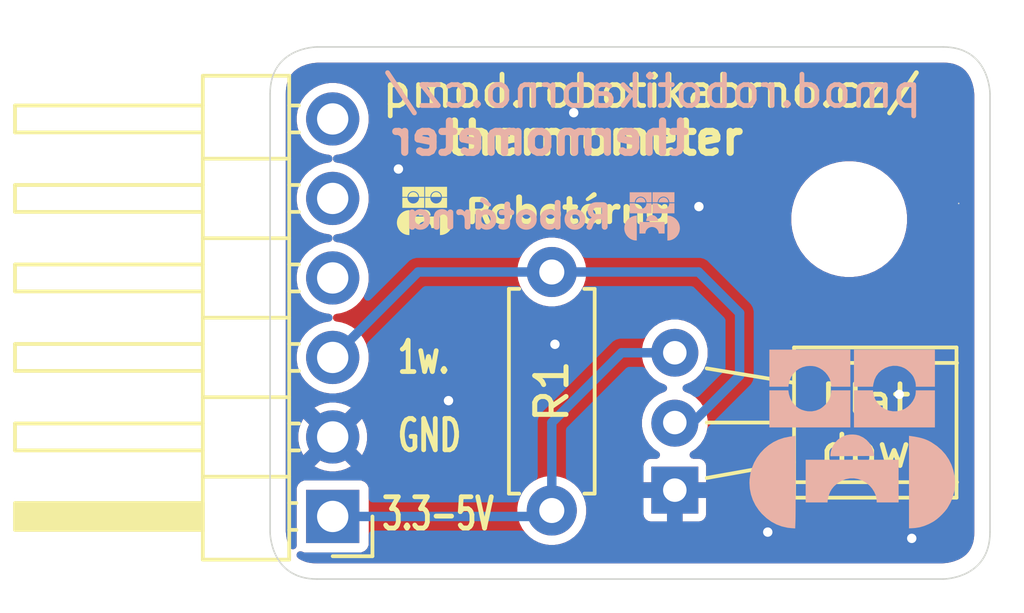
<source format=kicad_pcb>
(kicad_pcb (version 20241229) (generator "pcbnew") (generator_version "9.0")
  (layers (0 "F.Cu" signal) (2 "B.Cu" signal) (13 "F.Paste" user) (15 "B.Paste" user) (5 "F.SilkS" user "F.Silkscreen") (7 "B.SilkS" user "B.Silkscreen") (1 "F.Mask" user) (3 "B.Mask" user) (25 "Edge.Cuts" user))
  (net 0 "")
  (net 1 "VDD")
  (net 2 "GND")
  (net 3 "1wire")
  (footprint "MountingHole:MountingHole_3.2mm_M3" (layer "F.Cu") (at 157 107)
    (property "Reference" "H1" (hide yes))
    (property "Value" "MountingHole")
  )
  (footprint "Connector_PinHeader_2.54mm:PinHeader_1x06_P2.54mm_Horizontal" (layer "F.Cu") (at 140.5 116.5 180)
    (property "Reference" "J1" (hide yes))
    (property "Value" "Conn_01x06_Pin")
  )
  (footprint "Package_TO_SOT_THT:TO-92_Inline_W4.0mm_Horizontal_FlatSideDown" (layer "F.Cu") (at 151.43 114.77 90)
    (property "Reference" "U1" (hide yes))
    (property "Value" "DS18B20")
  )
  (footprint "Resistor_THT:R_Axial_DIN0207_L6.3mm_D2.5mm_P7.62mm_Horizontal" (layer "F.Cu") (at 147.5 116.31 90)
    (property "Reference" "R1")
    (property "Value" "4.7kR")
  )
  (footprint "LOGO" (layer "B.Cu") (at 157 114 180)
    (property "Reference" "G***" (hide yes))
    (property "Value" "LOGO" (hide yes))
  )
  (gr_poly (pts (xy 142.891126 106.328138) (xy 142.891835 106.33736) (xy 142.893002 106.346448) (xy 142.894617 106.355391) (xy 142.896667 106.364176) (xy 142.89914 106.372794) (xy 142.902027 106.381231) (xy 142.905314 106.389478) (xy 142.90899 106.397522) (xy 142.913044 106.405352) (xy 142.917465 106.412957) (xy 142.92224 106.420325) (xy 142.927358 106.427445) (xy 142.932808 106.434306) (xy 142.938578 106.440895) (xy 142.944657 106.447202) (xy 142.951033 106.453215) (xy 142.957694 106.458923) (xy 142.964629 106.464314) (xy 142.971827 106.469378) (xy 142.979275 106.474102) (xy 142.986963 106.478474) (xy 142.994879 106.482485) (xy 143.003011 106.486122) (xy 143.011348 106.489374) (xy 143.019878 106.492229) (xy 143.02859 106.494676) (xy 143.037472 106.496704) (xy 143.046513 106.498301) (xy 143.0557 106.499456) (xy 143.065024 106.500158) (xy 143.074471 106.500394) (xy 143.083918 106.500158) (xy 143.093241 106.499456) (xy 143.102429 106.498301) (xy 143.111469 106.496704) (xy 143.120351 106.494676) (xy 143.129062 106.492229) (xy 143.137592 106.489374) (xy 143.145928 106.486122) (xy 143.15406 106.482485) (xy 143.161975 106.478474) (xy 143.169662 106.474102) (xy 143.17711 106.469378) (xy 143.184307 106.464314) (xy 143.191241 106.458923) (xy 143.197902 106.453215) (xy 143.204277 106.447202) (xy 143.210355 106.440895) (xy 143.216124 106.434306) (xy 143.221573 106.427445) (xy 143.226691 106.420325) (xy 143.231466 106.412957) (xy 143.235885 106.405352) (xy 143.239939 106.397522) (xy 143.243615 106.389478) (xy 143.246901 106.381231) (xy 143.249787 106.372794) (xy 143.25226 106.364176) (xy 143.25431 106.355391) (xy 143.255924 106.346448) (xy 143.257091 106.33736) (xy 143.2578 106.328139) (xy 143.258039 106.318794) (xy 143.424919 106.318794) (xy 143.424919 106.64121) (xy 142.724023 106.64121) (xy 142.724023 106.318794) (xy 142.890887 106.318794)) (fill yes) (layer "F.SilkS"))
  (gr_poly (pts (xy 143.842391 107.287018) (xy 143.650615 107.287018) (xy 143.65034 107.276278) (xy 143.649526 107.265679) (xy 143.648184 107.255234) (xy 143.646328 107.244957) (xy 143.643972 107.23486) (xy 143.641129 107.224956) (xy 143.637812 107.215259) (xy 143.634034 107.205781) (xy 143.629809 107.196536) (xy 143.62515 107.187537) (xy 143.62007 107.178797) (xy 143.614582 107.17033) (xy 143.608699 107.162147) (xy 143.602436 107.154263) (xy 143.595805 107.14669) (xy 143.588819 107.139442) (xy 143.581492 107.132532) (xy 143.573836 107.125972) (xy 143.565866 107.119776) (xy 143.557595 107.113957) (xy 143.549035 107.108529) (xy 143.5402 107.103503) (xy 143.531103 107.098894) (xy 143.521757 107.094715) (xy 143.512177 107.090978) (xy 143.502374 107.087697) (xy 143.492363 107.084885) (xy 143.482156 107.082554) (xy 143.471767 107.080719) (xy 143.461209 107.079392) (xy 143.450495 107.078586) (xy 143.439639 107.078314) (xy 143.428781 107.078586) (xy 143.418066 107.079392) (xy 143.407507 107.080719) (xy 143.397117 107.082554) (xy 143.38691 107.084885) (xy 143.376898 107.087697) (xy 143.367095 107.090978) (xy 143.357514 107.094715) (xy 143.348168 107.098894) (xy 143.339071 107.103503) (xy 143.330236 107.108529) (xy 143.321676 107.113957) (xy 143.313405 107.119776) (xy 143.305435 107.125972) (xy 143.29778 107.132532) (xy 143.290453 107.139442) (xy 143.283468 107.14669) (xy 143.276837 107.154263) (xy 143.270574 107.162147) (xy 143.264692 107.17033) (xy 143.259205 107.178797) (xy 143.254125 107.187537) (xy 143.249466 107.196536) (xy 143.245241 107.205781) (xy 143.241464 107.215259) (xy 143.238147 107.224956) (xy 143.235305 107.23486) (xy 143.232949 107.244957) (xy 143.231094 107.255234) (xy 143.229752 107.265679) (xy 143.228938 107.276278) (xy 143.228663 107.287018) (xy 143.036887 107.287018) (xy 143.036887 106.916474) (xy 143.842391 106.916474)) (fill yes) (layer "F.SilkS"))
  (gr_poly (pts (xy 145.230865 106.286324) (xy 145.246421 106.287217) (xy 145.261589 106.288706) (xy 145.276368 106.29079) (xy 145.290759 106.293469) (xy 145.304761 106.296744) (xy 145.318374 106.300614) (xy 145.331599 106.30508) (xy 145.344435 106.310141) (xy 145.356883 106.315797) (xy 145.368942 106.322049) (xy 145.380613 106.328895) (xy 145.391896 106.336337) (xy 145.402791 106.344374) (xy 145.413297 106.353007) (xy 145.423415 106.362234) (xy 145.433026 106.371908) (xy 145.442017 106.381879) (xy 145.450388 106.392147) (xy 145.45814 106.402713) (xy 145.465271 106.413577) (xy 145.471782 106.424738) (xy 145.477674 106.436197) (xy 145.482945 106.447954) (xy 145.487596 106.460008) (xy 145.491627 106.472361) (xy 145.495038 106.485011) (xy 145.497829 106.497958) (xy 145.5 106.511204) (xy 145.501551 106.524748) (xy 145.502481 106.53859) (xy 145.502791 106.55273) (xy 145.50265 106.561163) (xy 145.502229 106.56953) (xy 145.501525 106.577831) (xy 145.500541 106.586066) (xy 145.499276 106.594235) (xy 145.497729 106.602337) (xy 145.495902 106.610374) (xy 145.493793 106.618344) (xy 145.491403 106.626248) (xy 145.488732 106.634086) (xy 145.48578 106.641858) (xy 145.482548 106.649563) (xy 145.479034 106.657202) (xy 145.475239 106.664775) (xy 145.471163 106.672282) (xy 145.466807 106.679722) (xy 145.462183 106.687041) (xy 145.457312 106.694178) (xy 145.452193 106.701132) (xy 145.446826 106.707904) (xy 145.441212 106.714494) (xy 145.435349 106.720902) (xy 145.429239 106.727128) (xy 145.422881 106.733172) (xy 145.416275 106.739034) (xy 145.40942 106.744713) (xy 145.402318 106.750211) (xy 145.394967 106.755527) (xy 145.387368 106.76066) (xy 145.37952 106.765612) (xy 145.371424 106.770382) (xy 145.363079 106.77497) (xy 145.366763 106.776865) (xy 145.370406 106.778843) (xy 145.374008 106.780903) (xy 145.377569 106.783046) (xy 145.381088 106.785271) (xy 145.384566 106.787579) (xy 145.388002 106.789969) (xy 145.391397 106.792442) (xy 145.39475 106.794997) (xy 145.398062 106.797635) (xy 145.401333 106.800355) (xy 145.404562 106.803158) (xy 145.40775 106.806043) (xy 145.410896 106.809011) (xy 145.414 106.812061) (xy 145.417063 106.815194) (xy 145.420068 106.818409) (xy 145.422998 106.821708) (xy 145.425855 106.825089) (xy 145.428637 106.828553) (xy 145.431344 106.832099) (xy 145.433978 106.835729) (xy 145.436536 106.839441) (xy 145.439021 106.843236) (xy 145.441431 106.847114) (xy 145.443766 106.851074) (xy 145.446028 106.855117) (xy 145.448214 106.859242) (xy 145.450326 106.86345) (xy 145.452364 106.867741) (xy 145.454326 106.872114) (xy 145.456215 106.87657) (xy 145.526071 107.037434) (xy 145.528551 107.043655) (xy 145.5307 107.049611) (xy 145.532518 107.055301) (xy 145.533303 107.058047) (xy 145.534005 107.060726) (xy 145.534624 107.063339) (xy 145.535161 107.065885) (xy 145.535615 107.068365) (xy 145.535987 107.070779) (xy 145.536276 107.073126) (xy 145.536482 107.075407) (xy 145.536606 107.077622) (xy 145.536647 107.07977) (xy 145.536531 107.08448) (xy 145.536184 107.089083) (xy 145.535606 107.093578) (xy 145.534796 107.097965) (xy 145.533754 107.102245) (xy 145.532481 107.106417) (xy 145.530977 107.110481) (xy 145.529241 107.114438) (xy 145.527273 107.118287) (xy 145.525074 107.122029) (xy 145.522643 107.125663) (xy 145.519981 107.129189) (xy 145.517087 107.132608) (xy 145.513961 107.135919) (xy 145.510604 107.139122) (xy 145.507015 107.142218) (xy 145.503285 107.145165) (xy 145.499506 107.147922) (xy 145.495677 107.150488) (xy 145.491799 107.152865) (xy 145.487871 107.155051) (xy 145.483894 107.157048) (xy 145.479867 107.158854) (xy 145.475791 107.16047) (xy 145.471665 107.161896) (xy 145.46749 107.163132) (xy 145.463265 107.164177) (xy 145.458991 107.165033) (xy 145.454667 107.165698) (xy 145.450294 107.166174) (xy 145.445871 107.166459) (xy 145.441399 107.166554) (xy 145.438493 107.166505) (xy 145.435595 107.166356) (xy 145.432706 107.166108) (xy 145.429825 107.165762) (xy 145.426952 107.165316) (xy 145.424087 107.16477) (xy 145.421231 107.164126) (xy 145.418383 107.163382) (xy 145.415543 107.162539) (xy 145.412711 107.161596) (xy 145.409888 107.160554) (xy 145.407073 107.159413) (xy 145.404266 107.158171) (xy 145.401467 107.156831) (xy 145.398677 107.15539) (xy 145.395895 107.15385) (xy 145.393154 107.152205) (xy 145.390487 107.150444) (xy 145.387895 107.148568) (xy 145.385377 107.146575) (xy 145.382934 107.144467) (xy 145.380564 107.142243) (xy 145.378269 107.139903) (xy 145.376049 107.137448) (xy 145.373903 107.134877) (xy 145.371831 107.13219) (xy 145.369834 107.129388) (xy 145.367912 107.12647) (xy 145.366064 107.123436) (xy 145.36429 107.120287) (xy 145.362591 107.117022) (xy 145.360967 107.113642) (xy 145.280535 106.921018) (xy 145.277835 106.914781) (xy 145.275028 106.908768) (xy 145.272113 106.902977) (xy 145.26909 106.897409) (xy 145.26596 106.892063) (xy 145.262723 106.886941) (xy 145.259378 106.882042) (xy 145.255925 106.877366) (xy 145.252365 106.872913) (xy 145.248698 106.868683) (xy 145.244923 106.864677) (xy 145.241041 106.860894) (xy 145.237051 106.857334) (xy 145.232954 106.853997) (xy 145.22875 106.850884) (xy 145.224439 106.847994) (xy 145.220028 106.845303) (xy 145.215527 106.842785) (xy 145.210934 106.840441) (xy 145.20625 106.838271) (xy 145.201475 106.836274) (xy 145.19661 106.834451) (xy 145.191653 106.832802) (xy 145.186605 106.831326) (xy 145.181466 106.830024) (xy 145.176237 106.828895) (xy 145.170916 106.82794) (xy 145.165505 106.827159) (xy 145.160002 106.826551) (xy 145.154409 106.826117) (xy 145.148726 106.825857) (xy 145.142951 106.82577) (xy 145.087927 106.82577) (xy 145.085322 106.825811) (xy 145.0828 106.825935) (xy 145.080361 106.826142) (xy 145.078004 106.826431) (xy 145.07573 106.826804) (xy 145.073539 106.827258) (xy 145.071431 106.827796) (xy 145.069405 106.828416) (xy 145.067462 106.829119) (xy 145.065601 106.829904) (xy 145.063823 106.830773) (xy 145.062128 106.831723) (xy 145.060516 106.832757) (xy 145.058986 106.833873) (xy 145.057539 106.835072) (xy 145.056175 106.836354) (xy 145.054893 106.837718) (xy 145.053694 106.839165) (xy 145.052578 106.840695) (xy 145.051544 106.842307) (xy 145.050593 106.844003) (xy 145.049725 106.84578) (xy 145.04894 106.847641) (xy 145.048237 106.849584) (xy 145.047617 106.85161) (xy 145.047079 106.853718) (xy 145.046624 106.85591) (xy 145.046252 106.858183) (xy 145.045963 106.86054) (xy 145.045756 106.862979) (xy 145.045632 106.865501) (xy 145.045591 106.868106) (xy 145.045591 107.075546) (xy 145.045483 107.080006) (xy 145.04516 107.084391) (xy 145.044622 107.088703) (xy 145.043869 107.09294) (xy 145.042901 107.097102) (xy 145.041718 107.101191) (xy 145.04032 107.105204) (xy 145.038707 107.109144) (xy 145.036879 107.113009) (xy 145.034836 107.1168) (xy 145.032579 107.120516) (xy 145.030106 107.124157) (xy 145.027419 107.127724) (xy 145.024518 107.131217) (xy 145.021402 107.134635) (xy 145.018071 107.137978) (xy 145.014589 107.141183) (xy 145.011024 107.144182) (xy 145.007377 107.146974) (xy 145.003647 107.149558) (xy 144.999835 107.151936) (xy 144.99594 107.154107) (xy 144.991963 107.156071) (xy 144.987903 107.157828) (xy 144.983761 107.159378) (xy 144.979536 107.160722) (xy 144.975229 107.161859) (xy 144.970839 107.162789) (xy 144.966367 107.163512) (xy 144.961812 107.164029) (xy 144.957175 107.164339) (xy 144.952455 107.164442) (xy 144.947732 107.164339) (xy 144.943093 107.164029) (xy 144.938536 107.163512) (xy 144.934062 107.162789) (xy 144.929671 107.161859) (xy 144.925363 107.160722) (xy 144.921137 107.159378) (xy 144.916995 107.157828) (xy 144.912935 107.156071) (xy 144.908959 107.154107) (xy 144.905065 107.151936) (xy 144.901254 107.149558) (xy 144.897526 107.146974) (xy 144.893881 107.144182) (xy 144.890318 107.141183) (xy 144.886839 107.137978) (xy 144.883506 107.134635) (xy 144.880387 107.131217) (xy 144.877485 107.127724) (xy 144.874797 107.124157) (xy 144.872324 107.120516) (xy 144.870067 107.1168) (xy 144.868024 107.113009) (xy 144.866197 107.109144) (xy 144.864585 107.105204) (xy 144.863188 107.101191) (xy 144.862005 107.097102) (xy 144.861038 107.09294) (xy 144.860286 107.088703) (xy 144.859749 107.084391) (xy 144.859426 107.080006) (xy 144.859319 107.075546) (xy 144.859319 106.487114) (xy 145.045591 106.487114) (xy 145.045591 106.635274) (xy 145.045622 106.637227) (xy 145.045715 106.639119) (xy 145.04587 106.640949) (xy 145.046087 106.642716) (xy 145.046366 106.644422) (xy 145.046707 106.646065) (xy 145.04711 106.647647) (xy 145.047574 106.649167) (xy 145.048101 106.650624) (xy 145.04869 106.65202) (xy 145.049341 106.653354) (xy 145.050054 106.654625) (xy 145.050829 106.655835) (xy 145.051665 106.656983) (xy 145.052564 106.658068) (xy 145.053525 106.659092) (xy 145.054548 106.660054) (xy 145.055633 106.660953) (xy 145.05678 106.661791) (xy 145.057989 106.662566) (xy 145.05926 106.66328) (xy 145.060593 106.663931) (xy 145.061988 106.664521) (xy 145.063445 106.665048) (xy 145.064964 106.665514) (xy 145.066545 106.665917) (xy 145.068188 106.666258) (xy 145.069894 106.666538) (xy 145.071661 106.666755) (xy 145.07349 106.66691) (xy 145.075382 106.667003) (xy 145.077335 106.667034) (xy 145.206455 106.667034) (xy 145.212983 106.666918) (xy 145.219337 106.66657) (xy 145.225517 106.665991) (xy 145.231523 106.66518) (xy 145.237356 106.664138) (xy 145.243015 106.662863) (xy 145.2485 106.661357) (xy 145.253811 106.65962) (xy 145.258949 106.657651) (xy 145.263913 106.65545) (xy 145.268703 106.653018) (xy 145.273321 106.650355) (xy 145.277764 106.64746) (xy 145.282034 106.644333) (xy 145.286131 106.640975) (xy 145.290055 106.637386) (xy 145.293772 106.633618) (xy 145.29725 106.629717) (xy 145.300488 106.625683) (xy 145.303486 106.621516) (xy 145.306244 106.617218) (xy 145.308763 106.612786) (xy 145.311042 106.608222) (xy 145.313081 106.603526) (xy 145.31488 106.598697) (xy 145.31644 106.593736) (xy 145.317759 106.588643) (xy 145.318839 106.583417) (xy 145.319679 106.57806) (xy 145.320279 106.57257) (xy 145.320639 106.566948) (xy 145.320759 106.561194) (xy 145.320639 106.555188) (xy 145.320279 106.549339) (xy 145.319679 106.543647) (xy 145.318839 106.538112) (xy 145.317759 106.532734) (xy 145.31644 106.527512) (xy 145.31488 106.522448) (xy 145.313081 106.51754) (xy 145.311042 106.512789) (xy 145.308763 106.508195) (xy 145.306244 106.503759) (xy 145.303486 106.499479) (xy 145.300488 106.495356) (xy 145.29725 106.49139) (xy 145.293772 106.487582) (xy 145.290055 106.48393) (xy 145.286131 106.480471) (xy 145.282034 106.477236) (xy 145.277764 106.474223) (xy 145.273321 106.471432) (xy 145.268703 106.468865) (xy 145.263913 106.466521) (xy 145.258949 106.4644) (xy 145.253811 106.462502) (xy 145.2485 106.460827) (xy 145.243015 106.459375) (xy 145.237356 106.458147) (xy 145.231523 106.457141) (xy 145.225517 106.45636) (xy 145.219337 106.455801) (xy 145.212983 106.455466) (xy 145.206455 106.455354) (xy 145.077335 106.455354) (xy 145.075382 106.455385) (xy 145.07349 106.455478) (xy 145.071661 106.455633) (xy 145.069894 106.45585) (xy 145.068188 106.45613) (xy 145.066545 106.456471) (xy 145.064964 106.456874) (xy 145.063445 106.45734) (xy 145.061988 106.457867) (xy 145.060593 106.458457) (xy 145.05926 106.459108) (xy 145.057989 106.459822) (xy 145.05678 106.460597) (xy 145.055633 106.461435) (xy 145.054548 106.462334) (xy 145.053525 106.463296) (xy 145.052564 106.46432) (xy 145.051665 106.465405) (xy 145.050829 106.466553) (xy 145.050054 106.467763) (xy 145.049341 106.469034) (xy 145.04869 106.470368) (xy 145.048101 106.471764) (xy 145.047574 106.473221) (xy 145.04711 106.474741) (xy 145.046707 106.476323) (xy 145.046366 106.477966) (xy 145.046087 106.479672) (xy 145.04587 106.481439) (xy 145.045715 106.483269) (xy 145.045622 106.48516) (xy 145.045591 106.487114) (xy 144.859319 106.487114) (xy 144.859319 106.42361) (xy 144.859472 106.416027) (xy 144.859931 106.408626) (xy 144.860696 106.401408) (xy 144.861767 106.394371) (xy 144.863144 106.387517) (xy 144.864826 106.380845) (xy 144.866815 106.374354) (xy 144.869109 106.368046) (xy 144.871709 106.361919) (xy 144.874615 106.355975) (xy 144.877827 106.350212) (xy 144.881344 106.34463) (xy 144.885167 106.339231) (xy 144.889296 106.334013) (xy 144.893731 106.328977) (xy 144.898471 106.324122) (xy 144.90347 106.31951) (xy 144.908676 106.315195) (xy 144.914089 106.311177) (xy 144.919708 106.307457) (xy 144.925534 106.304035) (xy 144.931566 106.30091) (xy 144.937805 106.298082) (xy 144.944251 106.295552) (xy 144.950903 106.29332) (xy 144.957762 106.291385) (xy 144.964828 106.289747) (xy 144.9721 106.288408) (xy 144.979579 106.287366) (xy 144.987264 106.286621) (xy 144.995156 106.286175) (xy 145.003255 106.286026) (xy 145.214919 106.286026)) (fill yes) (layer "F.SilkS"))
  (gr_poly (pts (xy 147.470153 106.508443) (xy 147.481582 106.508927) (xy 147.492872 106.509733) (xy 147.504021 106.510862) (xy 147.515029 106.512313) (xy 147.525898 106.514086) (xy 147.536625 106.516182) (xy 147.547213 106.5186) (xy 147.55766 106.52134) (xy 147.567966 106.524403) (xy 147.578133 106.527788) (xy 147.588158 106.531495) (xy 147.598043 106.535525) (xy 147.607788 106.539876) (xy 147.617391 106.54455) (xy 147.626855 106.549546) (xy 147.636128 106.55483) (xy 147.645161 106.560362) (xy 147.653954 106.566142) (xy 147.662507 106.572169) (xy 147.67082 106.578445) (xy 147.678894 106.584969) (xy 147.686727 106.59174) (xy 147.694321 106.59876) (xy 147.701674 106.606028) (xy 147.708788 106.613544) (xy 147.715663 106.621308) (xy 147.722297 106.62932) (xy 147.728692 106.63758) (xy 147.734847 106.646089) (xy 147.740763 106.654845) (xy 147.746438 106.66385) (xy 147.751821 106.673074) (xy 147.756856 106.682488) (xy 147.761544 106.692093) (xy 147.765884 106.701887) (xy 147.769878 106.711872) (xy 147.773524 106.722046) (xy 147.776823 106.732411) (xy 147.779775 106.742966) (xy 147.782379 106.753711) (xy 147.784636 106.764646) (xy 147.786546 106.775772) (xy 147.788109 106.787087) (xy 147.789324 106.798593) (xy 147.790192 106.810288) (xy 147.790713 106.822174) (xy 147.790887 106.83425) (xy 147.790713 106.846076) (xy 147.790192 106.857745) (xy 147.789324 106.869257) (xy 147.788109 106.880612) (xy 147.786546 106.89181) (xy 147.784636 106.902852) (xy 147.782379 106.913736) (xy 147.779775 106.924464) (xy 147.776823 106.935035) (xy 147.773524 106.945449) (xy 147.769878 106.955705) (xy 147.765884 106.965805) (xy 147.761544 106.975748) (xy 147.756856 106.985534) (xy 147.751821 106.995162) (xy 147.746438 107.004634) (xy 147.740763 107.013899) (xy 147.734847 107.022907) (xy 147.728692 107.031659) (xy 147.722297 107.040154) (xy 147.715663 107.048393) (xy 147.708788 107.056376) (xy 147.701674 107.064102) (xy 147.694321 107.071572) (xy 147.686727 107.078786) (xy 147.678894 107.085743) (xy 147.67082 107.092444) (xy 147.662507 107.098889) (xy 147.653954 107.105077) (xy 147.645161 107.11101) (xy 147.636128 107.116686) (xy 147.626855 107.122106) (xy 147.617391 107.127233) (xy 147.607787 107.132029) (xy 147.598043 107.136494) (xy 147.588158 107.140628) (xy 147.578132 107.144432) (xy 147.567966 107.147905) (xy 147.55766 107.151047) (xy 147.547213 107.153858) (xy 147.536625 107.156339) (xy 147.525897 107.158489) (xy 147.515029 107.160308) (xy 147.50402 107.161796) (xy 147.492871 107.162954) (xy 147.481582 107.163781) (xy 147.470153 107.164277) (xy 147.458583 107.164442) (xy 147.447262 107.164277) (xy 147.436057 107.163781) (xy 147.424969 107.162954) (xy 147.413996 107.161796) (xy 147.40314 107.160308) (xy 147.3924 107.158489) (xy 147.381775 107.156339) (xy 147.371267 107.153858) (xy 147.360874 107.151047) (xy 147.350598 107.147905) (xy 147.340437 107.144432) (xy 147.330391 107.140628) (xy 147.320462 107.136494) (xy 147.310648 107.132029) (xy 147.30095 107.127233) (xy 147.291367 107.122106) (xy 147.281962 107.116686) (xy 147.272796 107.11101) (xy 147.26387 107.105077) (xy 147.255184 107.098889) (xy 147.246738 107.092444) (xy 147.238531 107.085743) (xy 147.230564 107.078786) (xy 147.222837 107.071572) (xy 147.215349 107.064102) (xy 147.208102 107.056376) (xy 147.201094 107.048393) (xy 147.194326 107.040154) (xy 147.187799 107.031659) (xy 147.181511 107.022907) (xy 147.175463 107.013899) (xy 147.169655 107.004634) (xy 147.164144 106.995162) (xy 147.15899 106.985534) (xy 147.15419 106.975748) (xy 147.149747 106.965805) (xy 147.145658 106.955705) (xy 147.141926 106.945449) (xy 147.138549 106.935035) (xy 147.135527 106.924464) (xy 147.132861 106.913736) (xy 147.13055 106.902852) (xy 147.128595 106.89181) (xy 147.126995 106.880612) (xy 147.125751 106.869257) (xy 147.124862 106.857745) (xy 147.124329 106.846076) (xy 147.124151 106.83425) (xy 147.308295 106.83425) (xy 147.308464 106.842629) (xy 147.308973 106.850835) (xy 147.30982 106.858867) (xy 147.311007 106.866725) (xy 147.312532 106.87441) (xy 147.314397 106.881921) (xy 147.3166 106.889258) (xy 147.319143 106.896422) (xy 147.322024 106.903412) (xy 147.325245 106.910229) (xy 147.328804 106.916872) (xy 147.332703 106.923341) (xy 147.33694 106.929637) (xy 147.341517 106.935759) (xy 147.346432 106.941707) (xy 147.351687 106.947482) (xy 147.357189 106.952992) (xy 147.362849 106.958147) (xy 147.368666 106.962946) (xy 147.37464 106.96739) (xy 147.380771 106.971478) (xy 147.387059 106.975211) (xy 147.393504 106.978588) (xy 147.400107 106.98161) (xy 147.406866 106.984276) (xy 147.413783 106.986587) (xy 147.420857 106.988542) (xy 147.428088 106.990142) (xy 147.435476 106.991386) (xy 147.443021 106.992275) (xy 147.450723 106.992808) (xy 147.458583 106.992986) (xy 147.46669 106.992808) (xy 147.474607 106.992275) (xy 147.482333 106.991386) (xy 147.48987 106.990142) (xy 147.497216 106.988542) (xy 147.504372 106.986587) (xy 147.511338 106.984276) (xy 147.518113 106.98161) (xy 147.524698 106.978588) (xy 147.531093 106.975211) (xy 147.537297 106.971478) (xy 147.543311 106.96739) (xy 147.549135 106.962946) (xy 147.554768 106.958147) (xy 147.560211 106.952992) (xy 147.565463 106.947482) (xy 147.570462 106.941707) (xy 147.575138 106.935759) (xy 147.579492 106.929637) (xy 147.583523 106.923341) (xy 147.587232 106.916872) (xy 147.590618 106.910229) (xy 147.593682 106.903412) (xy 147.596423 106.896422) (xy 147.598842 106.889258) (xy 147.600938 106.881921) (xy 147.602712 106.87441) (xy 147.604163 106.866725) (xy 147.605292 106.858867) (xy 147.606098 106.850835) (xy 147.606582 106.842629) (xy 147.606743 106.83425) (xy 147.606582 106.825625) (xy 147.606098 106.817214) (xy 147.605292 106.809019) (xy 147.604163 106.80104) (xy 147.602712 106.793275) (xy 147.600938 106.785726) (xy 147.598842 106.778391) (xy 147.596423 106.771272) (xy 147.593682 106.764368) (xy 147.590618 106.757679) (xy 147.587232 106.751204) (xy 147.583523 106.744945) (xy 147.579492 106.738901) (xy 147.575138 106.733072) (xy 147.570462 106.727457) (xy 147.565463 106.722058) (xy 147.560211 106.716931) (xy 147.554768 106.712135) (xy 147.549135 106.70767) (xy 147.543311 106.703536) (xy 147.537297 106.699732) (xy 147.531093 106.696259) (xy 147.524698 106.693117) (xy 147.518113 106.690306) (xy 147.511338 106.687825) (xy 147.504372 106.685675) (xy 147.497216 106.683856) (xy 147.48987 106.682368) (xy 147.482333 106.68121) (xy 147.474607 106.680383) (xy 147.46669 106.679887) (xy 147.458583 106.679722) (xy 147.450723 106.679887) (xy 147.443021 106.680383) (xy 147.435476 106.68121) (xy 147.428088 106.682368) (xy 147.420857 106.683856) (xy 147.413783 106.685675) (xy 147.406866 106.687825) (xy 147.400107 106.690306) (xy 147.393504 106.693117) (xy 147.387059 106.696259) (xy 147.380771 106.699732) (xy 147.37464 106.703536) (xy 147.368666 106.70767) (xy 147.362849 106.712135) (xy 147.357189 106.716931) (xy 147.351687 106.722058) (xy 147.346432 106.727457) (xy 147.341517 106.733072) (xy 147.33694 106.738901) (xy 147.332703 106.744945) (xy 147.328804 106.751204) (xy 147.325245 106.757679) (xy 147.322024 106.764368) (xy 147.319143 106.771272) (xy 147.3166 106.778391) (xy 147.314397 106.785726) (xy 147.312532 106.793275) (xy 147.311007 106.80104) (xy 147.30982 106.809019) (xy 147.308973 106.817214) (xy 147.308464 106.825625) (xy 147.308295 106.83425) (xy 147.124151 106.83425) (xy 147.124329 106.822174) (xy 147.124862 106.810288) (xy 147.125751 106.798593) (xy 147.126995 106.787087) (xy 147.128595 106.775772) (xy 147.13055 106.764646) (xy 147.132861 106.753711) (xy 147.135527 106.742966) (xy 147.138549 106.732411) (xy 147.141926 106.722046) (xy 147.145658 106.711872) (xy 147.149747 106.701887) (xy 147.15419 106.692093) (xy 147.15899 106.682488) (xy 147.164144 106.673074) (xy 147.169655 106.66385) (xy 147.175463 106.654845) (xy 147.181511 106.646089) (xy 147.187799 106.63758) (xy 147.194326 106.62932) (xy 147.201094 106.621308) (xy 147.208102 106.613544) (xy 147.215349 106.606028) (xy 147.222837 106.59876) (xy 147.230564 106.59174) (xy 147.238531 106.584969) (xy 147.246738 106.578445) (xy 147.255184 106.572169) (xy 147.26387 106.566142) (xy 147.272796 106.560362) (xy 147.281962 106.55483) (xy 147.291367 106.549546) (xy 147.30095 106.54455) (xy 147.310648 106.539876) (xy 147.320462 106.535525) (xy 147.330391 106.531495) (xy 147.340437 106.527788) (xy 147.350598 106.524403) (xy 147.360874 106.52134) (xy 147.371267 106.5186) (xy 147.381775 106.516182) (xy 147.3924 106.514086) (xy 147.40314 106.512313) (xy 147.413996 106.510862) (xy 147.424969 106.509733) (xy 147.436057 106.508927) (xy 147.447262 106.508443) (xy 147.458583 106.508282)) (fill yes) (layer "F.SilkS"))
  (gr_poly (pts (xy 142.952535 106.713434) (xy 142.951135 106.74526) (xy 142.950334 106.792149) (xy 142.950039 106.911254) (xy 142.951239 107.11169) (xy 142.951127 107.409178) (xy 142.950927 107.434648) (xy 142.950463 107.459662) (xy 142.950227 107.48449) (xy 142.950348 107.496918) (xy 142.950711 107.509402) (xy 142.949559 107.511514) (xy 142.941356 107.510392) (xy 142.933603 107.509582) (xy 142.926184 107.509003) (xy 142.918984 107.508575) (xy 142.904786 107.507849) (xy 142.897556 107.507389) (xy 142.890087 107.506758) (xy 142.882263 107.505874) (xy 142.873969 107.504658) (xy 142.865091 107.503027) (xy 142.855513 107.500903) (xy 142.845122 107.498204) (xy 142.8338 107.494849) (xy 142.821435 107.490758) (xy 142.807911 107.48585) (xy 142.792802 107.479796) (xy 142.778104 107.47321) (xy 142.763819 107.46611) (xy 142.749954 107.458514) (xy 142.736512 107.450438) (xy 142.723499 107.441902) (xy 142.710918 107.432921) (xy 142.698775 107.423514) (xy 142.687075 107.413699) (xy 142.675821 107.403492) (xy 142.665018 107.392912) (xy 142.654672 107.381976) (xy 142.644786 107.370701) (xy 142.635366 107.359106) (xy 142.626415 107.347207) (xy 142.617939 107.335022) (xy 142.609942 107.322569) (xy 142.602429 107.309865) (xy 142.595404 107.296929) (xy 142.588873 107.283776) (xy 142.582839 107.270426) (xy 142.577307 107.256896) (xy 142.572282 107.243202) (xy 142.567768 107.229363) (xy 142.563771 107.215397) (xy 142.560295 107.20132) (xy 142.557344 107.187151) (xy 142.554923 107.172907) (xy 142.553036 107.158605) (xy 142.551689 107.144263) (xy 142.550886 107.129899) (xy 142.550631 107.11553) (xy 142.550789 107.107745) (xy 142.551218 107.099379) (xy 142.551886 107.090581) (xy 142.552761 107.081498) (xy 142.553811 107.072277) (xy 142.555003 107.063064) (xy 142.556306 107.054009) (xy 142.557687 107.045258) (xy 142.560501 107.030209) (xy 142.563939 107.015333) (xy 142.567986 107.000643) (xy 142.572627 106.986155) (xy 142.577846 106.971883) (xy 142.583627 106.95784) (xy 142.596813 106.930502) (xy 142.612061 106.904254) (xy 142.629244 106.879213) (xy 142.648239 106.855491) (xy 142.668919 106.833204) (xy 142.69116 106.812466) (xy 142.714837 106.793391) (xy 142.739824 106.776094) (xy 142.765996 106.760689) (xy 142.793229 106.747291) (xy 142.821398 106.736014) (xy 142.835793 106.731207) (xy 142.850376 106.726973) (xy 142.86513 106.723327) (xy 142.880039 106.720282) (xy 142.950087 106.711146)) (fill yes) (layer "F.SilkS"))
  (gr_poly (pts (xy 143.081348 106.13575) (xy 143.089212 106.136351) (xy 143.096966 106.137337) (xy 143.1046 106.1387) (xy 143.112105 106.14043) (xy 143.11947 106.142518) (xy 143.126685 106.144952) (xy 143.133742 106.147725) (xy 143.140629 106.150825) (xy 143.147337 106.154244) (xy 143.153857 106.157971) (xy 143.160178 106.161997) (xy 143.166291 106.166313) (xy 143.172186 106.170907) (xy 143.177852 106.175772) (xy 143.183281 106.180896) (xy 143.188462 106.186271) (xy 143.193386 106.191886) (xy 143.198042 106.197732) (xy 143.202422 106.203799) (xy 143.206514 106.210077) (xy 143.21031 106.216558) (xy 143.213799 106.22323) (xy 143.216971 106.230084) (xy 143.219818 106.237111) (xy 143.222328 106.244301) (xy 143.224492 106.251644) (xy 143.226301 106.25913) (xy 143.227745 106.26675) (xy 143.228812 106.274494) (xy 143.229495 106.282352) (xy 143.229783 106.290314) (xy 142.920295 106.290234) (xy 142.920413 106.282272) (xy 142.920928 106.274414) (xy 142.92183 106.266671) (xy 142.923111 106.259051) (xy 142.92476 106.251566) (xy 142.926767 106.244224) (xy 142.929124 106.237036) (xy 142.93182 106.23001) (xy 142.934846 106.223157) (xy 142.938192 106.216487) (xy 142.941849 106.210008) (xy 142.945807 106.203732) (xy 142.950056 106.197667) (xy 142.954588 106.191823) (xy 142.959391 106.18621) (xy 142.964457 106.180838) (xy 142.969776 106.175716) (xy 142.975338 106.170855) (xy 142.981135 106.166263) (xy 142.987155 106.161951) (xy 142.99339 106.157928) (xy 142.999829 106.154204) (xy 143.006464 106.150789) (xy 143.013285 106.147692) (xy 143.020282 106.144923) (xy 143.027445 106.142492) (xy 143.034766 106.140409) (xy 143.042233 106.138683) (xy 143.049838 106.137324) (xy 143.057571 106.136342) (xy 143.065423 106.135746) (xy 143.073383 106.135546)) (fill yes) (layer "F.SilkS"))
  (gr_poly (pts (xy 149.582098 106.508381) (xy 149.588877 106.508678) (xy 149.595591 106.509174) (xy 149.602239 106.509868) (xy 149.608821 106.510761) (xy 149.615336 106.511853) (xy 149.621785 106.513144) (xy 149.628166 106.514634) (xy 149.63183 106.515752) (xy 149.635411 106.516995) (xy 149.638909 106.518362) (xy 149.642324 106.519853) (xy 149.645656 106.521469) (xy 149.648906 106.523209) (xy 149.652073 106.525074) (xy 149.655157 106.527062) (xy 149.658158 106.529175) (xy 149.661077 106.531411) (xy 149.663913 106.533772) (xy 149.666666 106.536256) (xy 149.669337 106.538865) (xy 149.671926 106.541598) (xy 149.674431 106.544454) (xy 149.676855 106.547434) (xy 149.679159 106.550505) (xy 149.681316 106.553634) (xy 149.683323 106.556821) (xy 149.685182 106.560067) (xy 149.686893 106.56337) (xy 149.688455 106.566731) (xy 149.689868 106.570151) (xy 149.691133 106.573628) (xy 149.692249 106.577163) (xy 149.693216 106.580756) (xy 149.694034 106.584407) (xy 149.694704 106.588116) (xy 149.695225 106.591883) (xy 149.695597 106.595708) (xy 149.69582 106.59959) (xy 149.695895 106.60353) (xy 149.695783 106.609024) (xy 149.695448 106.614394) (xy 149.69489 106.61964) (xy 149.694109 106.624761) (xy 149.693105 106.629759) (xy 149.691877 106.634633) (xy 149.690427 106.639382) (xy 149.688753 106.644008) (xy 149.686855 106.64851) (xy 149.684734 106.652888) (xy 149.68239 106.657142) (xy 149.679823 106.661272) (xy 149.677032 106.665278) (xy 149.674018 106.66916) (xy 149.67078 106.672919) (xy 149.667319 106.676554) (xy 149.663711 106.679979) (xy 149.660029 106.683116) (xy 149.656273 106.685963) (xy 149.652442 106.688521) (xy 149.648536 106.69079) (xy 149.644555 106.69277) (xy 149.6405 106.69446) (xy 149.636371 106.695862) (xy 149.632166 106.696974) (xy 149.627887 106.697798) (xy 149.623534 106.698332) (xy 149.619106 106.698577) (xy 149.614603 106.698533) (xy 149.610025 106.6982) (xy 149.605373 106.697577) (xy 149.600647 106.696666) (xy 149.59377 106.695176) (xy 149.586892 106.693885) (xy 149.580014 106.692793) (xy 149.573135 106.6919) (xy 149.566256 106.691206) (xy 149.559377 106.69071) (xy 149.552499 106.690413) (xy 149.545622 106.690314) (xy 149.539602 106.690446) (xy 149.533713 106.690843) (xy 149.527957 106.691504) (xy 149.522334 106.692429) (xy 149.516842 106.693619) (xy 149.511483 106.695074) (xy 149.506257 106.696792) (xy 149.501163 106.698776) (xy 149.496201 106.701024) (xy 149.491372 106.703537) (xy 149.486675 106.706314) (xy 149.48211 106.709356) (xy 149.477678 106.712662) (xy 149.473378 106.716233) (xy 149.46921 106.720069) (xy 149.465175 106.72417) (xy 149.461308 106.728676) (xy 149.457639 106.733728) (xy 149.454168 106.739326) (xy 149.450895 106.74547) (xy 149.44782 106.752159) (xy 149.444944 106.759394) (xy 149.442265 106.767175) (xy 149.439785 106.775502) (xy 149.437503 106.784374) (xy 149.435419 106.793792) (xy 149.433533 106.803756) (xy 149.431846 106.814264) (xy 149.430356 106.825319) (xy 149.429065 106.836919) (xy 149.427973 106.849064) (xy 149.427079 106.861754) (xy 149.427079 107.073418) (xy 149.426975 107.077872) (xy 149.426665 107.082235) (xy 149.426149 107.086506) (xy 149.425426 107.090687) (xy 149.424496 107.094776) (xy 149.42336 107.098773) (xy 149.422017 107.10268) (xy 149.420467 107.106496) (xy 149.418711 107.110221) (xy 149.416748 107.113855) (xy 149.414578 107.117398) (xy 149.412202 107.12085) (xy 149.409619 107.124212) (xy 149.40683 107.127483) (xy 149.403834 107.130664) (xy 149.400631 107.133754) (xy 149.397277 107.136701) (xy 149.393832 107.139458) (xy 149.390296 107.142024) (xy 149.386669 107.144401) (xy 149.382952 107.146587) (xy 149.379144 107.148584) (xy 149.375245 107.15039) (xy 149.371256 107.152006) (xy 149.367175 107.153432) (xy 149.363004 107.154668) (xy 149.358742 107.155713) (xy 149.354389 107.156569) (xy 149.349946 107.157234) (xy 149.345412 107.15771) (xy 149.340787 107.157995) (xy 149.336071 107.15809) (xy 149.331093 107.157999) (xy 149.326214 107.157726) (xy 149.321434 107.157271) (xy 149.316754 107.156635) (xy 149.312173 107.155816) (xy 149.307691 107.154816) (xy 149.303308 107.153634) (xy 149.299025 107.15227) (xy 149.294841 107.150724) (xy 149.290756 107.148996) (xy 149.28677 107.147086) (xy 149.282883 107.144995) (xy 149.279096 107.142721) (xy 149.275407 107.140266) (xy 149.271818 107.137629) (xy 149.268327 107.13481) (xy 149.264997 107.13185) (xy 149.261881 107.128791) (xy 149.25898 107.125633) (xy 149.256294 107.122375) (xy 149.253823 107.119018) (xy 149.251567 107.115562) (xy 149.249526 107.112007) (xy 149.247699 107.108352) (xy 149.246088 107.104598) (xy 149.244691 107.100745) (xy 149.243509 107.096793) (xy 149.242542 107.092742) (xy 149.24179 107.088591) (xy 149.241253 107.084342) (xy 149.240931 107.079993) (xy 149.240823 107.075546) (xy 149.240823 106.601418) (xy 149.240927 106.597219) (xy 149.241236 106.593096) (xy 149.241753 106.589047) (xy 149.242476 106.585073) (xy 149.243406 106.581175) (xy 149.244542 106.57735) (xy 149.245885 106.573601) (xy 149.247435 106.569926) (xy 149.249191 106.566326) (xy 149.251154 106.5628) (xy 149.253324 106.559349) (xy 149.2557 106.555973) (xy 149.258283 106.55267) (xy 149.261072 106.549443) (xy 149.264068 106.546289) (xy 149.267271 106.54321) (xy 149.270642 106.54026) (xy 149.274136 106.537501) (xy 149.277755 106.534932) (xy 149.281497 106.532554) (xy 149.285363 106.530366) (xy 149.289353 106.528368) (xy 149.293467 106.526561) (xy 149.297705 106.524944) (xy 149.302067 106.523517) (xy 149.306552 106.522281) (xy 149.311162 106.521235) (xy 149.315896 106.520379) (xy 149.320753 106.519714) (xy 149.325735 106.519238) (xy 149.330841 106.518953) (xy 149.336071 106.518858) (xy 149.340778 106.518945) (xy 149.345379 106.519205) (xy 149.349871 106.519639) (xy 149.354257 106.520247) (xy 149.358535 106.521028) (xy 149.362706 106.521983) (xy 149.366769 106.523112) (xy 149.370725 106.524414) (xy 149.374574 106.52589) (xy 149.378315 106.527539) (xy 149.381948 106.529362) (xy 149.385474 106.531359) (xy 149.388893 106.533529) (xy 149.392204 106.535873) (xy 149.395407 106.538391) (xy 149.398503 106.541082) (xy 149.401469 106.543897) (xy 149.404278 106.546787) (xy 149.406929 106.549752) (xy 149.409423 106.552791) (xy 149.41176 106.555904) (xy 149.413939 106.559092) (xy 149.415961 106.562355) (xy 149.417825 106.565692) (xy 149.419532 106.569103) (xy 149.421082 106.572589) (xy 149.422474 106.57615) (xy 149.42371 106.579784) (xy 149.424788 106.583493) (xy 149.425709 106.587277) (xy 149.426472 106.591134) (xy 149.427079 106.595066) (xy 149.430055 106.590608) (xy 149.433164 106.586232) (xy 149.436405 106.58194) (xy 149.439778 106.577731) (xy 149.443284 106.573605) (xy 149.446922 106.569562) (xy 149.450692 106.565602) (xy 149.454595 106.561724) (xy 149.45863 106.557929) (xy 149.462798 106.554217) (xy 149.467098 106.550587) (xy 149.47153 106.54704) (xy 149.476095 106.543575) (xy 149.480792 106.540192) (xy 149.485621 106.536892) (xy 149.490583 106.533674) (xy 149.495627 106.530599) (xy 149.500705 106.527723) (xy 149.505815 106.525045) (xy 149.510959 106.522565) (xy 149.516135 106.520284) (xy 149.521345 106.518201) (xy 149.526587 106.516316) (xy 149.531862 106.51463) (xy 149.537171 106.513142) (xy 149.542512 106.511853) (xy 149.547887 106.510762) (xy 149.553294 106.509869) (xy 149.558735 106.509175) (xy 149.564208 106.508679) (xy 149.569715 106.508381) (xy 149.575254 106.508282)) (fill yes) (layer "F.SilkS"))
  (gr_poly (pts (xy 143.810692 106.13575) (xy 143.818556 106.136351) (xy 143.82631 106.137337) (xy 143.833944 106.1387) (xy 143.841448 106.14043) (xy 143.848812 106.142518) (xy 143.856028 106.144952) (xy 143.863083 106.147725) (xy 143.86997 106.150825) (xy 143.876678 106.154244) (xy 143.883197 106.157971) (xy 143.889518 106.161997) (xy 143.89563 106.166313) (xy 143.901524 106.170907) (xy 143.90719 106.175772) (xy 143.912619 106.180896) (xy 143.9178 106.186271) (xy 143.922723 106.191886) (xy 143.927379 106.197732) (xy 143.931758 106.203799) (xy 143.935851 106.210077) (xy 143.939646 106.216558) (xy 143.943136 106.22323) (xy 143.946308 106.230084) (xy 143.949155 106.237111) (xy 143.951666 106.244301) (xy 143.953831 106.251644) (xy 143.955641 106.25913) (xy 143.957085 106.26675) (xy 143.958154 106.274494) (xy 143.958838 106.282352) (xy 143.959127 106.290314) (xy 143.649639 106.290234) (xy 143.649757 106.282272) (xy 143.650272 106.274414) (xy 143.651174 106.266671) (xy 143.652455 106.259051) (xy 143.654103 106.251566) (xy 143.656111 106.244224) (xy 143.658468 106.237036) (xy 143.661164 106.23001) (xy 143.66419 106.223157) (xy 143.667536 106.216487) (xy 143.671193 106.210008) (xy 143.675151 106.203732) (xy 143.6794 106.197667) (xy 143.683932 106.191823) (xy 143.688735 106.18621) (xy 143.693801 106.180838) (xy 143.69912 106.175716) (xy 143.704682 106.170855) (xy 143.710479 106.166263) (xy 143.716499 106.161951) (xy 143.722734 106.157928) (xy 143.729173 106.154204) (xy 143.735808 106.150789) (xy 143.742629 106.147692) (xy 143.749626 106.144923) (xy 143.756789 106.142492) (xy 143.76411 106.140409) (xy 143.771577 106.138683) (xy 143.779182 106.137324) (xy 143.786915 106.136342) (xy 143.794767 106.135746) (xy 143.802727 106.135546)) (fill yes) (layer "F.SilkS"))
  (gr_poly (pts (xy 148.738807 106.508555) (xy 148.750944 106.509373) (xy 148.762883 106.510737) (xy 148.774623 106.512647) (xy 148.786165 106.515102) (xy 148.797509 106.518103) (xy 148.808654 106.52165) (xy 148.819601 106.525742) (xy 148.830349 106.53038) (xy 148.840898 106.535563) (xy 148.851249 106.541292) (xy 148.861401 106.547567) (xy 148.871354 106.554387) (xy 148.881109 106.561753) (xy 148.890665 106.569665) (xy 148.900022 106.578122) (xy 148.901139 106.574981) (xy 148.902372 106.571906) (xy 148.903721 106.568897) (xy 148.905185 106.565954) (xy 148.906766 106.563077) (xy 148.908462 106.560266) (xy 148.910273 106.557521) (xy 148.912201 106.554842) (xy 148.914244 106.552229) (xy 148.916402 106.549682) (xy 148.918677 106.547201) (xy 148.921067 106.544786) (xy 148.923573 106.542437) (xy 148.926194 106.540154) (xy 148.92893 106.537937) (xy 148.931783 106.535786) (xy 148.934726 106.533737) (xy 148.937735 106.53182) (xy 148.94081 106.530035) (xy 148.943951 106.528382) (xy 148.947158 106.526862) (xy 148.950432 106.525473) (xy 148.953771 106.524216) (xy 148.957177 106.523092) (xy 148.960649 106.5221) (xy 148.964187 106.52124) (xy 148.967791 106.520512) (xy 148.971461 106.519917) (xy 148.975198 106.519454) (xy 148.979001 106.519123) (xy 148.982871 106.518924) (xy 148.986806 106.518858) (xy 148.992036 106.518953) (xy 148.997142 106.519238) (xy 149.002124 106.519714) (xy 149.006982 106.520379) (xy 149.011715 106.521235) (xy 149.016325 106.522281) (xy 149.020811 106.523517) (xy 149.025173 106.524944) (xy 149.02941 106.526561) (xy 149.033524 106.528368) (xy 149.037514 106.530366) (xy 149.04138 106.532554) (xy 149.045123 106.534932) (xy 149.048741 106.537501) (xy 149.052236 106.54026) (xy 149.055607 106.54321) (xy 149.058809 106.546289) (xy 149.061805 106.549443) (xy 149.064595 106.55267) (xy 149.067178 106.555973) (xy 149.069554 106.559349) (xy 149.071723 106.5628) (xy 149.073686 106.566326) (xy 149.075443 106.569926) (xy 149.076992 106.573601) (xy 149.078336 106.57735) (xy 149.079472 106.581175) (xy 149.080402 106.585074) (xy 149.081125 106.589047) (xy 149.081642 106.593096) (xy 149.081952 106.59722) (xy 149.082055 106.601418) (xy 149.082055 107.081898) (xy 149.081952 107.086346) (xy 149.081642 107.090694) (xy 149.081125 107.094944) (xy 149.080402 107.099094) (xy 149.079472 107.103145) (xy 149.078336 107.107097) (xy 149.076992 107.11095) (xy 149.075443 107.114704) (xy 149.073686 107.118359) (xy 149.071723 107.121914) (xy 149.069554 107.12537) (xy 149.067178 107.128727) (xy 149.064595 107.131985) (xy 149.061805 107.135143) (xy 149.058809 107.138202) (xy 149.055607 107.141162) (xy 149.052236 107.143981) (xy 149.048741 107.146618) (xy 149.045123 107.149074) (xy 149.04138 107.151347) (xy 149.037514 107.153439) (xy 149.033524 107.155348) (xy 149.02941 107.157076) (xy 149.025173 107.158622) (xy 149.020811 107.159986) (xy 149.016325 107.161168) (xy 149.011715 107.162169) (xy 149.006982 107.162987) (xy 149.002124 107.163624) (xy 148.997142 107.164078) (xy 148.992036 107.164351) (xy 148.986806 107.164442) (xy 148.978283 107.164202) (xy 148.970173 107.163483) (xy 148.962476 107.162284) (xy 148.955193 107.160605) (xy 148.948322 107.158447) (xy 148.941865 107.155809) (xy 148.938791 107.15431) (xy 148.935821 107.152691) (xy 148.932954 107.150953) (xy 148.930191 107.149094) (xy 148.92753 107.147116) (xy 148.924973 107.145017) (xy 148.92252 107.142799) (xy 148.920169 107.140461) (xy 148.917922 107.138003) (xy 148.915778 107.135425) (xy 148.913738 107.132727) (xy 148.911801 107.129909) (xy 148.908236 107.123914) (xy 148.905085 107.117439) (xy 148.902347 107.110484) (xy 148.900022 107.10305) (xy 148.891432 107.110484) (xy 148.882595 107.117439) (xy 148.873509 107.123914) (xy 148.864175 107.129909) (xy 148.854593 107.135425) (xy 148.844763 107.140461) (xy 148.834685 107.145017) (xy 148.824358 107.149094) (xy 148.813784 107.152691) (xy 148.802961 107.155809) (xy 148.79189 107.158447) (xy 148.78057 107.160605) (xy 148.769002 107.162284) (xy 148.757185 107.163483) (xy 148.74512 107.164202) (xy 148.732807 107.164442) (xy 148.715291 107.164091) (xy 148.698196 107.163037) (xy 148.681522 107.16128) (xy 148.665271 107.15882) (xy 148.649441 107.155658) (xy 148.634032 107.151793) (xy 148.619046 107.147225) (xy 148.604481 107.141954) (xy 148.590337 107.135981) (xy 148.576615 107.129305) (xy 148.563316 107.121926) (xy 148.550437 107.113844) (xy 148.537981 107.10506) (xy 148.525946 107.095573) (xy 148.514334 107.085383) (xy 148.503143 107.07449) (xy 148.492506 107.063008) (xy 148.482555 107.051054) (xy 148.473291 107.03863) (xy 148.464712 107.025734) (xy 148.456821 107.012368) (xy 148.449615 106.99853) (xy 148.443096 106.984222) (xy 148.437263 106.969442) (xy 148.432116 106.954192) (xy 148.427655 106.93847) (xy 148.423881 106.922278) (xy 148.420793 106.905614) (xy 148.418391 106.88848) (xy 148.416675 106.870874) (xy 148.415646 106.852798) (xy 148.415303 106.83425) (xy 148.599446 106.83425) (xy 148.599608 106.842629) (xy 148.600091 106.850835) (xy 148.600898 106.858867) (xy 148.602027 106.866725) (xy 148.603478 106.87441) (xy 148.605252 106.881921) (xy 148.607349 106.889258) (xy 148.609768 106.896422) (xy 148.612511 106.903412) (xy 148.615575 106.910229) (xy 148.618963 106.916872) (xy 148.622673 106.923341) (xy 148.626706 106.929637) (xy 148.631062 106.935759) (xy 148.635741 106.941707) (xy 148.640743 106.947482) (xy 148.645997 106.952992) (xy 148.651442 106.958147) (xy 148.657077 106.962946) (xy 148.662901 106.96739) (xy 148.668916 106.971478) (xy 148.67512 106.975211) (xy 148.681515 106.978588) (xy 148.6881 106.98161) (xy 148.694876 106.984276) (xy 148.701842 106.986587) (xy 148.708998 106.988542) (xy 148.716345 106.990142) (xy 148.723882 106.991386) (xy 148.73161 106.992275) (xy 148.739529 106.992808) (xy 148.747638 106.992986) (xy 148.755997 106.992808) (xy 148.764141 106.992275) (xy 148.772069 106.991386) (xy 148.779783 106.990142) (xy 148.787282 106.988542) (xy 148.794566 106.986587) (xy 148.801635 106.984276) (xy 148.808489 106.98161) (xy 148.815127 106.978588) (xy 148.821551 106.975211) (xy 148.82776 106.971478) (xy 148.833753 106.96739) (xy 148.839531 106.962946) (xy 148.845094 106.958147) (xy 148.850442 106.952992) (xy 148.855575 106.947482) (xy 148.860446 106.941707) (xy 148.865002 106.935759) (xy 148.869245 106.929637) (xy 148.873173 106.923341) (xy 148.876786 106.916872) (xy 148.880086 106.910229) (xy 148.883071 106.903412) (xy 148.885742 106.896422) (xy 148.888099 106.889258) (xy 148.890142 106.881921) (xy 148.89187 106.87441) (xy 148.893284 106.866725) (xy 148.894384 106.858867) (xy 148.89517 106.850835) (xy 148.895641 106.842629) (xy 148.895798 106.83425) (xy 148.895641 106.825625) (xy 148.89517 106.817214) (xy 148.894384 106.809019) (xy 148.893284 106.80104) (xy 148.89187 106.793275) (xy 148.890142 106.785726) (xy 148.888099 106.778391) (xy 148.885742 106.771272) (xy 148.883071 106.764368) (xy 148.880086 106.757679) (xy 148.876786 106.751204) (xy 148.873173 106.744945) (xy 148.869245 106.738901) (xy 148.865002 106.733072) (xy 148.860446 106.727457) (xy 148.855575 106.722058) (xy 148.850442 106.716931) (xy 148.845094 106.712135) (xy 148.839531 106.70767) (xy 148.833753 106.703536) (xy 148.82776 106.699732) (xy 148.821551 106.696259) (xy 148.815127 106.693117) (xy 148.808489 106.690306) (xy 148.801635 106.687825) (xy 148.794566 106.685675) (xy 148.787282 106.683856) (xy 148.779783 106.682368) (xy 148.772069 106.68121) (xy 148.764141 106.680383) (xy 148.755997 106.679887) (xy 148.747638 106.679722) (xy 148.739529 106.679887) (xy 148.73161 106.680383) (xy 148.723882 106.68121) (xy 148.716345 106.682368) (xy 148.708998 106.683856) (xy 148.701842 106.685675) (xy 148.694876 106.687825) (xy 148.6881 106.690306) (xy 148.681515 106.693117) (xy 148.67512 106.696259) (xy 148.668916 106.699732) (xy 148.662901 106.703536) (xy 148.657077 106.70767) (xy 148.651442 106.712135) (xy 148.645997 106.716931) (xy 148.640743 106.722058) (xy 148.635741 106.727457) (xy 148.631062 106.733072) (xy 148.626706 106.738901) (xy 148.622673 106.744945) (xy 148.618963 106.751204) (xy 148.615575 106.757679) (xy 148.612511 106.764368) (xy 148.609768 106.771272) (xy 148.607349 106.778391) (xy 148.605252 106.785726) (xy 148.603478 106.793275) (xy 148.602027 106.80104) (xy 148.600898 106.809019) (xy 148.600091 106.817214) (xy 148.599608 106.825625) (xy 148.599446 106.83425) (xy 148.415303 106.83425) (xy 148.415637 106.815708) (xy 148.416642 106.797654) (xy 148.418316 106.780087) (xy 148.420661 106.763009) (xy 148.423674 106.746418) (xy 148.427358 106.730316) (xy 148.431711 106.714701) (xy 148.436735 106.699574) (xy 148.442428 106.684935) (xy 148.44879 106.670784) (xy 148.455823 106.65712) (xy 148.463525 106.643945) (xy 148.471897 106.631257) (xy 148.480938 106.619058) (xy 148.49065 106.607346) (xy 148.501031 106.596122) (xy 148.511955 106.585485) (xy 148.523302 106.575535) (xy 148.535071 106.56627) (xy 148.547263 106.557692) (xy 148.559877 106.5498) (xy 148.572913 106.542595) (xy 148.586371 106.536075) (xy 148.600251 106.530242) (xy 148.614553 106.525095) (xy 148.629276 106.520635) (xy 148.644422 106.51686) (xy 148.659989 106.513772) (xy 148.675977 106.51137) (xy 148.692387 106.509655) (xy 148.709218 106.508625) (xy 148.726471 106.508282)) (fill yes) (layer "F.SilkS"))
  (gr_poly (pts (xy 143.424919 106.289978) (xy 143.258039 106.289978) (xy 143.2578 106.280634) (xy 143.257091 106.271412) (xy 143.255924 106.262324) (xy 143.25431 106.253382) (xy 143.25226 106.244597) (xy 143.249787 106.23598) (xy 143.246901 106.227543) (xy 143.243615 106.219296) (xy 143.239939 106.211253) (xy 143.235885 106.203423) (xy 143.231466 106.195819) (xy 143.226691 106.188452) (xy 143.221573 106.181333) (xy 143.216124 106.174473) (xy 143.210355 106.167884) (xy 143.204277 106.161578) (xy 143.197902 106.155566) (xy 143.191241 106.149858) (xy 143.184307 106.144468) (xy 143.17711 106.139405) (xy 143.169662 106.134682) (xy 143.161975 106.13031) (xy 143.15406 106.1263) (xy 143.145928 106.122663) (xy 143.137592 106.119412) (xy 143.129062 106.116557) (xy 143.120351 106.114111) (xy 143.111469 106.112083) (xy 143.102429 106.110486) (xy 143.093241 106.109331) (xy 143.083918 106.10863) (xy 143.074471 106.108394) (xy 143.065024 106.10863) (xy 143.0557 106.109331) (xy 143.046513 106.110486) (xy 143.037472 106.112083) (xy 143.02859 106.114111) (xy 143.019878 106.116557) (xy 143.011348 106.119412) (xy 143.003011 106.122663) (xy 142.994879 106.1263) (xy 142.986963 106.13031) (xy 142.979275 106.134682) (xy 142.971827 106.139405) (xy 142.964629 106.144468) (xy 142.957694 106.149858) (xy 142.951033 106.155566) (xy 142.944657 106.161578) (xy 142.938578 106.167884) (xy 142.932808 106.174473) (xy 142.927358 106.181333) (xy 142.92224 106.188452) (xy 142.917465 106.195819) (xy 142.913044 106.203423) (xy 142.90899 106.211253) (xy 142.905314 106.219296) (xy 142.902027 106.227543) (xy 142.89914 106.23598) (xy 142.896667 106.244597) (xy 142.894617 106.253382) (xy 142.893002 106.262324) (xy 142.891835 106.271412) (xy 142.891126 106.280634) (xy 142.890887 106.289978) (xy 142.724023 106.289978) (xy 142.724023 105.967562) (xy 143.424919 105.967562)) (fill yes) (layer "F.SilkS"))
  (gr_poly (pts (xy 150.85548 106.508555) (xy 150.867617 106.509373) (xy 150.879556 106.510737) (xy 150.891297 106.512647) (xy 150.902839 106.515102) (xy 150.914182 106.518103) (xy 150.925327 106.52165) (xy 150.936274 106.525742) (xy 150.947022 106.53038) (xy 150.957571 106.535563) (xy 150.967922 106.541292) (xy 150.978074 106.547567) (xy 150.988027 106.554387) (xy 150.997782 106.561753) (xy 151.007339 106.569665) (xy 151.016696 106.578122) (xy 151.017813 106.574981) (xy 151.019046 106.571906) (xy 151.020394 106.568897) (xy 151.021859 106.565954) (xy 151.023439 106.563077) (xy 151.025135 106.560266) (xy 151.026946 106.557521) (xy 151.028874 106.554842) (xy 151.030917 106.552229) (xy 151.033076 106.549682) (xy 151.03535 106.547201) (xy 151.03774 106.544786) (xy 151.040246 106.542437) (xy 151.042867 106.540154) (xy 151.045604 106.537937) (xy 151.048456 106.535786) (xy 151.051399 106.533737) (xy 151.054408 106.53182) (xy 151.057483 106.530035) (xy 151.060625 106.528382) (xy 151.063832 106.526861) (xy 151.067105 106.525473) (xy 151.070445 106.524216) (xy 151.07385 106.523092) (xy 151.077322 106.5221) (xy 151.08086 106.52124) (xy 151.084465 106.520512) (xy 151.088135 106.519917) (xy 151.091872 106.519453) (xy 151.095675 106.519123) (xy 151.099545 106.518924) (xy 151.103481 106.518858) (xy 151.108711 106.518953) (xy 151.113816 106.519238) (xy 151.118798 106.519714) (xy 151.123656 106.520379) (xy 151.12839 106.521235) (xy 151.132999 106.522281) (xy 151.137485 106.523517) (xy 151.141847 106.524944) (xy 151.146084 106.526561) (xy 151.150198 106.528368) (xy 151.154188 106.530366) (xy 151.158054 106.532554) (xy 151.161797 106.534932) (xy 151.165415 106.537501) (xy 151.168909 106.54026) (xy 151.17228 106.54321) (xy 151.175483 106.546289) (xy 151.178479 106.549442) (xy 151.181268 106.55267) (xy 151.183851 106.555972) (xy 151.186227 106.559349) (xy 151.188397 106.5628) (xy 151.19036 106.566326) (xy 151.192116 106.569926) (xy 151.193666 106.573601) (xy 151.195009 106.57735) (xy 151.196145 106.581174) (xy 151.197075 106.585073) (xy 151.197798 106.589047) (xy 151.198315 106.593096) (xy 151.198625 106.597219) (xy 151.198728 106.601418) (xy 151.198728 107.081898) (xy 151.198625 107.086345) (xy 151.198315 107.090694) (xy 151.197798 107.094943) (xy 151.197075 107.099094) (xy 151.196145 107.103145) (xy 151.195009 107.107097) (xy 151.193666 107.11095) (xy 151.192116 107.114704) (xy 151.19036 107.118359) (xy 151.188397 107.121914) (xy 151.186227 107.12537) (xy 151.183851 107.128727) (xy 151.181268 107.131985) (xy 151.178479 107.135143) (xy 151.175483 107.138202) (xy 151.17228 107.141162) (xy 151.168909 107.143981) (xy 151.165415 107.146618) (xy 151.161797 107.149073) (xy 151.158054 107.151347) (xy 151.154188 107.153438) (xy 151.150198 107.155348) (xy 151.146084 107.157076) (xy 151.141847 107.158622) (xy 151.137485 107.159986) (xy 151.132999 107.161168) (xy 151.12839 107.162168) (xy 151.123656 107.162987) (xy 151.118798 107.163623) (xy 151.113816 107.164078) (xy 151.108711 107.164351) (xy 151.103481 107.164442) (xy 151.094957 107.164202) (xy 151.086847 107.163483) (xy 151.07915 107.162284) (xy 151.071866 107.160605) (xy 151.064996 107.158447) (xy 151.058539 107.155809) (xy 151.055465 107.15431) (xy 151.052495 107.152691) (xy 151.049628 107.150952) (xy 151.046864 107.149094) (xy 151.044204 107.147115) (xy 151.041647 107.145017) (xy 151.039193 107.142799) (xy 151.036843 107.140461) (xy 151.034596 107.138003) (xy 151.032452 107.135425) (xy 151.030411 107.132727) (xy 151.028474 107.129909) (xy 151.02491 107.123914) (xy 151.021759 107.117439) (xy 151.019021 107.110484) (xy 151.016696 107.10305) (xy 151.008106 107.110484) (xy 150.999268 107.117439) (xy 150.990182 107.123914) (xy 150.980848 107.129909) (xy 150.971266 107.135425) (xy 150.961436 107.140461) (xy 150.951358 107.145017) (xy 150.941032 107.149094) (xy 150.930457 107.152691) (xy 150.919635 107.155809) (xy 150.908563 107.158447) (xy 150.897244 107.160605) (xy 150.885676 107.162284) (xy 150.873859 107.163483) (xy 150.861794 107.164202) (xy 150.84948 107.164442) (xy 150.849479 107.164442) (xy 150.831963 107.16409) (xy 150.814868 107.163036) (xy 150.798196 107.161279) (xy 150.781946 107.15882) (xy 150.766117 107.155657) (xy 150.75071 107.151792) (xy 150.735724 107.147224) (xy 150.721161 107.141954) (xy 150.707019 107.13598) (xy 150.693299 107.129304) (xy 150.68 107.121925) (xy 150.667123 107.113844) (xy 150.654668 107.10506) (xy 150.642634 107.095572) (xy 150.631022 107.085383) (xy 150.619831 107.07449) (xy 150.609194 107.063007) (xy 150.599244 107.051054) (xy 150.589979 107.038629) (xy 150.581401 107.025734) (xy 150.573509 107.012367) (xy 150.566304 106.99853) (xy 150.559784 106.984221) (xy 150.553951 106.969442) (xy 150.548804 106.954191) (xy 150.544344 106.93847) (xy 150.54057 106.922277) (xy 150.537481 106.905614) (xy 150.53508 106.888479) (xy 150.533364 106.870874) (xy 150.532335 106.852797) (xy 150.531991 106.83425) (xy 150.716135 106.83425) (xy 150.716296 106.842629) (xy 150.71678 106.850834) (xy 150.717586 106.858866) (xy 150.718715 106.866725) (xy 150.720166 106.874409) (xy 150.72194 106.88192) (xy 150.724036 106.889258) (xy 150.726455 106.896422) (xy 150.729196 106.903412) (xy 150.73226 106.910229) (xy 150.735646 106.916871) (xy 150.739355 106.923341) (xy 150.743386 106.929636) (xy 150.74774 106.935759) (xy 150.752416 106.941707) (xy 150.757415 106.947482) (xy 150.76267 106.952992) (xy 150.768115 106.958147) (xy 150.773749 106.962946) (xy 150.779574 106.96739) (xy 150.785588 106.971478) (xy 150.791793 106.975211) (xy 150.798188 106.978588) (xy 150.804773 106.98161) (xy 150.811548 106.984276) (xy 150.818514 106.986587) (xy 150.82567 106.988542) (xy 150.833017 106.990142) (xy 150.840555 106.991386) (xy 150.848283 106.992275) (xy 150.856201 106.992808) (xy 150.864311 106.992986) (xy 150.872669 106.992808) (xy 150.880813 106.992275) (xy 150.888742 106.991386) (xy 150.896456 106.990142) (xy 150.903955 106.988542) (xy 150.911238 106.986587) (xy 150.918307 106.984276) (xy 150.925161 106.98161) (xy 150.9318 106.978588) (xy 150.938223 106.975211) (xy 150.944432 106.971478) (xy 150.950425 106.96739) (xy 150.956203 106.962946) (xy 150.961766 106.958147) (xy 150.967114 106.952992) (xy 150.972247 106.947482) (xy 150.977117 106.941707) (xy 150.981674 106.935759) (xy 150.985916 106.929636) (xy 150.989845 106.923341) (xy 150.993458 106.916871) (xy 150.996758 106.910229) (xy 150.999744 106.903412) (xy 151.002415 106.896422) (xy 151.004772 106.889258) (xy 151.006814 106.881921) (xy 151.008543 106.874409) (xy 151.009957 106.866725) (xy 151.011057 106.858866) (xy 151.011843 106.850834) (xy 151.012314 106.842629) (xy 151.012471 106.83425) (xy 151.012314 106.825624) (xy 151.011843 106.817214) (xy 151.011057 106.809019) (xy 151.009957 106.80104) (xy 151.008543 106.793275) (xy 151.006815 106.785725) (xy 151.004772 106.778391) (xy 151.002415 106.771272) (xy 150.999744 106.764368) (xy 150.996758 106.757678) (xy 150.993459 106.751204) (xy 150.989845 106.744945) (xy 150.985917 106.738901) (xy 150.981674 106.733072) (xy 150.977118 106.727457) (xy 150.972247 106.722058) (xy 150.967114 106.716931) (xy 150.961766 106.712135) (xy 150.956203 106.70767) (xy 150.950425 106.703536) (xy 150.944431 106.699732) (xy 150.938223 106.696259) (xy 150.931799 106.693117) (xy 150.92516 106.690306) (xy 150.918307 106.687825) (xy 150.911238 106.685675) (xy 150.903954 106.683856) (xy 150.896455 106.682368) (xy 150.888741 106.68121) (xy 150.880813 106.680383) (xy 150.872669 106.679887) (xy 150.864311 106.679722) (xy 150.856201 106.679887) (xy 150.848283 106.680383) (xy 150.840555 106.68121) (xy 150.833017 106.682368) (xy 150.82567 106.683856) (xy 150.818514 106.685675) (xy 150.811548 106.687825) (xy 150.804773 106.690306) (xy 150.798188 106.693117) (xy 150.791793 106.696259) (xy 150.785588 106.699732) (xy 150.779574 106.703536) (xy 150.773749 106.70767) (xy 150.768115 106.712135) (xy 150.76267 106.716931) (xy 150.757415 106.722058) (xy 150.752416 106.727457) (xy 150.74774 106.733072) (xy 150.743386 106.738901) (xy 150.739355 106.744945) (xy 150.735646 106.751204) (xy 150.73226 106.757678) (xy 150.729196 106.764368) (xy 150.726455 106.771272) (xy 150.724036 106.778391) (xy 150.72194 106.785725) (xy 150.720166 106.793275) (xy 150.718715 106.80104) (xy 150.717586 106.809019) (xy 150.71678 106.817214) (xy 150.716296 106.825624) (xy 150.716135 106.83425) (xy 150.531991 106.83425) (xy 150.532326 106.815708) (xy 150.533331 106.797654) (xy 150.535005 106.780087) (xy 150.537349 106.763009) (xy 150.540363 106.746418) (xy 150.544047 106.730316) (xy 150.5484 106.714701) (xy 150.553423 106.699574) (xy 150.559116 106.684935) (xy 150.565479 106.670784) (xy 150.572511 106.65712) (xy 150.580213 106.643945) (xy 150.588585 106.631257) (xy 150.597627 106.619058) (xy 150.607338 106.607346) (xy 150.61772 106.596122) (xy 150.628644 106.585485) (xy 150.63999 106.575534) (xy 150.651758 106.56627) (xy 150.663949 106.557692) (xy 150.676562 106.5498) (xy 150.689596 106.542594) (xy 150.703053 106.536075) (xy 150.716932 106.530242) (xy 150.731232 106.525095) (xy 150.745954 106.520634) (xy 150.761098 106.51686) (xy 150.776664 106.513772) (xy 150.792652 106.51137) (xy 150.809061 106.509654) (xy 150.825892 106.508625) (xy 150.843144 106.508282)) (fill yes) (layer "F.SilkS"))
  (gr_poly (pts (xy 143.62047 106.328138) (xy 143.621179 106.33736) (xy 143.622346 106.346448) (xy 143.623961 106.355391) (xy 143.626011 106.364176) (xy 143.628484 106.372794) (xy 143.631371 106.381231) (xy 143.634658 106.389478) (xy 143.638334 106.397522) (xy 143.642388 106.405352) (xy 143.646809 106.412957) (xy 143.651584 106.420325) (xy 143.656702 106.427445) (xy 143.662152 106.434306) (xy 143.667922 106.440895) (xy 143.674001 106.447202) (xy 143.680377 106.453215) (xy 143.687038 106.458923) (xy 143.693973 106.464314) (xy 143.701171 106.469378) (xy 143.708619 106.474102) (xy 143.716307 106.478474) (xy 143.724223 106.482485) (xy 143.732355 106.486122) (xy 143.740692 106.489374) (xy 143.749222 106.492229) (xy 143.757934 106.494676) (xy 143.766816 106.496704) (xy 143.775857 106.498301) (xy 143.785044 106.499456) (xy 143.794368 106.500158) (xy 143.803815 106.500394) (xy 143.813261 106.500158) (xy 143.822583 106.499456) (xy 143.831769 106.498301) (xy 143.840809 106.496704) (xy 143.849689 106.494676) (xy 143.8584 106.492229) (xy 143.866929 106.489374) (xy 143.875265 106.486122) (xy 143.883397 106.482485) (xy 143.891312 106.478474) (xy 143.898999 106.474102) (xy 143.906447 106.469378) (xy 143.913644 106.464314) (xy 143.920579 106.458923) (xy 143.92724 106.453215) (xy 143.933615 106.447202) (xy 143.939693 106.440895) (xy 143.945463 106.434306) (xy 143.950913 106.427445) (xy 143.956031 106.420325) (xy 143.960806 106.412957) (xy 143.965226 106.405352) (xy 143.96928 106.397522) (xy 143.972956 106.389478) (xy 143.976243 106.381231) (xy 143.97913 106.372794) (xy 143.981603 106.364176) (xy 143.983653 106.355391) (xy 143.985268 106.346448) (xy 143.986435 106.33736) (xy 143.987144 106.328139) (xy 143.987383 106.318794) (xy 144.154247 106.318794) (xy 144.154247 106.64121) (xy 143.453367 106.64121) (xy 143.453367 106.318794) (xy 143.620231 106.318794)) (fill yes) (layer "F.SilkS"))
  (gr_poly (pts (xy 146.462366 106.212041) (xy 146.467218 106.212326) (xy 146.471954 106.212802) (xy 146.476575 106.213467) (xy 146.48108 106.214323) (xy 146.48547 106.215368) (xy 146.489744 106.216604) (xy 146.493903 106.21803) (xy 146.497946 106.219646) (xy 146.501874 106.221452) (xy 146.505686 106.223449) (xy 146.509383 106.225635) (xy 146.512964 106.228012) (xy 146.51643 106.230578) (xy 146.51978 106.233335) (xy 146.523015 106.236282) (xy 146.52609 106.239372) (xy 146.528966 106.242553) (xy 146.531644 106.245824) (xy 146.534124 106.249186) (xy 146.536405 106.252638) (xy 146.538488 106.256181) (xy 146.540373 106.259815) (xy 146.542059 106.26354) (xy 146.543547 106.267356) (xy 146.544836 106.271263) (xy 146.545927 106.27526) (xy 146.54682 106.279349) (xy 146.547514 106.28353) (xy 146.54801 106.287801) (xy 146.548308 106.292164) (xy 146.548407 106.296618) (xy 146.548407 106.573898) (xy 146.557478 106.565952) (xy 146.566698 106.558519) (xy 146.576067 106.551599) (xy 146.585584 106.545191) (xy 146.595249 106.539296) (xy 146.605064 106.533913) (xy 146.615027 106.529043) (xy 146.625139 106.524686) (xy 146.6354 106.520841) (xy 146.64581 106.517509) (xy 146.656369 106.51469) (xy 146.667077 106.512383) (xy 146.677934 106.510589) (xy 146.68894 106.509307) (xy 146.700095 106.508538) (xy 146.711399 106.508282) (xy 146.728641 106.508625) (xy 146.745444 106.509655) (xy 146.76181 106.51137) (xy 146.777738 106.513772) (xy 146.793227 106.51686) (xy 146.808279 106.520635) (xy 146.822893 106.525095) (xy 146.837069 106.530242) (xy 146.850807 106.536075) (xy 146.864106 106.542595) (xy 146.876967 106.5498) (xy 146.88939 106.557692) (xy 146.901374 106.56627) (xy 146.91292 106.575535) (xy 146.924027 106.585485) (xy 146.934695 106.596122) (xy 146.944821 106.607346) (xy 146.954293 106.619058) (xy 146.963112 106.631258) (xy 146.971277 106.643945) (xy 146.97879 106.657121) (xy 146.985649 106.670784) (xy 146.991855 106.684935) (xy 146.997407 106.699574) (xy 147.002307 106.714701) (xy 147.006553 106.730316) (xy 147.010146 106.746419) (xy 147.013085 106.763009) (xy 147.015372 106.780087) (xy 147.017005 106.797654) (xy 147.017985 106.815708) (xy 147.018311 106.83425) (xy 147.017981 106.852798) (xy 147.016988 106.870874) (xy 147.015335 106.88848) (xy 147.013019 106.905614) (xy 147.010043 106.922278) (xy 147.006404 106.93847) (xy 147.002105 106.954192) (xy 146.997143 106.969442) (xy 146.991521 106.984222) (xy 146.985236 106.99853) (xy 146.978291 107.012368) (xy 146.970683 107.025734) (xy 146.962415 107.03863) (xy 146.953484 107.051054) (xy 146.943893 107.063008) (xy 146.933639 107.07449) (xy 146.922824 107.085383) (xy 146.911546 107.095573) (xy 146.899805 107.10506) (xy 146.887601 107.113844) (xy 146.874935 107.121926) (xy 146.861805 107.129305) (xy 146.848213 107.135981) (xy 146.834157 107.141954) (xy 146.819639 107.147225) (xy 146.804658 107.151793) (xy 146.789214 107.155658) (xy 146.773307 107.15882) (xy 146.756937 107.16128) (xy 146.740103 107.163037) (xy 146.722807 107.164091) (xy 146.705048 107.164442) (xy 146.705047 107.164442) (xy 146.693256 107.164211) (xy 146.681696 107.163516) (xy 146.670369 107.162358) (xy 146.659273 107.160737) (xy 146.648408 107.158653) (xy 146.637776 107.156107) (xy 146.627375 107.153097) (xy 146.617205 107.149624) (xy 146.607267 107.145688) (xy 146.597561 107.14129) (xy 146.588086 107.136428) (xy 146.578842 107.131104) (xy 146.56983 107.125317) (xy 146.56105 107.119067) (xy 146.552501 107.112354) (xy 146.544183 107.105178) (xy 146.542944 107.108824) (xy 146.541611 107.112354) (xy 146.540182 107.115768) (xy 146.538658 107.119067) (xy 146.53704 107.122249) (xy 146.535326 107.125317) (xy 146.533517 107.128268) (xy 146.531613 107.131104) (xy 146.529614 107.133824) (xy 146.52752 107.136428) (xy 146.525331 107.138917) (xy 146.523046 107.14129) (xy 146.520667 107.143547) (xy 146.518193 107.145688) (xy 146.515623 107.147714) (xy 146.512959 107.149624) (xy 146.510199 107.151418) (xy 146.507345 107.153097) (xy 146.504395 107.15466) (xy 146.50135 107.156107) (xy 146.498211 107.157438) (xy 146.494976 107.158653) (xy 146.491646 107.159753) (xy 146.488221 107.160737) (xy 146.484701 107.161606) (xy 146.481086 107.162358) (xy 146.477376 107.162995) (xy 146.47357 107.163516) (xy 146.46967 107.163921) (xy 146.465675 107.164211) (xy 146.457399 107.164442) (xy 146.452421 107.164351) (xy 146.447542 107.164078) (xy 146.442762 107.163624) (xy 146.438082 107.162987) (xy 146.4335 107.162169) (xy 146.429019 107.161168) (xy 146.424636 107.159986) (xy 146.420353 107.158622) (xy 146.416169 107.157076) (xy 146.412084 107.155348) (xy 146.408098 107.153439) (xy 146.404211 107.151347) (xy 146.400423 107.149074) (xy 146.396735 107.146618) (xy 146.393145 107.143981) (xy 146.389655 107.141162) (xy 146.386324 107.138202) (xy 146.383208 107.135143) (xy 146.380308 107.131985) (xy 146.377622 107.128727) (xy 146.375151 107.12537) (xy 146.372895 107.121914) (xy 146.370853 107.118359) (xy 146.369027 107.114704) (xy 146.367415 107.11095) (xy 146.366019 107.107097) (xy 146.364837 107.103145) (xy 146.36387 107.099094) (xy 146.363118 107.094944) (xy 146.36258 107.090694) (xy 146.362258 107.086346) (xy 146.362151 107.081898) (xy 146.362151 106.83425) (xy 146.548407 106.83425) (xy 146.54856 106.842629) (xy 146.549019 106.850835) (xy 146.549784 106.858867) (xy 146.550855 106.866725) (xy 146.552232 106.87441) (xy 146.553915 106.881921) (xy 146.555904 106.889258) (xy 146.558199 106.896422) (xy 146.5608 106.903412) (xy 146.563707 106.910229) (xy 146.56692 106.916872) (xy 146.570439 106.923341) (xy 146.574264 106.929637) (xy 146.578395 106.935759) (xy 146.582832 106.941707) (xy 146.587575 106.947482) (xy 146.592563 106.952992) (xy 146.597742 106.958147) (xy 146.603111 106.962946) (xy 146.608671 106.96739) (xy 146.614421 106.971478) (xy 146.620361 106.975211) (xy 146.626492 106.978588) (xy 146.632813 106.98161) (xy 146.639324 106.984276) (xy 146.646026 106.986587) (xy 146.652918 106.988542) (xy 146.66 106.990142) (xy 146.667273 106.991386) (xy 146.674735 106.992275) (xy 146.682388 106.992808) (xy 146.690231 106.992986) (xy 146.69833 106.992808) (xy 146.706222 106.992275) (xy 146.713907 106.991386) (xy 146.721386 106.990142) (xy 146.728658 106.988542) (xy 146.735723 106.986587) (xy 146.742581 106.984276) (xy 146.749233 106.98161) (xy 146.755678 106.978588) (xy 146.761916 106.975211) (xy 146.767947 106.971478) (xy 146.773771 106.96739) (xy 146.779388 106.962946) (xy 146.784799 106.958147) (xy 146.790002 106.952992) (xy 146.794999 106.947482) (xy 146.799742 106.941707) (xy 146.804179 106.935759) (xy 146.80831 106.929637) (xy 146.812135 106.923341) (xy 146.815654 106.916872) (xy 146.818867 106.910229) (xy 146.821774 106.903412) (xy 146.824375 106.896422) (xy 146.82667 106.889258) (xy 146.828659 106.881921) (xy 146.830342 106.87441) (xy 146.831719 106.866725) (xy 146.83279 106.858867) (xy 146.833555 106.850835) (xy 146.834014 106.842629) (xy 146.834167 106.83425) (xy 146.834014 106.825625) (xy 146.833555 106.817214) (xy 146.83279 106.809019) (xy 146.831719 106.80104) (xy 146.830342 106.793275) (xy 146.828659 106.785726) (xy 146.82667 106.778391) (xy 146.824375 106.771272) (xy 146.821774 106.764368) (xy 146.818867 106.757679) (xy 146.815654 106.751204) (xy 146.812135 106.744945) (xy 146.80831 106.738901) (xy 146.804179 106.733072) (xy 146.799742 106.727457) (xy 146.794999 106.722058) (xy 146.790002 106.716931) (xy 146.784799 106.712135) (xy 146.779388 106.70767) (xy 146.773771 106.703536) (xy 146.767947 106.699732) (xy 146.761916 106.696259) (xy 146.755678 106.693117) (xy 146.749233 106.690306) (xy 146.742581 106.687825) (xy 146.735723 106.685675) (xy 146.728658 106.683856) (xy 146.721386 106.682368) (xy 146.713907 106.68121) (xy 146.706222 106.680383) (xy 146.69833 106.679887) (xy 146.690231 106.679722) (xy 146.682388 106.679887) (xy 146.674735 106.680383) (xy 146.667273 106.68121) (xy 146.66 106.682368) (xy 146.652918 106.683856) (xy 146.646026 106.685675) (xy 146.639324 106.687825) (xy 146.632813 106.690306) (xy 146.626492 106.693117) (xy 146.620361 106.696259) (xy 146.614421 106.699732) (xy 146.608671 106.703536) (xy 146.603111 106.70767) (xy 146.597742 106.712135) (xy 146.592563 106.716931) (xy 146.587575 106.722058) (xy 146.582832 106.727457) (xy 146.578395 106.733072) (xy 146.574264 106.738901) (xy 146.570439 106.744945) (xy 146.56692 106.751204) (xy 146.563707 106.757679) (xy 146.5608 106.764368) (xy 146.558199 106.771272) (xy 146.555904 106.778391) (xy 146.553915 106.785726) (xy 146.552232 106.793275) (xy 146.550855 106.80104) (xy 146.549784 106.809019) (xy 146.549019 106.817214) (xy 146.54856 106.825625) (xy 146.548407 106.83425) (xy 146.362151 106.83425) (xy 146.362151 106.29449) (xy 146.362254 106.290294) (xy 146.362564 106.286173) (xy 146.363081 106.282127) (xy 146.363804 106.278155) (xy 146.364734 106.274257) (xy 146.36587 106.270434) (xy 146.367213 106.266685) (xy 146.368763 106.26301) (xy 146.370519 106.25941) (xy 146.372482 106.255884) (xy 146.374652 106.252432) (xy 146.377028 106.249054) (xy 146.379611 106.24575) (xy 146.3824 106.24252) (xy 146.385396 106.239364) (xy 146.388599 106.236282) (xy 146.39197 106.233335) (xy 146.395464 106.230578) (xy 146.399083 106.228012) (xy 146.402825 106.225635) (xy 146.406691 106.223449) (xy 146.410681 106.221452) (xy 146.414795 106.219646) (xy 146.419033 106.21803) (xy 146.423395 106.216604) (xy 146.42788 106.215368) (xy 146.43249 106.214323) (xy 146.437224 106.213467) (xy 146.442081 106.212802) (xy 146.447063 106.212326) (xy 146.452169 106.212041) (xy 146.457399 106.211946)) (fill yes) (layer "F.SilkS"))
  (gr_poly (pts (xy 143.449343 106.697789) (xy 143.456164 106.698212) (xy 143.462972 106.698893) (xy 143.46976 106.69983) (xy 143.476519 106.701021) (xy 143.483241 106.702464) (xy 143.489918 106.704156) (xy 143.49654 106.706095) (xy 143.503101 106.708279) (xy 143.509591 106.710706) (xy 143.516002 106.713372) (xy 143.522326 106.716277) (xy 143.528555 106.719418) (xy 143.53468 106.722792) (xy 143.540693 106.726397) (xy 143.546585 106.730232) (xy 143.552349 106.734293) (xy 143.557975 106.738579) (xy 143.563456 106.743088) (xy 143.568784 106.747816) (xy 143.573949 106.752762) (xy 143.578944 106.757924) (xy 143.58376 106.763299) (xy 143.588389 106.768886) (xy 143.592822 106.774681) (xy 143.597052 106.780683) (xy 143.60107 106.786889) (xy 143.604868 106.793297) (xy 143.608436 106.799905) (xy 143.611768 106.806711) (xy 143.614854 106.813712) (xy 143.617687 106.820906) (xy 143.619978 106.827343) (xy 143.621884 106.833228) (xy 143.623444 106.838615) (xy 143.624695 106.843558) (xy 143.625676 106.848114) (xy 143.626423 106.852336) (xy 143.626977 106.856279) (xy 143.627373 106.859998) (xy 143.627651 106.863548) (xy 143.627848 106.866984) (xy 143.628152 106.873731) (xy 143.628335 106.877153) (xy 143.628589 106.880679) (xy 143.628952 106.884365) (xy 143.629463 106.888266) (xy 143.628455 106.888794) (xy 143.622527 106.888586) (xy 143.616623 106.888494) (xy 143.604829 106.888538) (xy 143.592948 106.888691) (xy 143.580855 106.888714) (xy 143.439543 106.887898) (xy 143.344339 106.886752) (xy 143.287762 106.88655) (xy 143.265485 106.886796) (xy 143.250359 106.88737) (xy 143.249287 106.886202) (xy 143.253831 106.852954) (xy 143.25532 106.845881) (xy 143.257095 106.838883) (xy 143.259148 106.831969) (xy 143.261473 106.825145) (xy 143.26691 106.811798) (xy 143.273353 106.798901) (xy 143.280746 106.786513) (xy 143.289035 106.774694) (xy 143.298164 106.763503) (xy 143.308079 106.752998) (xy 143.318726 106.743239) (xy 143.330049 106.734286) (xy 143.341993 106.726196) (xy 143.354505 106.71903) (xy 143.367529 106.712845) (xy 143.374216 106.71014) (xy 143.381011 106.707703) (xy 143.387906 106.70554) (xy 143.394895 106.703661) (xy 143.401971 106.702071) (xy 143.409127 106.700778) (xy 143.413285 106.700145) (xy 143.417589 106.69955) (xy 143.421968 106.699009) (xy 143.426351 106.698536) (xy 143.430668 106.698147) (xy 143.434849 106.697855) (xy 143.438823 106.697677) (xy 143.442519 106.697626)) (fill yes) (layer "F.SilkS"))
  (gr_poly (pts (xy 145.914409 106.508443) (xy 145.925839 106.508927) (xy 145.937128 106.509733) (xy 145.948277 106.510862) (xy 145.959286 106.512313) (xy 145.970154 106.514086) (xy 145.980882 106.516182) (xy 145.991469 106.5186) (xy 146.001916 106.52134) (xy 146.012223 106.524403) (xy 146.022389 106.527788) (xy 146.032414 106.531495) (xy 146.042299 106.535525) (xy 146.052044 106.539876) (xy 146.061648 106.54455) (xy 146.071111 106.549546) (xy 146.080384 106.55483) (xy 146.089417 106.560362) (xy 146.09821 106.566142) (xy 146.106763 106.572169) (xy 146.115077 106.578445) (xy 146.12315 106.584969) (xy 146.130983 106.59174) (xy 146.138577 106.59876) (xy 146.145931 106.606028) (xy 146.153045 106.613544) (xy 146.159919 106.621308) (xy 146.166554 106.62932) (xy 146.172949 106.63758) (xy 146.179104 106.646088) (xy 146.185019 106.654845) (xy 146.190695 106.66385) (xy 146.196077 106.673074) (xy 146.201113 106.682488) (xy 146.2058 106.692092) (xy 146.210141 106.701887) (xy 146.214134 106.711871) (xy 146.217781 106.722046) (xy 146.221079 106.732411) (xy 146.224031 106.742966) (xy 146.226635 106.753711) (xy 146.228892 106.764646) (xy 146.230802 106.775771) (xy 146.232365 106.787087) (xy 146.23358 106.798593) (xy 146.234448 106.810288) (xy 146.234969 106.822174) (xy 146.235143 106.83425) (xy 146.234969 106.846076) (xy 146.234448 106.857744) (xy 146.23358 106.869256) (xy 146.232365 106.880612) (xy 146.230802 106.89181) (xy 146.228892 106.902852) (xy 146.226635 106.913736) (xy 146.224031 106.924464) (xy 146.221079 106.935035) (xy 146.217781 106.945449) (xy 146.214134 106.955705) (xy 146.210141 106.965805) (xy 146.2058 106.975748) (xy 146.201113 106.985534) (xy 146.196077 106.995162) (xy 146.190695 107.004634) (xy 146.185019 107.013899) (xy 146.179104 107.022907) (xy 146.172949 107.031659) (xy 146.166554 107.040154) (xy 146.159919 107.048393) (xy 146.153045 107.056376) (xy 146.145931 107.064102) (xy 146.138577 107.071572) (xy 146.130983 107.078786) (xy 146.12315 107.085743) (xy 146.115077 107.092444) (xy 146.106763 107.098889) (xy 146.09821 107.105077) (xy 146.089417 107.11101) (xy 146.080384 107.116686) (xy 146.071111 107.122106) (xy 146.061648 107.127233) (xy 146.052044 107.132028) (xy 146.042299 107.136494) (xy 146.032414 107.140628) (xy 146.022389 107.144432) (xy 146.012222 107.147904) (xy 146.001916 107.151047) (xy 145.991469 107.153858) (xy 145.980881 107.156339) (xy 145.970154 107.158488) (xy 145.959285 107.160308) (xy 145.948277 107.161796) (xy 145.937128 107.162954) (xy 145.925839 107.16378) (xy 145.914409 107.164277) (xy 145.902839 107.164442) (xy 145.891518 107.164277) (xy 145.880314 107.16378) (xy 145.869225 107.162954) (xy 145.858253 107.161796) (xy 145.847396 107.160308) (xy 145.836656 107.158488) (xy 145.826032 107.156339) (xy 145.815523 107.153858) (xy 145.805131 107.151047) (xy 145.794854 107.147904) (xy 145.784693 107.144432) (xy 145.774648 107.140628) (xy 145.764718 107.136494) (xy 145.754904 107.132028) (xy 145.745206 107.127233) (xy 145.735623 107.122106) (xy 145.726218 107.116686) (xy 145.717052 107.11101) (xy 145.708126 107.105077) (xy 145.69944 107.098889) (xy 145.690994 107.092444) (xy 145.682787 107.085743) (xy 145.67482 107.078786) (xy 145.667093 107.071572) (xy 145.659606 107.064102) (xy 145.652358 107.056376) (xy 145.645351 107.048393) (xy 145.638583 107.040154) (xy 145.632055 107.031659) (xy 145.625767 107.022907) (xy 145.619719 107.013899) (xy 145.613911 107.004634) (xy 145.608401 106.995162) (xy 145.603246 106.985534) (xy 145.598447 106.975748) (xy 145.594003 106.965805) (xy 145.589915 106.955705) (xy 145.586182 106.945449) (xy 145.582805 106.935035) (xy 145.579783 106.924464) (xy 145.577117 106.913736) (xy 145.574806 106.902852) (xy 145.572851 106.89181) (xy 145.571251 106.880612) (xy 145.570007 106.869256) (xy 145.569118 106.857744) (xy 145.568585 106.846076) (xy 145.568407 106.83425) (xy 145.752551 106.83425) (xy 145.752721 106.842629) (xy 145.753229 106.850835) (xy 145.754077 106.858867) (xy 145.755263 106.866725) (xy 145.756789 106.87441) (xy 145.758653 106.881921) (xy 145.760857 106.889258) (xy 145.763399 106.896422) (xy 145.766281 106.903412) (xy 145.769501 106.910229) (xy 145.773061 106.916872) (xy 145.776959 106.923341) (xy 145.781197 106.929637) (xy 145.785773 106.935759) (xy 145.790689 106.941707) (xy 145.795943 106.947482) (xy 145.801446 106.952992) (xy 145.807105 106.958147) (xy 145.812922 106.962946) (xy 145.818896 106.96739) (xy 145.825027 106.971478) (xy 145.831315 106.975211) (xy 145.837761 106.978588) (xy 145.844363 106.98161) (xy 145.851123 106.984276) (xy 145.858039 106.986587) (xy 145.865113 106.988542) (xy 145.872344 106.990142) (xy 145.879732 106.991386) (xy 145.887277 106.992275) (xy 145.89498 106.992808) (xy 145.902839 106.992986) (xy 145.910946 106.992808) (xy 145.918863 106.992275) (xy 145.92659 106.991386) (xy 145.934126 106.990142) (xy 145.941472 106.988542) (xy 145.948628 106.986587) (xy 145.955594 106.984276) (xy 145.962369 106.98161) (xy 145.968954 106.978588) (xy 145.975349 106.975211) (xy 145.981553 106.971478) (xy 145.987567 106.96739) (xy 145.993391 106.962946) (xy 145.999024 106.958147) (xy 146.004467 106.952992) (xy 146.009719 106.947482) (xy 146.014718 106.941707) (xy 146.019394 106.935759) (xy 146.023748 106.929637) (xy 146.027779 106.923341) (xy 146.031488 106.916872) (xy 146.034874 106.910229) (xy 146.037938 106.903412) (xy 146.040679 106.896422) (xy 146.043098 106.889258) (xy 146.045194 106.881921) (xy 146.046968 106.87441) (xy 146.048419 106.866725) (xy 146.049548 106.858867) (xy 146.050354 106.850835) (xy 146.050838 106.842629) (xy 146.050999 106.83425) (xy 146.050838 106.825625) (xy 146.050354 106.817214) (xy 146.049548 106.809019) (xy 146.048419 106.80104) (xy 146.046968 106.793275) (xy 146.045194 106.785726) (xy 146.043098 106.778391) (xy 146.040679 106.771272) (xy 146.037938 106.764368) (xy 146.034874 106.757679) (xy 146.031488 106.751204) (xy 146.027779 106.744945) (xy 146.023748 106.738901) (xy 146.019394 106.733072) (xy 146.014718 106.727457) (xy 146.009719 106.722058) (xy 146.004467 106.716931) (xy 145.999024 106.712135) (xy 145.993391 106.70767) (xy 145.987567 106.703536) (xy 145.981553 106.699732) (xy 145.975349 106.696259) (xy 145.968954 106.693117) (xy 145.962369 106.690306) (xy 145.955594 106.687825) (xy 145.948628 106.685675) (xy 145.941472 106.683856) (xy 145.934126 106.682368) (xy 145.92659 106.68121) (xy 145.918863 106.680383) (xy 145.910946 106.679887) (xy 145.902839 106.679722) (xy 145.89498 106.679887) (xy 145.887277 106.680383) (xy 145.879732 106.68121) (xy 145.872344 106.682368) (xy 145.865113 106.683856) (xy 145.858039 106.685675) (xy 145.851123 106.687825) (xy 145.844363 106.690306) (xy 145.837761 106.693117) (xy 145.831315 106.696259) (xy 145.825027 106.699732) (xy 145.818896 106.703536) (xy 145.812922 106.70767) (xy 145.807105 106.712135) (xy 145.801446 106.716931) (xy 145.795943 106.722058) (xy 145.790689 106.727457) (xy 145.785773 106.733072) (xy 145.781197 106.738901) (xy 145.776959 106.744945) (xy 145.773061 106.751204) (xy 145.769501 106.757679) (xy 145.766281 106.764368) (xy 145.763399 106.771272) (xy 145.760857 106.778391) (xy 145.758653 106.785726) (xy 145.756789 106.793275) (xy 145.755263 106.80104) (xy 145.754077 106.809019) (xy 145.753229 106.817214) (xy 145.752721 106.825625) (xy 145.752551 106.83425) (xy 145.568407 106.83425) (xy 145.568585 106.822174) (xy 145.569118 106.810288) (xy 145.570007 106.798593) (xy 145.571251 106.787087) (xy 145.572851 106.775771) (xy 145.574806 106.764646) (xy 145.577117 106.753711) (xy 145.579783 106.742966) (xy 145.582805 106.732411) (xy 145.586182 106.722046) (xy 145.589915 106.711871) (xy 145.594003 106.701887) (xy 145.598447 106.692092) (xy 145.603246 106.682488) (xy 145.608401 106.673074) (xy 145.613911 106.66385) (xy 145.619719 106.654845) (xy 145.625767 106.646088) (xy 145.632055 106.63758) (xy 145.638583 106.62932) (xy 145.645351 106.621308) (xy 145.652358 106.613544) (xy 145.659606 106.606028) (xy 145.667093 106.59876) (xy 145.67482 106.59174) (xy 145.682787 106.584969) (xy 145.690994 106.578445) (xy 145.69944 106.572169) (xy 145.708126 106.566142) (xy 145.717052 106.560362) (xy 145.726218 106.55483) (xy 145.735623 106.549546) (xy 145.745206 106.54455) (xy 145.754904 106.539876) (xy 145.764718 106.535525) (xy 145.774648 106.531495) (xy 145.784693 106.527788) (xy 145.794854 106.524403) (xy 145.805131 106.52134) (xy 145.815523 106.5186) (xy 145.826032 106.516182) (xy 145.836656 106.514086) (xy 145.847396 106.512313) (xy 145.858253 106.510862) (xy 145.869225 106.509733) (xy 145.880314 106.508927) (xy 145.891518 106.508443) (xy 145.902839 106.508282)) (fill yes) (layer "F.SilkS"))
  (gr_poly (pts (xy 148.855546 106.137961) (xy 148.859668 106.138246) (xy 148.863715 106.138722) (xy 148.867688 106.139387) (xy 148.871587 106.140243) (xy 148.875411 106.141288) (xy 148.879161 106.142524) (xy 148.882837 106.14395) (xy 148.886438 106.145566) (xy 148.889964 106.147372) (xy 148.893416 106.149369) (xy 148.896794 106.151555) (xy 148.900097 106.153932) (xy 148.903325 106.156498) (xy 148.906479 106.159255) (xy 148.909559 106.162202) (xy 148.912505 106.16529) (xy 148.915262 106.168468) (xy 148.917829 106.171738) (xy 148.920205 106.175099) (xy 148.922392 106.178551) (xy 148.924388 106.182093) (xy 148.926194 106.185727) (xy 148.92781 106.189452) (xy 148.929236 106.193268) (xy 148.930472 106.197174) (xy 148.931518 106.201172) (xy 148.932373 106.20526) (xy 148.933039 106.209439) (xy 148.933514 106.21371) (xy 148.933799 106.21807) (xy 148.933895 106.222522) (xy 148.933754 106.228237) (xy 148.933332 106.233737) (xy 148.932629 106.239022) (xy 148.931645 106.244092) (xy 148.930379 106.248946) (xy 148.928833 106.253585) (xy 148.927005 106.258009) (xy 148.924896 106.262218) (xy 148.922507 106.266211) (xy 148.919836 106.269989) (xy 148.916884 106.273552) (xy 148.913651 106.2769) (xy 148.910137 106.280032) (xy 148.906343 106.282949) (xy 148.902267 106.285651) (xy 148.897911 106.288138) (xy 148.675671 106.413034) (xy 148.674064 106.413595) (xy 148.672425 106.414222) (xy 148.670753 106.414915) (xy 148.669049 106.415674) (xy 148.667312 106.416499) (xy 148.665543 106.41739) (xy 148.663743 106.418347) (xy 148.66191 106.41937) (xy 148.660971 106.419884) (xy 148.660007 106.420365) (xy 148.659018 106.420813) (xy 148.658004 106.421227) (xy 148.656966 106.421608) (xy 148.655903 106.421956) (xy 148.654815 106.422271) (xy 148.653702 106.422552) (xy 148.652565 106.4228) (xy 148.651403 106.423015) (xy 148.650216 106.423197) (xy 148.649004 106.423346) (xy 148.647768 106.423461) (xy 148.646507 106.423544) (xy 148.645221 106.423593) (xy 148.64391 106.42361) (xy 148.636732 106.423403) (xy 148.630017 106.422783) (xy 148.626833 106.422318) (xy 148.623765 106.42175) (xy 148.620812 106.421079) (xy 148.617976 106.420304) (xy 148.615255 106.419425) (xy 148.61265 106.418444) (xy 148.61016 106.417359) (xy 148.607787 106.416171) (xy 148.605529 106.414879) (xy 148.603387 106.413484) (xy 148.601361 106.411986) (xy 148.599451 106.410384) (xy 148.597656 106.408679) (xy 148.595977 106.40687) (xy 148.594414 106.404959) (xy 148.592967 106.402944) (xy 148.591635 106.400825) (xy 148.59042 106.398603) (xy 148.58932 106.396278) (xy 148.588336 106.393849) (xy 148.587467 106.391317) (xy 148.586715 106.388682) (xy 148.586078 106.385943) (xy 148.585557 106.383101) (xy 148.585152 106.380155) (xy 148.584862 106.377106) (xy 148.584688 106.373954) (xy 148.584631 106.370698) (xy 148.584713 106.36729) (xy 148.584961 106.363949) (xy 148.585375 106.360673) (xy 148.585954 106.357465) (xy 148.586698 106.354322) (xy 148.587607 106.351246) (xy 148.588682 106.348236) (xy 148.589922 106.345292) (xy 148.591328 106.342414) (xy 148.592899 106.339603) (xy 148.594636 106.336857) (xy 148.596537 106.334178) (xy 148.598604 106.331565) (xy 148.600837 106.329018) (xy 148.603235 106.326537) (xy 148.605798 106.324122) (xy 148.605799 106.324122) (xy 148.785735 106.167498) (xy 148.789712 106.164407) (xy 148.793706 106.16148) (xy 148.797716 106.158719) (xy 148.801743 106.156123) (xy 148.805786 106.153691) (xy 148.809846 106.151426) (xy 148.813922 106.149325) (xy 148.818015 106.14739) (xy 148.822124 106.14562) (xy 148.82625 106.144016) (xy 148.830392 106.142577) (xy 148.834551 106.141303) (xy 148.838726 106.140196) (xy 148.842918 106.139253) (xy 148.847126 106.138477) (xy 148.851351 106.137866)) (fill yes) (layer "F.SilkS"))
  (gr_poly (pts (xy 143.997943 106.720282) (xy 144.012854 106.723327) (xy 144.027609 106.726973) (xy 144.042192 106.731207) (xy 144.056589 106.736014) (xy 144.084758 106.747291) (xy 144.111992 106.760689) (xy 144.138165 106.776094) (xy 144.163152 106.793391) (xy 144.186828 106.812466) (xy 144.209069 106.833204) (xy 144.229748 106.855491) (xy 144.248742 106.879213) (xy 144.265924 106.904254) (xy 144.281171 106.930502) (xy 144.294356 106.95784) (xy 144.300137 106.971883) (xy 144.305355 106.986155) (xy 144.309996 107.000643) (xy 144.314043 107.015333) (xy 144.317481 107.030209) (xy 144.320295 107.045258) (xy 144.321676 107.054009) (xy 144.322979 107.063064) (xy 144.324171 107.072277) (xy 144.325221 107.081498) (xy 144.326096 107.090581) (xy 144.326764 107.099379) (xy 144.327193 107.107745) (xy 144.327351 107.11553) (xy 144.327098 107.129899) (xy 144.326296 107.144263) (xy 144.32495 107.158605) (xy 144.323065 107.172907) (xy 144.320645 107.187151) (xy 144.317695 107.20132) (xy 144.314219 107.215397) (xy 144.310223 107.229363) (xy 144.30571 107.243202) (xy 144.300686 107.256896) (xy 144.295155 107.270426) (xy 144.289121 107.283776) (xy 144.28259 107.296929) (xy 144.275566 107.309865) (xy 144.268053 107.322569) (xy 144.260057 107.335022) (xy 144.251581 107.347207) (xy 144.242631 107.359106) (xy 144.233211 107.370701) (xy 144.223325 107.381976) (xy 144.212979 107.392912) (xy 144.202177 107.403492) (xy 144.190923 107.413699) (xy 144.179222 107.423514) (xy 144.167079 107.432921) (xy 144.154499 107.441902) (xy 144.141486 107.450438) (xy 144.128044 107.458514) (xy 144.114179 107.46611) (xy 144.099894 107.47321) (xy 144.085195 107.479796) (xy 144.070087 107.48585) (xy 144.05656 107.490758) (xy 144.044192 107.494849) (xy 144.032869 107.498204) (xy 144.022475 107.500903) (xy 144.012896 107.503027) (xy 144.004016 107.504658) (xy 143.995722 107.505874) (xy 143.987897 107.506758) (xy 143.980427 107.507389) (xy 143.973197 107.507849) (xy 143.958998 107.508575) (xy 143.951798 107.509003) (xy 143.944379 107.509582) (xy 143.936626 107.510392) (xy 143.928423 107.511514) (xy 143.927271 107.509402) (xy 143.927634 107.496918) (xy 143.927755 107.48449) (xy 143.927519 107.459662) (xy 143.927055 107.434648) (xy 143.926855 107.409178) (xy 143.926759 107.11169) (xy 143.927945 106.911254) (xy 143.927648 106.792149) (xy 143.926847 106.74526) (xy 143.925447 106.713434) (xy 143.927895 106.711146)) (fill yes) (layer "F.SilkS"))
  (gr_poly (pts (xy 150.163515 106.508555) (xy 150.177811 106.509373) (xy 150.19176 106.510737) (xy 150.205361 106.512647) (xy 150.218615 106.515102) (xy 150.231522 106.518103) (xy 150.244081 106.52165) (xy 150.256293 106.525742) (xy 150.268158 106.53038) (xy 150.279675 106.535563) (xy 150.290844 106.541292) (xy 150.301666 106.547567) (xy 150.312141 106.554387) (xy 150.322268 106.561753) (xy 150.332047 106.569665) (xy 150.341479 106.578122) (xy 150.35045 106.587177) (xy 150.358843 106.596877) (xy 150.366656 106.607222) (xy 150.373891 106.618211) (xy 150.380547 106.629845) (xy 150.386623 106.642124) (xy 150.392121 106.655048) (xy 150.397041 106.668616) (xy 150.401381 106.682829) (xy 150.405142 106.697687) (xy 150.408325 106.71319) (xy 150.410929 106.729338) (xy 150.412954 106.74613) (xy 150.414401 106.763568) (xy 150.415269 106.781651) (xy 150.415558 106.800378) (xy 150.415558 107.086122) (xy 150.415455 107.09031) (xy 150.415145 107.094407) (xy 150.414629 107.098413) (xy 150.413905 107.102328) (xy 150.412976 107.106152) (xy 150.411839 107.109886) (xy 150.410496 107.113528) (xy 150.408947 107.11708) (xy 150.40719 107.120541) (xy 150.405228 107.123911) (xy 150.403058 107.12719) (xy 150.400682 107.130377) (xy 150.398099 107.133474) (xy 150.39531 107.13648) (xy 150.392314 107.139395) (xy 150.389111 107.142218) (xy 150.385749 107.144909) (xy 150.382279 107.147427) (xy 150.378702 107.149771) (xy 150.375017 107.151941) (xy 150.371226 107.153938) (xy 150.367327 107.155761) (xy 150.363321 107.15741) (xy 150.359207 107.158886) (xy 150.354986 107.160188) (xy 150.350658 107.161317) (xy 150.346223 107.162272) (xy 150.341681 107.163053) (xy 150.337031 107.163661) (xy 150.332274 107.164095) (xy 150.32741 107.164355) (xy 150.322439 107.164442) (xy 150.317465 107.164351) (xy 150.312598 107.164078) (xy 150.307839 107.163623) (xy 150.303188 107.162987) (xy 150.298645 107.162168) (xy 150.294208 107.161168) (xy 150.28988 107.159986) (xy 150.285659 107.158622) (xy 150.281546 107.157076) (xy 150.27754 107.155348) (xy 150.273642 107.153438) (xy 150.269852 107.151347) (xy 150.266169 107.149073) (xy 150.262594 107.146618) (xy 150.259127 107.143981) (xy 150.255767 107.141162) (xy 150.252562 107.138202) (xy 150.249563 107.135143) (xy 150.246772 107.131985) (xy 150.244187 107.128727) (xy 150.241809 107.12537) (xy 150.239638 107.121914) (xy 150.237674 107.118359) (xy 150.235917 107.114704) (xy 150.234367 107.11095) (xy 150.233023 107.107097) (xy 150.231886 107.103145) (xy 150.230956 107.099094) (xy 150.230233 107.094943) (xy 150.229716 107.090694) (xy 150.229406 107.086345) (xy 150.229303 107.081898) (xy 150.229303 106.823658) (xy 150.229166 106.814042) (xy 150.228757 106.804774) (xy 150.228074 106.795853) (xy 150.227119 106.78728) (xy 150.225891 106.779053) (xy 150.22439 106.771174) (xy 150.222616 106.763642) (xy 150.220569 106.756458) (xy 150.218249 106.74962) (xy 150.215657 106.74313) (xy 150.212792 106.736987) (xy 150.209654 106.731192) (xy 150.206243 106.725743) (xy 150.20256 106.720642) (xy 150.198604 106.715888) (xy 150.194375 106.711482) (xy 150.189948 106.707381) (xy 150.185397 106.703545) (xy 150.180722 106.699973) (xy 150.175922 106.696665) (xy 150.170999 106.693622) (xy 150.165951 106.690843) (xy 150.160779 106.688329) (xy 150.155483 106.68608) (xy 150.150063 106.684095) (xy 150.144519 106.682375) (xy 150.13885 106.680919) (xy 150.133058 106.679728) (xy 150.127141 106.678801) (xy 150.121101 106.678139) (xy 150.114936 106.677742) (xy 150.108647 106.67761) (xy 150.102102 106.677742) (xy 150.095698 106.678139) (xy 150.089435 106.678801) (xy 150.083312 106.679728) (xy 150.07733 106.680919) (xy 150.071488 106.682375) (xy 150.065787 106.684095) (xy 150.060227 106.68608) (xy 150.054807 106.688329) (xy 150.049528 106.690843) (xy 150.04439 106.693622) (xy 150.039392 106.696665) (xy 150.034535 106.699973) (xy 150.029818 106.703545) (xy 150.025242 106.707381) (xy 150.020807 106.711482) (xy 150.016545 106.715756) (xy 150.01249 106.720113) (xy 150.008642 106.724552) (xy 150.005 106.729074) (xy 150.001565 106.733679) (xy 149.998336 106.738366) (xy 149.995314 106.743135) (xy 149.992499 106.747988) (xy 149.98989 106.752923) (xy 149.987488 106.757941) (xy 149.985293 106.763041) (xy 149.983304 106.768225) (xy 149.981522 106.773491) (xy 149.979946 106.77884) (xy 149.978577 106.784271) (xy 149.977415 106.789786) (xy 149.977415 107.073418) (xy 149.977312 107.077872) (xy 149.977002 107.082235) (xy 149.976485 107.086506) (xy 149.975762 107.090687) (xy 149.974832 107.094776) (xy 149.973696 107.098773) (xy 149.972353 107.10268) (xy 149.970803 107.106496) (xy 149.969047 107.110221) (xy 149.967084 107.113855) (xy 149.964914 107.117398) (xy 149.962538 107.12085) (xy 149.959955 107.124212) (xy 149.957166 107.127483) (xy 149.95417 107.130664) (xy 149.950967 107.133754) (xy 149.947613 107.136701) (xy 149.944168 107.139458) (xy 149.940632 107.142024) (xy 149.937005 107.144401) (xy 149.933288 107.146587) (xy 149.92948 107.148584) (xy 149.925581 107.15039) (xy 149.921591 107.152006) (xy 149.917511 107.153432) (xy 149.91334 107.154668) (xy 149.909078 107.155713) (xy 149.904725 107.156569) (xy 149.900282 107.157234) (xy 149.895747 107.15771) (xy 149.891122 107.157995) (xy 149.886407 107.15809) (xy 149.881429 107.157999) (xy 149.87655 107.157726) (xy 149.87177 107.157272) (xy 149.86709 107.156635) (xy 149.862509 107.155817) (xy 149.858027 107.154816) (xy 149.853644 107.153634) (xy 149.849361 107.15227) (xy 149.845177 107.150724) (xy 149.841092 107.148996) (xy 149.837106 107.147087) (xy 149.833219 107.144995) (xy 149.829432 107.142722) (xy 149.825743 107.140266) (xy 149.822154 107.137629) (xy 149.818663 107.13481) (xy 149.815333 107.13185) (xy 149.812217 107.128791) (xy 149.809316 107.125633) (xy 149.80663 107.122375) (xy 149.804159 107.119018) (xy 149.801903 107.115562) (xy 149.799862 107.112007) (xy 149.798035 107.108352) (xy 149.796424 107.104598) (xy 149.795027 107.100745) (xy 149.793845 107.096793) (xy 149.792878 107.092742) (xy 149.792126 107.088591) (xy 149.791589 107.084342) (xy 149.791267 107.079994) (xy 149.79116 107.075546) (xy 149.79116 106.601418) (xy 149.791263 106.59722) (xy 149.791573 106.593096) (xy 149.792089 106.589047) (xy 149.792812 106.585074) (xy 149.793742 106.581175) (xy 149.794879 106.57735) (xy 149.796222 106.573601) (xy 149.797771 106.569926) (xy 149.799528 106.566326) (xy 149.80149 106.5628) (xy 149.80366 106.559349) (xy 149.806036 106.555973) (xy 149.808619 106.55267) (xy 149.811408 106.549443) (xy 149.814405 106.546289) (xy 149.817607 106.54321) (xy 149.820978 106.54026) (xy 149.824473 106.537501) (xy 149.828091 106.534932) (xy 149.831833 106.532554) (xy 149.835699 106.530366) (xy 149.839689 106.528368) (xy 149.843803 106.526561) (xy 149.848041 106.524944) (xy 149.852402 106.523517) (xy 149.856888 106.522281) (xy 149.861498 106.521235) (xy 149.866231 106.520379) (xy 149.871089 106.519714) (xy 149.876071 106.519238) (xy 149.881177 106.518953) (xy 149.886407 106.518858) (xy 149.890598 106.518928) (xy 149.894707 106.519139) (xy 149.898733 106.519491) (xy 149.902676 106.519983) (xy 149.906537 106.520616) (xy 149.910315 106.521389) (xy 149.91401 106.522303) (xy 149.917623 106.523358) (xy 149.921153 106.524553) (xy 149.924601 106.525889) (xy 149.927966 106.527366) (xy 149.931249 106.528983) (xy 149.93445 106.530741) (xy 149.937569 106.532639) (xy 149.940605 106.534678) (xy 149.943559 106.536858) (xy 149.946412 106.539142) (xy 149.949148 106.541501) (xy 149.951768 106.543935) (xy 149.954273 106.546443) (xy 149.956662 106.549026) (xy 149.958935 106.551683) (xy 149.961092 106.554415) (xy 149.963133 106.557222) (xy 149.965059 106.560103) (xy 149.96687 106.563059) (xy 149.968564 106.56609) (xy 149.970143 106.569195) (xy 149.971607 106.572375) (xy 149.972954 106.575629) (xy 149.974187 106.578958) (xy 149.975303 106.582362) (xy 149.982678 106.573391) (xy 149.990515 106.564998) (xy 149.998816 106.557184) (xy 150.00758 106.54995) (xy 150.016807 106.543294) (xy 150.026497 106.537217) (xy 150.036651 106.531719) (xy 150.047267 106.5268) (xy 150.058347 106.52246) (xy 150.069889 106.518698) (xy 150.081895 106.515515) (xy 150.094364 106.512911) (xy 150.107296 106.510886) (xy 150.120692 106.509439) (xy 150.13455 106.508571) (xy 150.148871 106.508282)) (fill yes) (layer "F.SilkS"))
  (gr_poly (pts (xy 148.068914 106.264953) (xy 148.073778 106.265238) (xy 148.078535 106.265714) (xy 148.083185 106.266379) (xy 148.087727 106.267235) (xy 148.092162 106.268281) (xy 148.09649 106.269517) (xy 148.10071 106.270944) (xy 148.104824 106.272561) (xy 148.10883 106.274368) (xy 148.112729 106.276366) (xy 148.11652 106.278554) (xy 148.120205 106.280932) (xy 148.123782 106.283501) (xy 148.127252 106.28626) (xy 148.130614 106.28921) (xy 148.133817 106.292306) (xy 148.136814 106.295509) (xy 148.139604 106.29882) (xy 148.142188 106.302239) (xy 148.144565 106.305765) (xy 148.146736 106.309398) (xy 148.148701 106.31314) (xy 148.150459 106.316988) (xy 148.15201 106.320944) (xy 148.153354 106.325007) (xy 148.154492 106.329178) (xy 148.155423 106.333456) (xy 148.156147 106.337842) (xy 148.156665 106.342335) (xy 148.156975 106.346935) (xy 148.157079 106.351642) (xy 148.157079 106.508282) (xy 148.157099 106.509584) (xy 148.157161 106.510845) (xy 148.157264 106.512065) (xy 148.157409 106.513243) (xy 148.157594 106.51438) (xy 148.157821 106.515476) (xy 148.15809 106.51653) (xy 148.158399 106.517543) (xy 148.15875 106.518515) (xy 148.159142 106.519445) (xy 148.159576 106.520334) (xy 148.16005 106.521181) (xy 148.160566 106.521988) (xy 148.161124 106.522752) (xy 148.161723 106.523476) (xy 148.162363 106.524158) (xy 148.163044 106.524799) (xy 148.163767 106.525398) (xy 148.164531 106.525957) (xy 148.165336 106.526473) (xy 148.166183 106.526949) (xy 148.167071 106.527383) (xy 148.168001 106.527776) (xy 148.168972 106.528127) (xy 148.169984 106.528437) (xy 148.171038 106.528706) (xy 148.172133 106.528933) (xy 148.17327 106.529119) (xy 148.174448 106.529264) (xy 148.175667 106.529367) (xy 148.176928 106.529429) (xy 148.17823 106.52945) (xy 148.25655 106.52945) (xy 148.261002 106.529549) (xy 148.265363 106.529847) (xy 148.269633 106.530343) (xy 148.273812 106.531037) (xy 148.2779 106.53193) (xy 148.281898 106.533021) (xy 148.285805 106.53431) (xy 148.28962 106.535798) (xy 148.293345 106.537484) (xy 148.296979 106.539369) (xy 148.300522 106.541452) (xy 148.303974 106.543733) (xy 148.307334 106.546213) (xy 148.310604 106.548891) (xy 148.313783 106.551767) (xy 148.316871 106.554842) (xy 148.31982 106.558057) (xy 148.322579 106.561356) (xy 148.325148 106.564737) (xy 148.327527 106.568201) (xy 148.329715 106.571748) (xy 148.331712 106.575378) (xy 148.333519 106.57909) (xy 148.335136 106.582886) (xy 148.336563 106.586764) (xy 148.337799 106.590726) (xy 148.338845 106.59477) (xy 148.339701 106.598897) (xy 148.340367 106.603107) (xy 148.340842 106.6074) (xy 148.341127 106.611775) (xy 148.341222 106.616234) (xy 148.341127 106.620682) (xy 148.340842 106.62503) (xy 148.340367 106.629279) (xy 148.339701 106.63343) (xy 148.338845 106.637481) (xy 148.337799 106.641433) (xy 148.336563 106.645286) (xy 148.335136 106.64904) (xy 148.333519 106.652695) (xy 148.331712 106.65625) (xy 148.329715 106.659706) (xy 148.327527 106.663063) (xy 148.325148 106.666321) (xy 148.322579 106.669479) (xy 148.31982 106.672538) (xy 148.316871 106.675498) (xy 148.313775 106.678317) (xy 148.310571 106.680954) (xy 148.30726 106.68341) (xy 148.303842 106.685683) (xy 148.300316 106.687775) (xy 148.296682 106.689684) (xy 148.292941 106.691412) (xy 148.289092 106.692958) (xy 148.285136 106.694322) (xy 148.281073 106.695504) (xy 148.276902 106.696505) (xy 148.272624 106.697323) (xy 148.268239 106.69796) (xy 148.263746 106.698414) (xy 148.259146 106.698687) (xy 148.254438 106.698778) (xy 148.17823 106.698778) (xy 148.176928 106.698799) (xy 148.175667 106.698861) (xy 148.174448 106.698964) (xy 148.17327 106.699109) (xy 148.172133 106.699295) (xy 148.171038 106.699522) (xy 148.169984 106.699791) (xy 148.168972 106.700101) (xy 148.168001 106.700452) (xy 148.167071 106.700845) (xy 148.166183 106.701279) (xy 148.165336 106.701755) (xy 148.164531 106.702272) (xy 148.163767 106.70283) (xy 148.163044 106.703429) (xy 148.162363 106.70407) (xy 148.161723 106.704752) (xy 148.161124 106.705476) (xy 148.160566 106.706241) (xy 148.16005 106.707047) (xy 148.159576 106.707894) (xy 148.159142 106.708783) (xy 148.15875 106.709713) (xy 148.158399 106.710685) (xy 148.15809 106.711698) (xy 148.157821 106.712752) (xy 148.157594 106.713848) (xy 148.157409 106.714985) (xy 148.157264 106.716163) (xy 148.157161 106.717383) (xy 148.157099 106.718644) (xy 148.157079 106.719946) (xy 148.157079 106.918906) (xy 148.157132 106.923579) (xy 148.157293 106.92807) (xy 148.157561 106.932378) (xy 148.157937 106.936504) (xy 148.15842 106.940448) (xy 148.15901 106.94421) (xy 148.159708 106.94779) (xy 148.160513 106.951188) (xy 148.161425 106.954404) (xy 148.162445 106.957437) (xy 148.163572 106.960289) (xy 148.164807 106.962959) (xy 148.16615 106.965446) (xy 148.1676 106.967752) (xy 148.169157 106.969876) (xy 148.170823 106.971818) (xy 148.172573 106.973614) (xy 148.174381 106.975294) (xy 148.176247 106.976857) (xy 148.17817 106.978305) (xy 148.180151 106.979636) (xy 148.182189 106.980851) (xy 148.184285 106.981951) (xy 148.186439 106.982934) (xy 148.18865 106.983802) (xy 148.190919 106.984553) (xy 148.193246 106.985189) (xy 148.195631 106.98571) (xy 148.198074 106.986114) (xy 148.200575 106.986403) (xy 148.203134 106.986576) (xy 148.205751 106.986634) (xy 148.206876 106.986613) (xy 148.208133 106.986552) (xy 148.211046 106.986304) (xy 148.214487 106.985892) (xy 148.218457 106.985314) (xy 148.222956 106.984572) (xy 148.227983 106.983664) (xy 148.233539 106.982592) (xy 148.239623 106.981354) (xy 148.25113 106.979035) (xy 148.255992 106.978124) (xy 148.260259 106.97738) (xy 148.26393 106.976801) (xy 148.267005 106.976388) (xy 148.269485 106.976141) (xy 148.271367 106.976058) (xy 148.275559 106.976157) (xy 148.279668 106.976455) (xy 148.283695 106.976951) (xy 148.287639 106.977645) (xy 148.2915 106.978538) (xy 148.295279 106.97963) (xy 148.298975 106.98092) (xy 148.302589 106.982408) (xy 148.30612 106.984095) (xy 148.309568 106.985981) (xy 148.312933 106.988065) (xy 148.316216 106.990348) (xy 148.319416 106.992829) (xy 148.322533 106.99551) (xy 148.325567 106.998388) (xy 148.328519 107.001466) (xy 148.331338 107.004682) (xy 148.333975 107.00798) (xy 148.33643 107.011361) (xy 148.338704 107.014825) (xy 148.340795 107.018372) (xy 148.342705 107.022001) (xy 148.344433 107.025713) (xy 148.345979 107.029508) (xy 148.347343 107.033386) (xy 148.348525 107.037346) (xy 148.349525 107.041389) (xy 148.350344 107.045514) (xy 148.35098 107.049722) (xy 148.351435 107.054013) (xy 148.351708 107.058386) (xy 148.351799 107.062842) (xy 148.351737 107.066264) (xy 148.351551 107.069653) (xy 148.351242 107.073009) (xy 148.350808 107.076333) (xy 148.350251 107.079623) (xy 148.34957 107.082881) (xy 148.348764 107.086106) (xy 148.347835 107.089298) (xy 148.346781 107.092457) (xy 148.345604 107.095583) (xy 148.344302 107.098676) (xy 148.342875 107.101736) (xy 148.341325 107.104762) (xy 148.33965 107.107755) (xy 148.337851 107.110715) (xy 148.335927 107.113642) (xy 148.333873 107.116503) (xy 148.331679 107.119264) (xy 148.329344 107.121926) (xy 148.326867 107.12449) (xy 148.32425 107.126954) (xy 148.321493 107.129319) (xy 148.318594 107.131585) (xy 148.315555 107.133752) (xy 148.312375 107.13582) (xy 148.309055 107.137788) (xy 148.305594 107.139657) (xy 148.301992 107.141427) (xy 148.298251 107.143098) (xy 148.294368 107.144669) (xy 148.290346 107.146141) (xy 148.286183 107.147514) (xy 148.279339 107.149561) (xy 148.27256 107.151477) (xy 148.265847 107.153261) (xy 148.259199 107.154914) (xy 148.252617 107.156435) (xy 148.246101 107.157824) (xy 148.239652 107.159079) (xy 148.233271 107.160202) (xy 148.226922 107.161197) (xy 148.220572 107.162059) (xy 148.214222 107.162788) (xy 148.207871 107.163384) (xy 148.20152 107.163847) (xy 148.195169 107.164178) (xy 148.188819 107.164376) (xy 148.182471 107.164442) (xy 148.171218 107.164235) (xy 148.160214 107.163615) (xy 148.149458 107.162581) (xy 148.13895 107.161134) (xy 148.128689 107.159273) (xy 148.118676 107.156998) (xy 148.108912 107.154311) (xy 148.099395 107.15121) (xy 148.090126 107.147696) (xy 148.081105 107.143769) (xy 148.072331 107.139428) (xy 148.063806 107.134675) (xy 148.055528 107.129508) (xy 148.047499 107.123928) (xy 148.039717 107.117936) (xy 148.032183 107.11153) (xy 148.025007 107.104692) (xy 148.018294 107.097407) (xy 148.012044 107.089675) (xy 148.006257 107.081497) (xy 148.000933 107.072873) (xy 147.996071 107.063802) (xy 147.991672 107.054284) (xy 147.987737 107.04432) (xy 147.984264 107.03391) (xy 147.981254 107.023053) (xy 147.978707 107.011749) (xy 147.976623 107) (xy 147.975003 106.987804) (xy 147.973845 106.975162) (xy 147.97315 106.962073) (xy 147.972919 106.948538) (xy 147.972919 106.719946) (xy 147.972898 106.718644) (xy 147.972836 106.717383) (xy 147.972733 106.716163) (xy 147.972588 106.714985) (xy 147.972402 106.713848) (xy 147.972174 106.712752) (xy 147.971906 106.711698) (xy 147.971596 106.710685) (xy 147.971244 106.709713) (xy 147.970851 106.708783) (xy 147.970417 106.707894) (xy 147.969942 106.707047) (xy 147.969425 106.706241) (xy 147.968867 106.705476) (xy 147.968268 106.704752) (xy 147.967627 106.70407) (xy 147.966945 106.703429) (xy 147.966221 106.70283) (xy 147.965456 106.702272) (xy 147.96465 106.701755) (xy 147.963803 106.701279) (xy 147.962914 106.700845) (xy 147.961983 106.700452) (xy 147.961012 106.700101) (xy 147.959999 106.699791) (xy 147.958945 106.699522) (xy 147.957849 106.699295) (xy 147.956712 106.699109) (xy 147.955534 106.698964) (xy 147.954314 106.698861) (xy 147.953053 106.698799) (xy 147.951751 106.698778) (xy 147.920007 106.698778) (xy 147.915317 106.698687) (xy 147.910777 106.698414) (xy 147.906386 106.69796) (xy 147.902144 106.697323) (xy 147.898051 106.696505) (xy 147.894107 106.695504) (xy 147.890313 106.694322) (xy 147.886667 106.692958) (xy 147.883169 106.691412) (xy 147.879821 106.689684) (xy 147.876622 106.687775) (xy 147.873571 106.685683) (xy 147.870669 106.68341) (xy 147.867916 106.680954) (xy 147.865311 106.678317) (xy 147.862854 106.675498) (xy 147.860547 106.672538) (xy 147.858388 106.669479) (xy 147.856378 106.666321) (xy 147.854518 106.663063) (xy 147.852806 106.659706) (xy 147.851242 106.65625) (xy 147.849828 106.652695) (xy 147.848563 106.64904) (xy 147.847446 106.645286) (xy 147.846478 106.641433) (xy 147.84566 106.637481) (xy 147.84499 106.63343) (xy 147.844469 106.629279) (xy 147.844096 106.62503) (xy 147.843873 106.620682) (xy 147.843799 106.616234) (xy 147.843873 106.611524) (xy 147.844096 106.606921) (xy 147.844469 106.602426) (xy 147.84499 106.598039) (xy 147.84566 106.593759) (xy 147.846478 106.589587) (xy 147.847446 106.585523) (xy 147.848563 106.581566) (xy 147.849828 106.577717) (xy 147.851242 106.573975) (xy 147.852806 106.570341) (xy 147.854518 106.566815) (xy 147.856378 106.563396) (xy 147.858388 106.560085) (xy 147.860547 106.556882) (xy 147.862854 106.553786) (xy 147.865311 106.550839) (xy 147.867916 106.548082) (xy 147.870669 106.545516) (xy 147.873571 106.543139) (xy 147.876622 106.540953) (xy 147.879821 106.538956) (xy 147.883169 106.53715) (xy 147.886667 106.535534) (xy 147.890313 106.534108) (xy 147.894107 106.532872) (xy 147.898051 106.531827) (xy 147.902144 106.530971) (xy 147.906386 106.530306) (xy 147.910777 106.52983) (xy 147.915317 106.529545) (xy 147.920007 106.52945) (xy 147.951751 106.52945) (xy 147.953053 106.529429) (xy 147.954314 106.529367) (xy 147.955534 106.529264) (xy 147.956712 106.529119) (xy 147.957849 106.528933) (xy 147.958945 106.528706) (xy 147.959999 106.528437) (xy 147.961012 106.528127) (xy 147.961983 106.527776) (xy 147.962914 106.527383) (xy 147.963803 106.526949) (xy 147.96465 106.526473) (xy 147.965456 106.525957) (xy 147.966221 106.525398) (xy 147.966945 106.524799) (xy 147.967627 106.524158) (xy 147.968268 106.523476) (xy 147.968867 106.522752) (xy 147.969425 106.521988) (xy 147.969942 106.521181) (xy 147.970417 106.520334) (xy 147.970851 106.519445) (xy 147.971244 106.518515) (xy 147.971596 106.517543) (xy 147.971906 106.51653) (xy 147.972174 106.515476) (xy 147.972402 106.51438) (xy 147.972588 106.513243) (xy 147.972733 106.512065) (xy 147.972836 106.510845) (xy 147.972898 106.509584) (xy 147.972919 106.508282) (xy 147.972919 106.351642) (xy 147.973018 106.347186) (xy 147.973315 106.342813) (xy 147.973811 106.338522) (xy 147.974506 106.334314) (xy 147.975399 106.330189) (xy 147.97649 106.326146) (xy 147.97778 106.322186) (xy 147.979269 106.318308) (xy 147.980956 106.314513) (xy 147.982841 106.310801) (xy 147.984926 106.307172) (xy 147.987208 106.303625) (xy 147.98969 106.300161) (xy 147.99237 106.29678) (xy 147.995249 106.293482) (xy 147.998326 106.290266) (xy 148.001558 106.287188) (xy 148.004906 106.28431) (xy 148.00837 106.281629) (xy 148.01195 106.279148) (xy 148.015645 106.276865) (xy 148.019456 106.274781) (xy 148.023384 106.272895) (xy 148.027427 106.271208) (xy 148.031586 106.26972) (xy 148.03586 106.26843) (xy 148.040251 106.267338) (xy 148.044758 106.266445) (xy 148.04938 106.265751) (xy 148.054118 106.265255) (xy 148.058973 106.264957) (xy 148.063943 106.264858)) (fill yes) (layer "F.SilkS"))
  (gr_poly (pts (xy 144.154247 106.290442) (xy 143.987383 106.290442) (xy 143.987144 106.281097) (xy 143.986435 106.271876) (xy 143.985268 106.262788) (xy 143.983653 106.253845) (xy 143.981603 106.24506) (xy 143.97913 106.236442) (xy 143.976243 106.228005) (xy 143.972956 106.219758) (xy 143.96928 106.211714) (xy 143.965226 106.203884) (xy 143.960806 106.196279) (xy 143.956031 106.188911) (xy 143.950913 106.181791) (xy 143.945463 106.17493) (xy 143.939693 106.168341) (xy 143.933615 106.162034) (xy 143.92724 106.156021) (xy 143.920579 106.150313) (xy 143.913644 106.144922) (xy 143.906447 106.139858) (xy 143.898999 106.135134) (xy 143.891312 106.130762) (xy 143.883397 106.126751) (xy 143.875265 106.123114) (xy 143.866929 106.119862) (xy 143.8584 106.117007) (xy 143.849689 106.11456) (xy 143.840809 106.112532) (xy 143.831769 106.110935) (xy 143.822583 106.10978) (xy 143.813261 106.109078) (xy 143.803815 106.108842) (xy 143.794368 106.109078) (xy 143.785044 106.10978) (xy 143.775857 106.110935) (xy 143.766816 106.112532) (xy 143.757934 106.11456) (xy 143.749222 106.117007) (xy 143.740692 106.119862) (xy 143.732355 106.123114) (xy 143.724223 106.126751) (xy 143.716307 106.130762) (xy 143.708619 106.135134) (xy 143.701171 106.139858) (xy 143.693973 106.144922) (xy 143.687038 106.150313) (xy 143.680377 106.156021) (xy 143.674001 106.162034) (xy 143.667922 106.168341) (xy 143.662152 106.17493) (xy 143.656702 106.181791) (xy 143.651584 106.188911) (xy 143.646809 106.196279) (xy 143.642388 106.203884) (xy 143.638334 106.211714) (xy 143.634658 106.219758) (xy 143.631371 106.228005) (xy 143.628484 106.236442) (xy 143.626011 106.24506) (xy 143.623961 106.253845) (xy 143.622346 106.262788) (xy 143.621179 106.271876) (xy 143.62047 106.281097) (xy 143.620231 106.290442) (xy 143.453367 106.290442) (xy 143.453367 105.968026) (xy 144.154247 105.968026)) (fill yes) (layer "F.SilkS"))
  (gr_poly (pts (xy 147.680585 106.386271) (xy 147.675733 106.386556) (xy 147.670997 106.387032) (xy 147.666376 106.387697) (xy 147.661871 106.388553) (xy 147.657481 106.389598) (xy 147.653207 106.390834) (xy 147.649048 106.39226) (xy 147.645005 106.393876) (xy 147.641077 106.395682) (xy 147.637265 106.397679) (xy 147.633568 106.399865) (xy 147.629987 106.402242) (xy 147.626521 106.404808) (xy 147.623171 106.407565) (xy 147.619936 106.410512) (xy 147.616861 106.413602) (xy 147.613985 106.416783) (xy 147.611307 106.420054) (xy 147.608827 106.423416) (xy 147.606546 106.426868) (xy 147.604463 106.430411) (xy 147.602578 106.434045) (xy 147.600892 106.43777) (xy 147.599404 106.441586) (xy 147.598115 106.445493) (xy 147.597024 106.44949) (xy 147.596131 106.453579) (xy 147.595437 106.45776) (xy 147.594941 106.462031) (xy 147.594643 106.466394) (xy 147.594544 106.470848) (xy 147.594544 106.748128) (xy 147.585473 106.740182) (xy 147.576253 106.732749) (xy 147.566884 106.725829) (xy 147.557367 106.719421) (xy 147.547702 106.713526) (xy 147.537887 106.708143) (xy 147.527924 106.703273) (xy 147.517812 106.698916) (xy 147.507551 106.695071) (xy 147.497141 106.691739) (xy 147.486582 106.68892) (xy 147.475874 106.686613) (xy 147.465017 106.684819) (xy 147.454011 106.683537) (xy 147.442856 106.682768) (xy 147.431552 106.682512) (xy 147.41431 106.682855) (xy 147.397507 106.683885) (xy 147.381141 106.6856) (xy 147.365213 106.688002) (xy 147.349724 106.69109) (xy 147.334672 106.694865) (xy 147.320058 106.699325) (xy 147.305882 106.704472) (xy 147.292144 106.710305) (xy 147.278845 106.716825) (xy 147.265984 106.72403) (xy 147.253561 106.731922) (xy 147.241577 106.7405) (xy 147.230031 106.749765) (xy 147.218924 106.759715) (xy 147.208256 106.770352) (xy 147.19813 106.781576) (xy 147.188658 106.793288) (xy 147.179839 106.805488) (xy 147.171674 106.818175) (xy 147.164161 106.831351) (xy 147.157302 106.845014) (xy 147.151096 106.859165) (xy 147.145544 106.873804) (xy 147.140644 106.888931) (xy 147.136398 106.904546) (xy 147.132805 106.920649) (xy 147.129866 106.937239) (xy 147.127579 106.954317) (xy 147.125946 106.971884) (xy 147.124966 106.989938) (xy 147.12464 107.00848) (xy 147.12497 107.027028) (xy 147.125963 107.045104) (xy 147.127616 107.06271) (xy 147.129932 107.079844) (xy 147.132908 107.096508) (xy 147.136547 107.1127) (xy 147.140846 107.128422) (xy 147.145808 107.143672) (xy 147.15143 107.158452) (xy 147.157715 107.17276) (xy 147.16466 107.186598) (xy 147.172268 107.199964) (xy 147.180536 107.21286) (xy 147.189467 107.225284) (xy 147.199058 107.237238) (xy 147.209312 107.24872) (xy 147.220127 107.259613) (xy 147.231405 107.269803) (xy 147.243146 107.27929) (xy 147.25535 107.288074) (xy 147.268016 107.296156) (xy 147.281146 107.303535) (xy 147.294738 107.310211) (xy 147.308794 107.316184) (xy 147.323312 107.321455) (xy 147.338293 107.326023) (xy 147.353737 107.329888) (xy 147.369644 107.33305) (xy 147.386014 107.33551) (xy 147.402848 107.337267) (xy 147.420144 107.338321) (xy 147.437903 107.338672) (xy 147.437904 107.338672) (xy 147.449695 107.338441) (xy 147.461255 107.337746) (xy 147.472582 107.336588) (xy 147.483678 107.334967) (xy 147.494543 107.332883) (xy 147.505175 107.330337) (xy 147.515576 107.327327) (xy 147.525746 107.323854) (xy 147.535684 107.319918) (xy 147.54539 107.31552) (xy 147.554865 107.310658) (xy 147.564109 107.305334) (xy 147.573121 107.299547) (xy 147.581901 107.293297) (xy 147.59045 107.286584) (xy 147.598768 107.279408) (xy 147.600007 107.283054) (xy 147.60134 107.286584) (xy 147.602769 107.289998) (xy 147.604293 107.293297) (xy 147.605911 107.296479) (xy 147.607625 107.299547) (xy 147.609434 107.302498) (xy 147.611338 107.305334) (xy 147.613337 107.308054) (xy 147.615431 107.310658) (xy 147.61762 107.313147) (xy 147.619905 107.31552) (xy 147.622284 107.317777) (xy 147.624758 107.319918) (xy 147.627328 107.321944) (xy 147.629992 107.323854) (xy 147.632752 107.325648) (xy 147.635606 107.327327) (xy 147.638556 107.32889) (xy 147.641601 107.330337) (xy 147.64474 107.331668) (xy 147.647975 107.332883) (xy 147.651305 107.333983) (xy 147.65473 107.334967) (xy 147.65825 107.335836) (xy 147.661865 107.336588) (xy 147.665575 107.337225) (xy 147.669381 107.337746) (xy 147.673281 107.338151) (xy 147.677276 107.338441) (xy 147.685552 107.338672) (xy 147.69053 107.338581) (xy 147.695409 107.338308) (xy 147.700189 107.337854) (xy 147.704869 107.337217) (xy 147.709451 107.336399) (xy 147.713932 107.335398) (xy 147.718315 107.334216) (xy 147.722598 107.332852) (xy 147.726782 107.331306) (xy 147.730867 107.329578) (xy 147.734853 107.327669) (xy 147.73874 107.325577) (xy 147.742528 107.323304) (xy 147.746216 107.320848) (xy 147.749806 107.318211) (xy 147.753296 107.315392) (xy 147.756627 107.312432) (xy 147.759743 107.309373) (xy 147.762643 107.306215) (xy 147.765329 107.302957) (xy 147.7678 107.2996) (xy 147.770056 107.296144) (xy 147.772098 107.292589) (xy 147.773924 107.288934) (xy 147.775536 107.28518) (xy 147.776932 107.281327) (xy 147.778114 107.277375) (xy 147.779081 107.273324) (xy 147.779833 107.269174) (xy 147.780371 107.264924) (xy 147.780693 107.260576) (xy 147.7808 107.256128) (xy 147.7808 107.00848) (xy 147.594544 107.00848) (xy 147.594391 107.016859) (xy 147.593932 107.025065) (xy 147.593167 107.033097) (xy 147.592096 107.040955) (xy 147.590719 107.04864) (xy 147.589036 107.056151) (xy 147.587047 107.063488) (xy 147.584752 107.070652) (xy 147.582151 107.077642) (xy 147.579244 107.084459) (xy 147.576031 107.091102) (xy 147.572512 107.097571) (xy 147.568687 107.103867) (xy 147.564556 107.109989) (xy 147.560119 107.115937) (xy 147.555376 107.121712) (xy 147.550388 107.127222) (xy 147.545209 107.132377) (xy 147.53984 107.137176) (xy 147.53428 107.14162) (xy 147.52853 107.145708) (xy 147.52259 107.149441) (xy 147.516459 107.152818) (xy 147.510138 107.15584) (xy 147.503627 107.158506) (xy 147.496925 107.160817) (xy 147.490033 107.162772) (xy 147.482951 107.164372) (xy 147.475678 107.165616) (xy 147.468216 107.166505) (xy 147.460563 107.167038) (xy 147.45272 107.167216) (xy 147.444621 107.167038) (xy 147.436729 107.166505) (xy 147.429044 107.165616) (xy 147.421565 107.164372) (xy 147.414293 107.162772) (xy 147.407228 107.160817) (xy 147.40037 107.158506) (xy 147.393718 107.15584) (xy 147.387273 107.152818) (xy 147.381035 107.149441) (xy 147.375004 107.145708) (xy 147.36918 107.14162) (xy 147.363563 107.137176) (xy 147.358152 107.132377) (xy 147.352949 107.127222) (xy 147.347952 107.121712) (xy 147.343209 107.115937) (xy 147.338772 107.109989) (xy 147.334641 107.103867) (xy 147.330816 107.097571) (xy 147.327297 107.091102) (xy 147.324084 107.084459) (xy 147.321177 107.077642) (xy 147.318576 107.070652) (xy 147.316281 107.063488) (xy 147.314292 107.056151) (xy 147.312609 107.04864) (xy 147.311232 107.040955) (xy 147.310161 107.033097) (xy 147.309396 107.025065) (xy 147.308937 107.016859) (xy 147.308784 107.00848) (xy 147.308937 106.999855) (xy 147.309396 106.991444) (xy 147.310161 106.983249) (xy 147.311232 106.97527) (xy 147.312609 106.967505) (xy 147.314292 106.959956) (xy 147.316281 106.952621) (xy 147.318576 106.945502) (xy 147.321177 106.938598) (xy 147.324084 106.931909) (xy 147.327297 106.925434) (xy 147.330816 106.919175) (xy 147.334641 106.913131) (xy 147.338772 106.907302) (xy 147.343209 106.901687) (xy 147.347952 106.896288) (xy 147.352949 106.891161) (xy 147.358152 106.886365) (xy 147.363563 106.8819) (xy 147.36918 106.877766) (xy 147.375004 106.873962) (xy 147.381035 106.870489) (xy 147.387273 106.867347) (xy 147.393718 106.864536) (xy 147.40037 106.862055) (xy 147.407228 106.859905) (xy 147.414293 106.858086) (xy 147.421565 106.856598) (xy 147.429044 106.85544) (xy 147.436729 106.854613) (xy 147.444621 106.854117) (xy 147.45272 106.853952) (xy 147.460563 106.854117) (xy 147.468216 106.854613) (xy 147.475678 106.85544) (xy 147.482951 106.856598) (xy 147.490033 106.858086) (xy 147.496925 106.859905) (xy 147.503627 106.862055) (xy 147.510138 106.864536) (xy 147.516459 106.867347) (xy 147.52259 106.870489) (xy 147.52853 106.873962) (xy 147.53428 106.877766) (xy 147.53984 106.8819) (xy 147.545209 106.886365) (xy 147.550388 106.891161) (xy 147.555376 106.896288) (xy 147.560119 106.901687) (xy 147.564556 106.907302) (xy 147.568687 106.913131) (xy 147.572512 106.919175) (xy 147.576031 106.925434) (xy 147.579244 106.931909) (xy 147.582151 106.938598) (xy 147.584752 106.945502) (xy 147.587047 106.952621) (xy 147.589036 106.959956) (xy 147.590719 106.967505) (xy 147.592096 106.97527) (xy 147.593167 106.983249) (xy 147.593932 106.991444) (xy 147.594391 106.999855) (xy 147.594544 107.00848) (xy 147.7808 107.00848) (xy 147.7808 106.46872) (xy 147.780697 106.464524) (xy 147.780387 106.460403) (xy 147.77987 106.456357) (xy 147.779147 106.452385) (xy 147.778217 106.448487) (xy 147.777081 106.444664) (xy 147.775738 106.440915) (xy 147.774188 106.43724) (xy 147.772432 106.43364) (xy 147.770469 106.430114) (xy 147.768299 106.426662) (xy 147.765923 106.423284) (xy 147.76334 106.41998) (xy 147.760551 106.41675) (xy 147.757555 106.413594) (xy 147.754352 106.410512) (xy 147.750981 106.407565) (xy 147.747487 106.404808) (xy 147.743868 106.402242) (xy 147.740126 106.399865) (xy 147.73626 106.397679) (xy 147.73227 106.395682) (xy 147.728156 106.393876) (xy 147.723918 106.39226) (xy 147.719556 106.390834) (xy 147.715071 106.389598) (xy 147.710461 106.388553) (xy 147.705727 106.387697) (xy 147.70087 106.387032) (xy 147.695888 106.386556) (xy 147.690782 106.386271) (xy 147.685552 106.386176)) (fill yes) (layer "B.SilkS"))
  (gr_poly (pts (xy 150.718032 106.464208) (xy 150.884912 106.464208) (xy 150.885151 106.454864) (xy 150.88586 106.445642) (xy 150.887027 106.436554) (xy 150.888641 106.427612) (xy 150.890691 106.418827) (xy 150.893164 106.41021) (xy 150.89605 106.401773) (xy 150.899336 106.393526) (xy 150.903012 106.385483) (xy 150.907066 106.377653) (xy 150.911485 106.370049) (xy 150.91626 106.362682) (xy 150.921378 106.355563) (xy 150.926827 106.348703) (xy 150.932596 106.342114) (xy 150.938674 106.335808) (xy 150.945049 106.329796) (xy 150.95171 106.324088) (xy 150.958644 106.318698) (xy 150.965841 106.313635) (xy 150.973289 106.308912) (xy 150.980976 106.30454) (xy 150.988891 106.30053) (xy 150.997023 106.296893) (xy 151.005359 106.293642) (xy 151.013889 106.290787) (xy 151.0226 106.288341) (xy 151.031482 106.286313) (xy 151.040522 106.284716) (xy 151.04971 106.283561) (xy 151.059033 106.28286) (xy 151.06848 106.282624) (xy 151.077927 106.28286) (xy 151.087251 106.283561) (xy 151.096438 106.284716) (xy 151.105479 106.286313) (xy 151.114361 106.288341) (xy 151.123073 106.290787) (xy 151.131603 106.293642) (xy 151.13994 106.296893) (xy 151.148072 106.30053) (xy 151.155988 106.30454) (xy 151.163676 106.308912) (xy 151.171124 106.313635) (xy 151.178322 106.318698) (xy 151.185257 106.324088) (xy 151.191918 106.329796) (xy 151.198294 106.335808) (xy 151.204373 106.342114) (xy 151.210143 106.348703) (xy 151.215593 106.355563) (xy 151.220711 106.362682) (xy 151.225486 106.370049) (xy 151.229907 106.377653) (xy 151.233961 106.385483) (xy 151.237637 106.393526) (xy 151.240924 106.401773) (xy 151.243811 106.41021) (xy 151.246284 106.418827) (xy 151.248334 106.427612) (xy 151.249949 106.436554) (xy 151.251116 106.445642) (xy 151.251825 106.454864) (xy 151.252064 106.464208) (xy 151.418928 106.464208) (xy 151.418928 106.141792) (xy 150.718032 106.141792)) (fill yes) (layer "B.SilkS"))
  (gr_poly (pts (xy 150.522481 106.502368) (xy 150.521772 106.51159) (xy 150.520605 106.520678) (xy 150.51899 106.529621) (xy 150.51694 106.538406) (xy 150.514467 106.547024) (xy 150.51158 106.555461) (xy 150.508293 106.563708) (xy 150.504617 106.571752) (xy 150.500563 106.579582) (xy 150.496142 106.587187) (xy 150.491367 106.594555) (xy 150.486249 106.601675) (xy 150.480799 106.608536) (xy 150.475029 106.615125) (xy 150.46895 106.621432) (xy 150.462574 106.627445) (xy 150.455913 106.633153) (xy 150.448978 106.638544) (xy 150.44178 106.643608) (xy 150.434332 106.648332) (xy 150.426644 106.652704) (xy 150.418728 106.656715) (xy 150.410596 106.660352) (xy 150.402259 106.663604) (xy 150.393729 106.666459) (xy 150.385017 106.668906) (xy 150.376135 106.670934) (xy 150.367094 106.672531) (xy 150.357907 106.673686) (xy 150.348583 106.674388) (xy 150.339136 106.674624) (xy 150.32969 106.674388) (xy 150.320368 106.673686) (xy 150.311182 106.672531) (xy 150.302142 106.670934) (xy 150.293262 106.668906) (xy 150.284551 106.666459) (xy 150.276022 106.663604) (xy 150.267686 106.660352) (xy 150.259554 106.656715) (xy 150.251639 106.652704) (xy 150.243952 106.648332) (xy 150.236504 106.643608) (xy 150.229307 106.638544) (xy 150.222372 106.633153) (xy 150.215711 106.627445) (xy 150.209336 106.621432) (xy 150.203258 106.615125) (xy 150.197488 106.608536) (xy 150.192038 106.601675) (xy 150.18692 106.594555) (xy 150.182145 106.587187) (xy 150.177725 106.579582) (xy 150.173671 106.571752) (xy 150.169995 106.563708) (xy 150.166708 106.555461) (xy 150.163821 106.547024) (xy 150.161348 106.538406) (xy 150.159298 106.529621) (xy 150.157683 106.520678) (xy 150.156516 106.51159) (xy 150.155807 106.502369) (xy 150.155568 106.493024) (xy 149.988704 106.493024) (xy 149.988704 106.81544) (xy 150.689584 106.81544) (xy 150.689584 106.493024) (xy 150.52272 106.493024)) (fill yes) (layer "B.SilkS"))
  (gr_poly (pts (xy 151.251825 106.502368) (xy 151.251116 106.51159) (xy 151.249949 106.520678) (xy 151.248334 106.529621) (xy 151.246284 106.538406) (xy 151.243811 106.547024) (xy 151.240924 106.555461) (xy 151.237637 106.563708) (xy 151.233961 106.571752) (xy 151.229907 106.579582) (xy 151.225486 106.587187) (xy 151.220711 106.594555) (xy 151.215593 106.601675) (xy 151.210143 106.608536) (xy 151.204373 106.615125) (xy 151.198294 106.621432) (xy 151.191918 106.627445) (xy 151.185257 106.633153) (xy 151.178322 106.638544) (xy 151.171124 106.643608) (xy 151.163676 106.648332) (xy 151.155988 106.652704) (xy 151.148072 106.656715) (xy 151.13994 106.660352) (xy 151.131603 106.663604) (xy 151.123073 106.666459) (xy 151.114361 106.668906) (xy 151.105479 106.670934) (xy 151.096438 106.672531) (xy 151.087251 106.673686) (xy 151.077927 106.674388) (xy 151.06848 106.674624) (xy 151.059033 106.674388) (xy 151.04971 106.673686) (xy 151.040522 106.672531) (xy 151.031482 106.670934) (xy 151.0226 106.668906) (xy 151.013889 106.666459) (xy 151.005359 106.663604) (xy 150.997023 106.660352) (xy 150.988891 106.656715) (xy 150.980976 106.652704) (xy 150.973289 106.648332) (xy 150.965841 106.643608) (xy 150.958644 106.638544) (xy 150.95171 106.633153) (xy 150.945049 106.627445) (xy 150.938674 106.621432) (xy 150.932596 106.615125) (xy 150.926827 106.608536) (xy 150.921378 106.601675) (xy 150.91626 106.594555) (xy 150.911485 106.587187) (xy 150.907066 106.579582) (xy 150.903012 106.571752) (xy 150.899336 106.563708) (xy 150.89605 106.555461) (xy 150.893164 106.547024) (xy 150.890691 106.538406) (xy 150.888641 106.529621) (xy 150.887027 106.520678) (xy 150.88586 106.51159) (xy 150.885151 106.502369) (xy 150.884912 106.493024) (xy 150.718032 106.493024) (xy 150.718032 106.81544) (xy 151.418928 106.81544) (xy 151.418928 106.493024) (xy 151.252064 106.493024)) (fill yes) (layer "B.SilkS"))
  (gr_poly (pts (xy 146.672798 106.682673) (xy 146.661369 106.683157) (xy 146.650079 106.683963) (xy 146.63893 106.685092) (xy 146.627922 106.686543) (xy 146.617053 106.688316) (xy 146.606326 106.690412) (xy 146.595738 106.69283) (xy 146.585291 106.69557) (xy 146.574985 106.698633) (xy 146.564818 106.702018) (xy 146.554793 106.705725) (xy 146.544908 106.709755) (xy 146.535163 106.714106) (xy 146.52556 106.71878) (xy 146.516096 106.723776) (xy 146.506823 106.72906) (xy 146.49779 106.734592) (xy 146.488997 106.740372) (xy 146.480444 106.746399) (xy 146.472131 106.752675) (xy 146.464057 106.759199) (xy 146.456224 106.76597) (xy 146.44863 106.77299) (xy 146.441277 106.780258) (xy 146.434163 106.787774) (xy 146.427288 106.795538) (xy 146.420654 106.80355) (xy 146.414259 106.81181) (xy 146.408104 106.820319) (xy 146.402188 106.829075) (xy 146.396513 106.83808) (xy 146.39113 106.847304) (xy 146.386095 106.856718) (xy 146.381407 106.866323) (xy 146.377067 106.876117) (xy 146.373073 106.886102) (xy 146.369427 106.896276) (xy 146.366128 106.906641) (xy 146.363176 106.917196) (xy 146.360572 106.927941) (xy 146.358315 106.938876) (xy 146.356405 106.950002) (xy 146.354842 106.961317) (xy 146.353627 106.972823) (xy 146.352759 106.984518) (xy 146.352238 106.996404) (xy 146.352064 107.00848) (xy 146.352238 107.020306) (xy 146.352759 107.031975) (xy 146.353627 107.043487) (xy 146.354842 107.054842) (xy 146.356405 107.06604) (xy 146.358315 107.077082) (xy 146.360572 107.087966) (xy 146.363176 107.098694) (xy 146.366128 107.109265) (xy 146.369427 107.119679) (xy 146.373073 107.129935) (xy 146.377067 107.140035) (xy 146.381407 107.149978) (xy 146.386095 107.159764) (xy 146.39113 107.169392) (xy 146.396513 107.178864) (xy 146.402188 107.188129) (xy 146.408104 107.197137) (xy 146.414259 107.205889) (xy 146.420654 107.214384) (xy 146.427288 107.222623) (xy 146.434163 107.230606) (xy 146.441277 107.238332) (xy 146.44863 107.245802) (xy 146.456224 107.253016) (xy 146.464057 107.259973) (xy 146.472131 107.266674) (xy 146.480444 107.273119) (xy 146.488997 107.279307) (xy 146.49779 107.28524) (xy 146.506823 107.290916) (xy 146.516096 107.296336) (xy 146.52556 107.301463) (xy 146.535164 107.306259) (xy 146.544908 107.310724) (xy 146.554793 107.314858) (xy 146.564819 107.318662) (xy 146.574985 107.322135) (xy 146.585291 107.325277) (xy 146.595738 107.328088) (xy 146.606326 107.330569) (xy 146.617054 107.332719) (xy 146.627922 107.334538) (xy 146.638931 107.336026) (xy 146.65008 107.337184) (xy 146.661369 107.338011) (xy 146.672798 107.338507) (xy 146.684368 107.338672) (xy 146.695689 107.338507) (xy 146.706894 107.338011) (xy 146.717982 107.337184) (xy 146.728955 107.336026) (xy 146.739811 107.334538) (xy 146.750551 107.332719) (xy 146.761176 107.330569) (xy 146.771684 107.328088) (xy 146.782077 107.325277) (xy 146.792353 107.322135) (xy 146.802514 107.318662) (xy 146.81256 107.314858) (xy 146.822489 107.310724) (xy 146.832303 107.306259) (xy 146.842001 107.301463) (xy 146.851584 107.296336) (xy 146.860989 107.290916) (xy 146.870155 107.28524) (xy 146.879081 107.279307) (xy 146.887767 107.273119) (xy 146.896213 107.266674) (xy 146.90442 107.259973) (xy 146.912387 107.253016) (xy 146.920114 107.245802) (xy 146.927602 107.238332) (xy 146.934849 107.230606) (xy 146.941857 107.222623) (xy 146.948625 107.214384) (xy 146.955152 107.205889) (xy 146.96144 107.197137) (xy 146.967488 107.188129) (xy 146.973296 107.178864) (xy 146.978807 107.169392) (xy 146.983961 107.159764) (xy 146.988761 107.149978) (xy 146.993204 107.140035) (xy 146.997293 107.129935) (xy 147.001025 107.119679) (xy 147.004402 107.109265) (xy 147.007424 107.098694) (xy 147.01009 107.087966) (xy 147.012401 107.077082) (xy 147.014356 107.06604) (xy 147.015956 107.054842) (xy 147.0172 107.043487) (xy 147.018089 107.031975) (xy 147.018622 107.020306) (xy 147.0188 107.00848) (xy 146.834656 107.00848) (xy 146.834487 107.016859) (xy 146.833978 107.025065) (xy 146.833131 107.033097) (xy 146.831944 107.040955) (xy 146.830419 107.04864) (xy 146.828554 107.056151) (xy 146.826351 107.063488) (xy 146.823808 107.070652) (xy 146.820927 107.077642) (xy 146.817706 107.084459) (xy 146.814147 107.091102) (xy 146.810248 107.097571) (xy 146.806011 107.103867) (xy 146.801434 107.109989) (xy 146.796519 107.115937) (xy 146.791264 107.121712) (xy 146.785762 107.127222) (xy 146.780102 107.132377) (xy 146.774285 107.137176) (xy 146.768311 107.14162) (xy 146.76218 107.145708) (xy 146.755892 107.149441) (xy 146.749447 107.152818) (xy 146.742844 107.15584) (xy 146.736085 107.158506) (xy 146.729168 107.160817) (xy 146.722094 107.162772) (xy 146.714863 107.164372) (xy 146.707475 107.165616) (xy 146.69993 107.166505) (xy 146.692228 107.167038) (xy 146.684368 107.167216) (xy 146.676261 107.167038) (xy 146.668344 107.166505) (xy 146.660618 107.165616) (xy 146.653081 107.164372) (xy 146.645735 107.162772) (xy 146.638579 107.160817) (xy 146.631613 107.158506) (xy 146.624838 107.15584) (xy 146.618253 107.152818) (xy 146.611858 107.149441) (xy 146.605654 107.145708) (xy 146.59964 107.14162) (xy 146.593816 107.137176) (xy 146.588183 107.132377) (xy 146.58274 107.127222) (xy 146.577488 107.121712) (xy 146.572489 107.115937) (xy 146.567813 107.109989) (xy 146.563459 107.103867) (xy 146.559428 107.097571) (xy 146.555719 107.091102) (xy 146.552333 107.084459) (xy 146.549269 107.077642) (xy 146.546528 107.070652) (xy 146.544109 107.063488) (xy 146.542013 107.056151) (xy 146.540239 107.04864) (xy 146.538788 107.040955) (xy 146.537659 107.033097) (xy 146.536853 107.025065) (xy 146.536369 107.016859) (xy 146.536208 107.00848) (xy 146.536369 106.999855) (xy 146.536853 106.991444) (xy 146.537659 106.983249) (xy 146.538788 106.97527) (xy 146.540239 106.967505) (xy 146.542013 106.959956) (xy 146.544109 106.952621) (xy 146.546528 106.945502) (xy 146.549269 106.938598) (xy 146.552333 106.931909) (xy 146.555719 106.925434) (xy 146.559428 106.919175) (xy 146.563459 106.913131) (xy 146.567813 106.907302) (xy 146.572489 106.901687) (xy 146.577488 106.896288) (xy 146.58274 106.891161) (xy 146.588183 106.886365) (xy 146.593816 106.8819) (xy 146.59964 106.877766) (xy 146.605654 106.873962) (xy 146.611858 106.870489) (xy 146.618253 106.867347) (xy 146.624838 106.864536) (xy 146.631613 106.862055) (xy 146.638579 106.859905) (xy 146.645735 106.858086) (xy 146.653081 106.856598) (xy 146.660618 106.85544) (xy 146.668344 106.854613) (xy 146.676261 106.854117) (xy 146.684368 106.853952) (xy 146.692228 106.854117) (xy 146.69993 106.854613) (xy 146.707475 106.85544) (xy 146.714863 106.856598) (xy 146.722094 106.858086) (xy 146.729168 106.859905) (xy 146.736085 106.862055) (xy 146.742844 106.864536) (xy 146.749447 106.867347) (xy 146.755892 106.870489) (xy 146.76218 106.873962) (xy 146.768311 106.877766) (xy 146.774285 106.8819) (xy 146.780102 106.886365) (xy 146.785762 106.891161) (xy 146.791264 106.896288) (xy 146.796519 106.901687) (xy 146.801434 106.907302) (xy 146.806011 106.913131) (xy 146.810248 106.919175) (xy 146.814147 106.925434) (xy 146.817706 106.931909) (xy 146.820927 106.938598) (xy 146.823808 106.945502) (xy 146.826351 106.952621) (xy 146.828554 106.959956) (xy 146.830419 106.967505) (xy 146.831944 106.97527) (xy 146.833131 106.983249) (xy 146.833978 106.991444) (xy 146.834487 106.999855) (xy 146.834656 107.00848) (xy 147.0188 107.00848) (xy 147.018622 106.996404) (xy 147.018089 106.984518) (xy 147.0172 106.972823) (xy 147.015956 106.961317) (xy 147.014356 106.950002) (xy 147.012401 106.938876) (xy 147.01009 106.927941) (xy 147.007424 106.917196) (xy 147.004402 106.906641) (xy 147.001025 106.896276) (xy 146.997293 106.886102) (xy 146.993204 106.876117) (xy 146.988761 106.866323) (xy 146.983961 106.856718) (xy 146.978807 106.847304) (xy 146.973296 106.83808) (xy 146.967488 106.829075) (xy 146.96144 106.820319) (xy 146.955152 106.81181) (xy 146.948625 106.80355) (xy 146.941857 106.795538) (xy 146.934849 106.787774) (xy 146.927602 106.780258) (xy 146.920114 106.77299) (xy 146.912387 106.76597) (xy 146.90442 106.759199) (xy 146.896213 106.752675) (xy 146.887767 106.746399) (xy 146.879081 106.740372) (xy 146.870155 106.734592) (xy 146.860989 106.72906) (xy 146.851584 106.723776) (xy 146.842001 106.71878) (xy 146.832303 106.714106) (xy 146.822489 106.709755) (xy 146.81256 106.705725) (xy 146.802514 106.702018) (xy 146.792353 106.698633) (xy 146.782077 106.69557) (xy 146.771684 106.69283) (xy 146.761176 106.690412) (xy 146.750551 106.688316) (xy 146.739811 106.686543) (xy 146.728955 106.685092) (xy 146.717982 106.683963) (xy 146.706894 106.683157) (xy 146.695689 106.682673) (xy 146.684368 106.682512)) (fill yes) (layer "B.SilkS"))
  (gr_poly (pts (xy 143.979436 106.682785) (xy 143.96514 106.683603) (xy 143.951191 106.684967) (xy 143.93759 106.686877) (xy 143.924336 106.689332) (xy 143.911429 106.692333) (xy 143.89887 106.69588) (xy 143.886658 106.699972) (xy 143.874793 106.70461) (xy 143.863276 106.709793) (xy 143.852107 106.715522) (xy 143.841285 106.721797) (xy 143.83081 106.728617) (xy 143.820683 106.735983) (xy 143.810904 106.743895) (xy 143.801472 106.752352) (xy 143.792501 106.761407) (xy 143.784108 106.771107) (xy 143.776295 106.781452) (xy 143.76906 106.792441) (xy 143.762404 106.804075) (xy 143.756328 106.816354) (xy 143.75083 106.829278) (xy 143.74591 106.842846) (xy 143.74157 106.857059) (xy 143.737809 106.871917) (xy 143.734626 106.88742) (xy 143.732022 106.903568) (xy 143.729997 106.92036) (xy 143.72855 106.937798) (xy 143.727682 106.955881) (xy 143.727393 106.974608) (xy 143.727393 107.260352) (xy 143.727496 107.26454) (xy 143.727806 107.268637) (xy 143.728322 107.272643) (xy 143.729046 107.276558) (xy 143.729975 107.280382) (xy 143.731112 107.284116) (xy 143.732455 107.287758) (xy 143.734004 107.29131) (xy 143.735761 107.294771) (xy 143.737723 107.298141) (xy 143.739893 107.30142) (xy 143.742269 107.304607) (xy 143.744852 107.307704) (xy 143.747641 107.31071) (xy 143.750637 107.313625) (xy 143.75384 107.316448) (xy 143.757202 107.319139) (xy 143.760672 107.321657) (xy 143.764249 107.324001) (xy 143.767934 107.326171) (xy 143.771725 107.328168) (xy 143.775624 107.329991) (xy 143.77963 107.33164) (xy 143.783744 107.333116) (xy 143.787965 107.334418) (xy 143.792293 107.335547) (xy 143.796728 107.336502) (xy 143.80127 107.337283) (xy 143.80592 107.337891) (xy 143.810677 107.338325) (xy 143.815541 107.338585) (xy 143.820512 107.338672) (xy 143.825486 107.338581) (xy 143.830353 107.338308) (xy 143.835112 107.337853) (xy 143.839763 107.337217) (xy 143.844306 107.336398) (xy 143.848743 107.335398) (xy 143.853071 107.334216) (xy 143.857292 107.332852) (xy 143.861405 107.331306) (xy 143.865411 107.329578) (xy 143.869309 107.327668) (xy 143.873099 107.325577) (xy 143.876782 107.323303) (xy 143.880357 107.320848) (xy 143.883824 107.318211) (xy 143.887184 107.315392) (xy 143.890389 107.312432) (xy 143.893388 107.309373) (xy 143.896179 107.306215) (xy 143.898764 107.302957) (xy 143.901142 107.2996) (xy 143.903313 107.296144) (xy 143.905277 107.292589) (xy 143.907034 107.288934) (xy 143.908584 107.28518) (xy 143.909928 107.281327) (xy 143.911065 107.277375) (xy 143.911995 107.273324) (xy 143.912718 107.269173) (xy 143.913235 107.264924) (xy 143.913545 107.260575) (xy 143.913648 107.256128) (xy 143.913648 106.997888) (xy 143.913785 106.988272) (xy 143.914194 106.979004) (xy 143.914877 106.970083) (xy 143.915832 106.96151) (xy 143.91706 106.953283) (xy 143.918561 106.945404) (xy 143.920335 106.937872) (xy 143.922382 106.930688) (xy 143.924702 106.92385) (xy 143.927294 106.91736) (xy 143.930159 106.911217) (xy 143.933297 106.905422) (xy 143.936708 106.899973) (xy 143.940391 106.894872) (xy 143.944347 106.890118) (xy 143.948576 106.885712) (xy 143.953003 106.881611) (xy 143.957554 106.877775) (xy 143.962229 106.874203) (xy 143.967029 106.870895) (xy 143.971952 106.867852) (xy 143.977 106.865073) (xy 143.982172 106.862559) (xy 143.987468 106.86031) (xy 143.992888 106.858325) (xy 143.998432 106.856605) (xy 144.004101 106.855149) (xy 144.009893 106.853958) (xy 144.01581 106.853031) (xy 144.02185 106.852369) (xy 144.028015 106.851972) (xy 144.034304 106.85184) (xy 144.040849 106.851972) (xy 144.047253 106.852369) (xy 144.053516 106.853031) (xy 144.059639 106.853958) (xy 144.065621 106.855149) (xy 144.071463 106.856605) (xy 144.077164 106.858325) (xy 144.082724 106.86031) (xy 144.088144 106.862559) (xy 144.093423 106.865073) (xy 144.098561 106.867852) (xy 144.103559 106.870895) (xy 144.108416 106.874203) (xy 144.113133 106.877775) (xy 144.117709 106.881611) (xy 144.122144 106.885712) (xy 144.126406 106.889986) (xy 144.130461 106.894343) (xy 144.134309 106.898782) (xy 144.137951 106.903304) (xy 144.141386 106.907909) (xy 144.144615 106.912596) (xy 144.147637 106.917365) (xy 144.150452 106.922218) (xy 144.153061 106.927153) (xy 144.155463 106.932171) (xy 144.157658 106.937271) (xy 144.159647 106.942455) (xy 144.161429 106.947721) (xy 144.163005 106.95307) (xy 144.164374 106.958501) (xy 144.165536 106.964016) (xy 144.165536 107.247648) (xy 144.165639 107.252102) (xy 144.165949 107.256465) (xy 144.166466 107.260736) (xy 144.167189 107.264917) (xy 144.168119 107.269006) (xy 144.169255 107.273003) (xy 144.170598 107.27691) (xy 144.172148 107.280726) (xy 144.173904 107.284451) (xy 144.175867 107.288085) (xy 144.178037 107.291628) (xy 144.180413 107.29508) (xy 144.182996 107.298442) (xy 144.185785 107.301713) (xy 144.188781 107.304894) (xy 144.191984 107.307984) (xy 144.195338 107.310931) (xy 144.198783 107.313688) (xy 144.202319 107.316254) (xy 144.205946 107.318631) (xy 144.209663 107.320817) (xy 144.213471 107.322814) (xy 144.21737 107.32462) (xy 144.22136 107.326236) (xy 144.22544 107.327662) (xy 144.229611 107.328898) (xy 144.233873 107.329943) (xy 144.238226 107.330799) (xy 144.242669 107.331464) (xy 144.247204 107.33194) (xy 144.251829 107.332225) (xy 144.256544 107.33232) (xy 144.261522 107.332229) (xy 144.266401 107.331956) (xy 144.271181 107.331502) (xy 144.275861 107.330865) (xy 144.280442 107.330047) (xy 144.284924 107.329046) (xy 144.289307 107.327864) (xy 144.29359 107.3265) (xy 144.297774 107.324954) (xy 144.301859 107.323226) (xy 144.305845 107.321317) (xy 144.309732 107.319225) (xy 144.313519 107.316952) (xy 144.317208 107.314496) (xy 144.320797 107.311859) (xy 144.324288 107.30904) (xy 144.327618 107.30608) (xy 144.330734 107.303021) (xy 144.333635 107.299863) (xy 144.336321 107.296605) (xy 144.338792 107.293248) (xy 144.341048 107.289792) (xy 144.343089 107.286237) (xy 144.344916 107.282582) (xy 144.346527 107.278828) (xy 144.347924 107.274975) (xy 144.349106 107.271023) (xy 144.350073 107.266972) (xy 144.350825 107.262821) (xy 144.351362 107.258572) (xy 144.351684 107.254224) (xy 144.351791 107.249776) (xy 144.351791 106.775648) (xy 144.351688 106.77145) (xy 144.351378 106.767326) (xy 144.350862 106.763277) (xy 144.350139 106.759304) (xy 144.349209 106.755405) (xy 144.348072 106.75158) (xy 144.346729 106.747831) (xy 144.34518 106.744156) (xy 144.343423 106.740556) (xy 144.341461 106.73703) (xy 144.339291 106.733579) (xy 144.336915 106.730203) (xy 144.334332 106.7269) (xy 144.331543 106.723673) (xy 144.328546 106.720519) (xy 144.325344 106.71744) (xy 144.321973 106.71449) (xy 144.318478 106.711731) (xy 144.31486 106.709162) (xy 144.311118 106.706784) (xy 144.307252 106.704596) (xy 144.303262 106.702598) (xy 144.299148 106.700791) (xy 144.29491 106.699174) (xy 144.290549 106.697747) (xy 144.286063 106.696511) (xy 144.281453 106.695465) (xy 144.27672 106.694609) (xy 144.271862 106.693944) (xy 144.26688 106.693468) (xy 144.261774 106.693183) (xy 144.256544 106.693088) (xy 144.252353 106.693158) (xy 144.248244 106.693369) (xy 144.244218 106.693721) (xy 144.240275 106.694213) (xy 144.236414 106.694846) (xy 144.232636 106.695619) (xy 144.228941 106.696533) (xy 144.225328 106.697588) (xy 144.221798 106.698783) (xy 144.21835 106.700119) (xy 144.214985 106.701596) (xy 144.211702 106.703213) (xy 144.208501 106.704971) (xy 144.205382 106.706869) (xy 144.202346 106.708908) (xy 144.199392 106.711088) (xy 144.196539 106.713372) (xy 144.193803 106.715731) (xy 144.191183 106.718165) (xy 144.188678 106.720673) (xy 144.186289 106.723256) (xy 144.184016 106.725913) (xy 144.181859 106.728645) (xy 144.179818 106.731452) (xy 144.177892 106.734333) (xy 144.176081 106.737289) (xy 144.174387 106.74032) (xy 144.172808 106.743425) (xy 144.171344 106.746605) (xy 144.169997 106.749859) (xy 144.168764 106.753188) (xy 144.167648 106.756592) (xy 144.160273 106.747621) (xy 144.152436 106.739228) (xy 144.144135 106.731414) (xy 144.135371 106.72418) (xy 144.126144 106.717524) (xy 144.116454 106.711447) (xy 144.1063 106.705949) (xy 144.095684 106.70103) (xy 144.084604 106.69669) (xy 144.073062 106.692928) (xy 144.061056 106.689745) (xy 144.048587 106.687141) (xy 144.035655 106.685116) (xy 144.022259 106.683669) (xy 144.008401 106.682801) (xy 143.99408 106.682512)) (fill yes) (layer "B.SilkS"))
  (gr_poly (pts (xy 151.061603 106.30998) (xy 151.053739 106.310581) (xy 151.045985 106.311567) (xy 151.038351 106.31293) (xy 151.030846 106.31466) (xy 151.023481 106.316748) (xy 151.016266 106.319182) (xy 151.009209 106.321955) (xy 151.002322 106.325055) (xy 150.995614 106.328474) (xy 150.989094 106.332201) (xy 150.982773 106.336227) (xy 150.97666 106.340543) (xy 150.970765 106.345137) (xy 150.965099 106.350002) (xy 150.95967 106.355126) (xy 150.954489 106.360501) (xy 150.949565 106.366116) (xy 150.944909 106.371962) (xy 150.940529 106.378029) (xy 150.936437 106.384307) (xy 150.932641 106.390788) (xy 150.929152 106.39746) (xy 150.92598 106.404314) (xy 150.923133 106.411341) (xy 150.920623 106.418531) (xy 150.918459 106.425874) (xy 150.91665 106.43336) (xy 150.915206 106.44098) (xy 150.914139 106.448724) (xy 150.913456 106.456582) (xy 150.913168 106.464544) (xy 151.222656 106.464464) (xy 151.222538 106.456502) (xy 151.222023 106.448644) (xy 151.221121 106.440901) (xy 151.21984 106.433281) (xy 151.218191 106.425796) (xy 151.216184 106.418454) (xy 151.213827 106.411266) (xy 151.211131 106.40424) (xy 151.208105 106.397387) (xy 151.204759 106.390717) (xy 151.201102 106.384238) (xy 151.197144 106.377962) (xy 151.192895 106.371897) (xy 151.188363 106.366053) (xy 151.18356 106.36044) (xy 151.178494 106.355068) (xy 151.173175 106.349946) (xy 151.167613 106.345085) (xy 151.161816 106.340493) (xy 151.155796 106.336181) (xy 151.149561 106.332158) (xy 151.143122 106.328434) (xy 151.136487 106.325019) (xy 151.129666 106.321922) (xy 151.122669 106.319153) (xy 151.115506 106.316722) (xy 151.108185 106.314639) (xy 151.100718 106.312913) (xy 151.093113 106.311554) (xy 151.08538 106.310572) (xy 151.077528 106.309976) (xy 151.069568 106.309776)) (fill yes) (layer "B.SilkS"))
  (gr_poly (pts (xy 150.693608 106.872019) (xy 150.686787 106.872442) (xy 150.679979 106.873123) (xy 150.673191 106.87406) (xy 150.666432 106.875251) (xy 150.65971 106.876694) (xy 150.653033 106.878386) (xy 150.646411 106.880325) (xy 150.63985 106.882509) (xy 150.63336 106.884936) (xy 150.626949 106.887602) (xy 150.620625 106.890507) (xy 150.614396 106.893648) (xy 150.608271 106.897022) (xy 150.602258 106.900627) (xy 150.596366 106.904462) (xy 150.590602 106.908523) (xy 150.584976 106.912809) (xy 150.579495 106.917318) (xy 150.574167 106.922046) (xy 150.569002 106.926992) (xy 150.564007 106.932154) (xy 150.559191 106.937529) (xy 150.554562 106.943116) (xy 150.550129 106.948911) (xy 150.545899 106.954913) (xy 150.541881 106.961119) (xy 150.538083 106.967527) (xy 150.534515 106.974135) (xy 150.531183 106.980941) (xy 150.528097 106.987942) (xy 150.525264 106.995136) (xy 150.522973 107.001573) (xy 150.521067 107.007458) (xy 150.519507 107.012845) (xy 150.518256 107.017788) (xy 150.517275 107.022344) (xy 150.516528 107.026566) (xy 150.515974 107.030509) (xy 150.515578 107.034228) (xy 150.5153 107.037778) (xy 150.515103 107.041214) (xy 150.514799 107.047961) (xy 150.514616 107.051383) (xy 150.514362 107.054909) (xy 150.513999 107.058595) (xy 150.513488 107.062496) (xy 150.514496 107.063024) (xy 150.520424 107.062816) (xy 150.526328 107.062724) (xy 150.538122 107.062768) (xy 150.550003 107.062921) (xy 150.562096 107.062944) (xy 150.703408 107.062128) (xy 150.798612 107.060982) (xy 150.855189 107.06078) (xy 150.877466 107.061026) (xy 150.892592 107.0616) (xy 150.893664 107.060432) (xy 150.88912 107.027184) (xy 150.887631 107.020111) (xy 150.885856 107.013113) (xy 150.883803 107.006199) (xy 150.881478 106.999375) (xy 150.876041 106.986028) (xy 150.869598 106.973131) (xy 150.862205 106.960743) (xy 150.853916 106.948924) (xy 150.844787 106.937733) (xy 150.834872 106.927228) (xy 150.824225 106.917469) (xy 150.812902 106.908516) (xy 150.800958 106.900426) (xy 150.788446 106.89326) (xy 150.775422 106.887075) (xy 150.768735 106.88437) (xy 150.76194 106.881933) (xy 150.755045 106.87977) (xy 150.748056 106.877891) (xy 150.74098 106.876301) (xy 150.733824 106.875008) (xy 150.729666 106.874375) (xy 150.725362 106.87378) (xy 150.720983 106.873239) (xy 150.7166 106.872766) (xy 150.712283 106.872377) (xy 150.708102 106.872085) (xy 150.704128 106.871907) (xy 150.700432 106.871856)) (fill yes) (layer "B.SilkS"))
  (gr_poly (pts (xy 145.404144 106.682785) (xy 145.392007 106.683603) (xy 145.380068 106.684967) (xy 145.368328 106.686877) (xy 145.356786 106.689332) (xy 145.345442 106.692333) (xy 145.334297 106.69588) (xy 145.32335 106.699972) (xy 145.312602 106.70461) (xy 145.302053 106.709793) (xy 145.291702 106.715522) (xy 145.28155 106.721797) (xy 145.271597 106.728617) (xy 145.261842 106.735983) (xy 145.252286 106.743895) (xy 145.242929 106.752352) (xy 145.241812 106.749211) (xy 145.240579 106.746136) (xy 145.23923 106.743127) (xy 145.237766 106.740184) (xy 145.236185 106.737307) (xy 145.234489 106.734496) (xy 145.232678 106.731751) (xy 145.23075 106.729072) (xy 145.228707 106.726459) (xy 145.226549 106.723912) (xy 145.224274 106.721431) (xy 145.221884 106.719016) (xy 145.219378 106.716667) (xy 145.216757 106.714384) (xy 145.214021 106.712167) (xy 145.211168 106.710016) (xy 145.208225 106.707967) (xy 145.205216 106.70605) (xy 145.202141 106.704265) (xy 145.199 106.702612) (xy 145.195793 106.701092) (xy 145.192519 106.699703) (xy 145.18918 106.698446) (xy 145.185774 106.697322) (xy 145.182302 106.69633) (xy 145.178764 106.69547) (xy 145.17516 106.694742) (xy 145.17149 106.694147) (xy 145.167753 106.693684) (xy 145.16395 106.693353) (xy 145.16008 106.693154) (xy 145.156145 106.693088) (xy 145.150915 106.693183) (xy 145.145809 106.693468) (xy 145.140827 106.693944) (xy 145.135969 106.694609) (xy 145.131236 106.695465) (xy 145.126626 106.696511) (xy 145.12214 106.697747) (xy 145.117778 106.699174) (xy 145.113541 106.700791) (xy 145.109427 106.702598) (xy 145.105437 106.704596) (xy 145.101571 106.706784) (xy 145.097828 106.709162) (xy 145.09421 106.711731) (xy 145.090715 106.71449) (xy 145.087344 106.71744) (xy 145.084142 106.720519) (xy 145.081146 106.723673) (xy 145.078356 106.7269) (xy 145.075773 106.730203) (xy 145.073397 106.733579) (xy 145.071228 106.73703) (xy 145.069265 106.740556) (xy 145.067508 106.744156) (xy 145.065959 106.747831) (xy 145.064615 106.75158) (xy 145.063479 106.755405) (xy 145.062549 106.759304) (xy 145.061826 106.763277) (xy 145.061309 106.767326) (xy 145.060999 106.77145) (xy 145.060896 106.775648) (xy 145.060896 107.256128) (xy 145.060999 107.260576) (xy 145.061309 107.264924) (xy 145.061826 107.269174) (xy 145.062549 107.273324) (xy 145.063479 107.277375) (xy 145.064615 107.281327) (xy 145.065959 107.28518) (xy 145.067508 107.288934) (xy 145.069265 107.292589) (xy 145.071228 107.296144) (xy 145.073397 107.2996) (xy 145.075773 107.302957) (xy 145.078356 107.306215) (xy 145.081146 107.309373) (xy 145.084142 107.312432) (xy 145.087344 107.315392) (xy 145.090715 107.318211) (xy 145.09421 107.320848) (xy 145.097828 107.323304) (xy 145.101571 107.325577) (xy 145.105437 107.327669) (xy 145.109427 107.329578) (xy 145.113541 107.331306) (xy 145.117778 107.332852) (xy 145.12214 107.334216) (xy 145.126626 107.335398) (xy 145.131236 107.336399) (xy 145.135969 107.337217) (xy 145.140827 107.337854) (xy 145.145809 107.338308) (xy 145.150915 107.338581) (xy 145.156145 107.338672) (xy 145.164668 107.338432) (xy 145.172778 107.337713) (xy 145.180475 107.336514) (xy 145.187758 107.334835) (xy 145.194629 107.332677) (xy 145.201086 107.330039) (xy 145.20416 107.32854) (xy 145.20713 107.326921) (xy 145.209997 107.325183) (xy 145.21276 107.323324) (xy 145.215421 107.321346) (xy 145.217978 107.319247) (xy 145.220431 107.317029) (xy 145.222782 107.314691) (xy 145.225029 107.312233) (xy 145.227173 107.309655) (xy 145.229213 107.306957) (xy 145.23115 107.304139) (xy 145.234715 107.298144) (xy 145.237866 107.291669) (xy 145.240604 107.284714) (xy 145.242929 107.27728) (xy 145.251519 107.284714) (xy 145.260356 107.291669) (xy 145.269442 107.298144) (xy 145.278776 107.304139) (xy 145.288358 107.309655) (xy 145.298188 107.314691) (xy 145.308266 107.319247) (xy 145.318593 107.323324) (xy 145.329167 107.326921) (xy 145.33999 107.330039) (xy 145.351061 107.332677) (xy 145.362381 107.334835) (xy 145.373949 107.336514) (xy 145.385766 107.337713) (xy 145.397831 107.338432) (xy 145.410144 107.338672) (xy 145.42766 107.338321) (xy 145.444755 107.337267) (xy 145.461429 107.33551) (xy 145.47768 107.33305) (xy 145.49351 107.329888) (xy 145.508919 107.326023) (xy 145.523905 107.321455) (xy 145.53847 107.316184) (xy 145.552614 107.310211) (xy 145.566336 107.303535) (xy 145.579635 107.296156) (xy 145.592514 107.288074) (xy 145.60497 107.27929) (xy 145.617005 107.269803) (xy 145.628617 107.259613) (xy 145.639808 107.24872) (xy 145.650445 107.237238) (xy 145.660396 107.225284) (xy 145.66966 107.21286) (xy 145.678239 107.199964) (xy 145.68613 107.186598) (xy 145.693336 107.17276) (xy 145.699855 107.158452) (xy 145.705688 107.143672) (xy 145.710835 107.128422) (xy 145.715296 107.1127) (xy 145.71907 107.096508) (xy 145.722158 107.079844) (xy 145.72456 107.06271) (xy 145.726276 107.045104) (xy 145.727305 107.027028) (xy 145.727648 107.00848) (xy 145.543505 107.00848) (xy 145.543343 107.016859) (xy 145.54286 107.025065) (xy 145.542053 107.033097) (xy 145.540924 107.040955) (xy 145.539473 107.04864) (xy 145.537699 107.056151) (xy 145.535602 107.063488) (xy 145.533183 107.070652) (xy 145.53044 107.077642) (xy 145.527376 107.084459) (xy 145.523988 107.091102) (xy 145.520278 107.097571) (xy 145.516245 107.103867) (xy 145.511889 107.109989) (xy 145.50721 107.115937) (xy 145.502208 107.121712) (xy 145.496954 107.127222) (xy 145.491509 107.132377) (xy 145.485874 107.137176) (xy 145.48005 107.14162) (xy 145.474035 107.145708) (xy 145.467831 107.149441) (xy 145.461436 107.152818) (xy 145.454851 107.15584) (xy 145.448075 107.158506) (xy 145.441109 107.160817) (xy 145.433953 107.162772) (xy 145.426606 107.164372) (xy 145.419069 107.165616) (xy 145.411341 107.166505) (xy 145.403422 107.167038) (xy 145.395313 107.167216) (xy 145.386954 107.167038) (xy 145.37881 107.166505) (xy 145.370882 107.165616) (xy 145.363168 107.164372) (xy 145.355669 107.162772) (xy 145.348385 107.160817) (xy 145.341316 107.158506) (xy 145.334462 107.15584) (xy 145.327824 107.152818) (xy 145.3214 107.149441) (xy 145.315191 107.145708) (xy 145.309198 107.14162) (xy 145.30342 107.137176) (xy 145.297857 107.132377) (xy 145.292509 107.127222) (xy 145.287376 107.121712) (xy 145.282505 107.115937) (xy 145.277949 107.109989) (xy 145.273706 107.103867) (xy 145.269778 107.097571) (xy 145.266165 107.091102) (xy 145.262865 107.084459) (xy 145.25988 107.077642) (xy 145.257209 107.070652) (xy 145.254852 107.063488) (xy 145.252809 107.056151) (xy 145.251081 107.04864) (xy 145.249667 107.040955) (xy 145.248567 107.033097) (xy 145.247781 107.025065) (xy 145.24731 107.016859) (xy 145.247153 107.00848) (xy 145.24731 106.999855) (xy 145.247781 106.991444) (xy 145.248567 106.983249) (xy 145.249667 106.97527) (xy 145.251081 106.967505) (xy 145.252809 106.959956) (xy 145.254852 106.952621) (xy 145.257209 106.945502) (xy 145.25988 106.938598) (xy 145.262865 106.931909) (xy 145.266165 106.925434) (xy 145.269778 106.919175) (xy 145.273706 106.913131) (xy 145.277949 106.907302) (xy 145.282505 106.901687) (xy 145.287376 106.896288) (xy 145.292509 106.891161) (xy 145.297857 106.886365) (xy 145.30342 106.8819) (xy 145.309198 106.877766) (xy 145.315191 106.873962) (xy 145.3214 106.870489) (xy 145.327824 106.867347) (xy 145.334462 106.864536) (xy 145.341316 106.862055) (xy 145.348385 106.859905) (xy 145.355669 106.858086) (xy 145.363168 106.856598) (xy 145.370882 106.85544) (xy 145.37881 106.854613) (xy 145.386954 106.854117) (xy 145.395313 106.853952) (xy 145.403422 106.854117) (xy 145.411341 106.854613) (xy 145.419069 106.85544) (xy 145.426606 106.856598) (xy 145.433953 106.858086) (xy 145.441109 106.859905) (xy 145.448075 106.862055) (xy 145.454851 106.864536) (xy 145.461436 106.867347) (xy 145.467831 106.870489) (xy 145.474035 106.873962) (xy 145.48005 106.877766) (xy 145.485874 106.8819) (xy 145.491509 106.886365) (xy 145.496954 106.891161) (xy 145.502208 106.896288) (xy 145.50721 106.901687) (xy 145.511889 106.907302) (xy 145.516245 106.913131) (xy 145.520278 106.919175) (xy 145.523988 106.925434) (xy 145.527376 106.931909) (xy 145.53044 106.938598) (xy 145.533183 106.945502) (xy 145.535602 106.952621) (xy 145.537699 106.959956) (xy 145.539473 106.967505) (xy 145.540924 106.97527) (xy 145.542053 106.983249) (xy 145.54286 106.991444) (xy 145.543343 106.999855) (xy 145.543505 107.00848) (xy 145.727648 107.00848) (xy 145.727314 106.989938) (xy 145.726309 106.971884) (xy 145.724635 106.954317) (xy 145.72229 106.937239) (xy 145.719277 106.920648) (xy 145.715593 106.904546) (xy 145.71124 106.888931) (xy 145.706216 106.873804) (xy 145.700523 106.859165) (xy 145.694161 106.845014) (xy 145.687128 106.83135) (xy 145.679426 106.818175) (xy 145.671054 106.805487) (xy 145.662013 106.793288) (xy 145.652301 106.781576) (xy 145.64192 106.770352) (xy 145.630996 106.759715) (xy 145.619649 106.749765) (xy 145.60788 106.7405) (xy 145.595688 106.731922) (xy 145.583074 106.72403) (xy 145.570038 106.716825) (xy 145.55658 106.710305) (xy 145.5427 106.704472) (xy 145.528398 106.699325) (xy 145.513675 106.694865) (xy 145.498529 106.69109) (xy 145.482962 106.688002) (xy 145.466974 106.6856) (xy 145.450564 106.683885) (xy 145.433733 106.682855) (xy 145.41648 106.682512)) (fill yes) (layer "B.SilkS"))
  (gr_poly (pts (xy 150.332259 106.30998) (xy 150.324395 106.310581) (xy 150.316641 106.311567) (xy 150.309007 106.31293) (xy 150.301503 106.31466) (xy 150.294139 106.316748) (xy 150.286923 106.319182) (xy 150.279868 106.321955) (xy 150.272981 106.325055) (xy 150.266273 106.328474) (xy 150.259754 106.332201) (xy 150.253433 106.336227) (xy 150.247321 106.340543) (xy 150.241427 106.345137) (xy 150.235761 106.350002) (xy 150.230332 106.355126) (xy 150.225151 106.360501) (xy 150.220228 106.366116) (xy 150.215572 106.371962) (xy 150.211193 106.378029) (xy 150.2071 106.384307) (xy 150.203305 106.390788) (xy 150.199815 106.39746) (xy 150.196643 106.404314) (xy 150.193796 106.411341) (xy 150.191285 106.418531) (xy 150.18912 106.425874) (xy 150.18731 106.43336) (xy 150.185866 106.44098) (xy 150.184797 106.448724) (xy 150.184113 106.456582) (xy 150.183824 106.464544) (xy 150.493312 106.464464) (xy 150.493194 106.456502) (xy 150.492679 106.448644) (xy 150.491777 106.440901) (xy 150.490496 106.433281) (xy 150.488848 106.425796) (xy 150.48684 106.418454) (xy 150.484483 106.411266) (xy 150.481787 106.40424) (xy 150.478761 106.397387) (xy 150.475415 106.390717) (xy 150.471758 106.384238) (xy 150.4678 106.377962) (xy 150.463551 106.371897) (xy 150.459019 106.366053) (xy 150.454216 106.36044) (xy 150.44915 106.355068) (xy 150.443831 106.349946) (xy 150.438269 106.345085) (xy 150.432472 106.340493) (xy 150.426452 106.336181) (xy 150.420217 106.332158) (xy 150.413778 106.328434) (xy 150.407143 106.325019) (xy 150.400322 106.321922) (xy 150.393325 106.319153) (xy 150.386162 106.316722) (xy 150.378841 106.314639) (xy 150.371374 106.312913) (xy 150.363769 106.311554) (xy 150.356036 106.310572) (xy 150.348184 106.309976) (xy 150.340224 106.309776)) (fill yes) (layer "B.SilkS"))
  (gr_poly (pts (xy 150.145008 106.894512) (xy 150.130097 106.897557) (xy 150.115342 106.901203) (xy 150.100759 106.905437) (xy 150.086362 106.910244) (xy 150.058193 106.921521) (xy 150.030959 106.934919) (xy 150.004786 106.950324) (xy 149.979799 106.967621) (xy 149.956123 106.986696) (xy 149.933882 107.007434) (xy 149.913203 107.029721) (xy 149.894209 107.053443) (xy 149.877027 107.078484) (xy 149.86178 107.104732) (xy 149.848595 107.13207) (xy 149.842814 107.146113) (xy 149.837596 107.160385) (xy 149.832955 107.174873) (xy 149.828908 107.189563) (xy 149.82547 107.204439) (xy 149.822656 107.219488) (xy 149.821275 107.228239) (xy 149.819972 107.237294) (xy 149.81878 107.246507) (xy 149.81773 107.255728) (xy 149.816855 107.264811) (xy 149.816187 107.273609) (xy 149.815758 107.281975) (xy 149.8156 107.28976) (xy 149.815853 107.304129) (xy 149.816655 107.318493) (xy 149.818001 107.332835) (xy 149.819886 107.347137) (xy 149.822306 107.361381) (xy 149.825256 107.37555) (xy 149.828732 107.389627) (xy 149.832728 107.403593) (xy 149.837241 107.417432) (xy 149.842265 107.431126) (xy 149.847796 107.444656) (xy 149.85383 107.458006) (xy 149.860361 107.471159) (xy 149.867385 107.484095) (xy 149.874898 107.496799) (xy 149.882894 107.509252) (xy 149.89137 107.521437) (xy 149.90032 107.533336) (xy 149.90974 107.544931) (xy 149.919626 107.556206) (xy 149.929972 107.567142) (xy 149.940774 107.577722) (xy 149.952028 107.587929) (xy 149.963729 107.597744) (xy 149.975872 107.607151) (xy 149.988452 107.616132) (xy 150.001465 107.624668) (xy 150.014907 107.632744) (xy 150.028772 107.64034) (xy 150.043057 107.64744) (xy 150.057756 107.654026) (xy 150.072864 107.66008) (xy 150.086391 107.664988) (xy 150.098759 107.669079) (xy 150.110082 107.672434) (xy 150.120476 107.675133) (xy 150.130055 107.677257) (xy 150.138935 107.678888) (xy 150.147229 107.680104) (xy 150.155054 107.680988) (xy 150.162524 107.681619) (xy 150.169754 107.682079) (xy 150.183953 107.682805) (xy 150.191153 107.683233) (xy 150.198572 107.683812) (xy 150.206325 107.684622) (xy 150.214528 107.685744) (xy 150.21568 107.683632) (xy 150.215317 107.671148) (xy 150.215196 107.65872) (xy 150.215432 107.633892) (xy 150.215896 107.608878) (xy 150.216096 107.583408) (xy 150.216192 107.28592) (xy 150.215006 107.085484) (xy 150.215303 106.966379) (xy 150.216104 106.91949) (xy 150.217504 106.887664) (xy 150.215056 106.885376)) (fill yes) (layer "B.SilkS"))
  (gr_poly (pts (xy 149.988704 106.464672) (xy 150.155568 106.464672) (xy 150.155807 106.455327) (xy 150.156516 106.446106) (xy 150.157683 106.437018) (xy 150.159298 106.428075) (xy 150.161348 106.41929) (xy 150.163821 106.410672) (xy 150.166708 106.402235) (xy 150.169995 106.393988) (xy 150.173671 106.385944) (xy 150.177725 106.378114) (xy 150.182145 106.370509) (xy 150.18692 106.363141) (xy 150.192038 106.356021) (xy 150.197488 106.34916) (xy 150.203258 106.342571) (xy 150.209336 106.336264) (xy 150.215711 106.330251) (xy 150.222372 106.324543) (xy 150.229307 106.319152) (xy 150.236504 106.314088) (xy 150.243952 106.309364) (xy 150.251639 106.304992) (xy 150.259554 106.300981) (xy 150.267686 106.297344) (xy 150.276022 106.294092) (xy 150.284551 106.291237) (xy 150.293262 106.28879) (xy 150.302142 106.286762) (xy 150.311182 106.285165) (xy 150.320368 106.28401) (xy 150.32969 106.283308) (xy 150.339136 106.283072) (xy 150.348583 106.283308) (xy 150.357907 106.28401) (xy 150.367094 106.285165) (xy 150.376135 106.286762) (xy 150.385017 106.28879) (xy 150.393729 106.291237) (xy 150.402259 106.294092) (xy 150.410596 106.297344) (xy 150.418728 106.300981) (xy 150.426644 106.304992) (xy 150.434332 106.309364) (xy 150.44178 106.314088) (xy 150.448978 106.319152) (xy 150.455913 106.324543) (xy 150.462574 106.330251) (xy 150.46895 106.336264) (xy 150.475029 106.342571) (xy 150.480799 106.34916) (xy 150.486249 106.356021) (xy 150.491367 106.363141) (xy 150.496142 106.370509) (xy 150.500563 106.378114) (xy 150.504617 106.385944) (xy 150.508293 106.393988) (xy 150.51158 106.402235) (xy 150.514467 106.410672) (xy 150.51694 106.41929) (xy 150.51899 106.428075) (xy 150.520605 106.437018) (xy 150.521772 106.446106) (xy 150.522481 106.455327) (xy 150.52272 106.464672) (xy 150.689584 106.464672) (xy 150.689584 106.142256) (xy 149.988704 106.142256)) (fill yes) (layer "B.SilkS"))
  (gr_poly (pts (xy 150.30056 107.461248) (xy 150.492336 107.461248) (xy 150.492611 107.450508) (xy 150.493425 107.439909) (xy 150.494767 107.429464) (xy 150.496623 107.419187) (xy 150.498979 107.40909) (xy 150.501822 107.399186) (xy 150.505139 107.389489) (xy 150.508917 107.380011) (xy 150.513142 107.370766) (xy 150.517801 107.361767) (xy 150.522881 107.353027) (xy 150.528369 107.34456) (xy 150.534252 107.336377) (xy 150.540515 107.328493) (xy 150.547146 107.32092) (xy 150.554132 107.313672) (xy 150.561459 107.306762) (xy 150.569115 107.300202) (xy 150.577085 107.294006) (xy 150.585356 107.288187) (xy 150.593916 107.282759) (xy 150.602751 107.277733) (xy 150.611848 107.273124) (xy 150.621194 107.268945) (xy 150.630774 107.265208) (xy 150.640577 107.261927) (xy 150.650588 107.259115) (xy 150.660795 107.256784) (xy 150.671184 107.254949) (xy 150.681742 107.253622) (xy 150.692456 107.252816) (xy 150.703312 107.252544) (xy 150.71417 107.252816) (xy 150.724885 107.253622) (xy 150.735444 107.254949) (xy 150.745834 107.256784) (xy 150.756041 107.259115) (xy 150.766053 107.261927) (xy 150.775856 107.265208) (xy 150.785437 107.268945) (xy 150.794783 107.273124) (xy 150.80388 107.277733) (xy 150.812715 107.282759) (xy 150.821275 107.288187) (xy 150.829546 107.294006) (xy 150.837516 107.300202) (xy 150.845171 107.306762) (xy 150.852498 107.313672) (xy 150.859483 107.32092) (xy 150.866114 107.328493) (xy 150.872377 107.336377) (xy 150.878259 107.34456) (xy 150.883746 107.353027) (xy 150.888826 107.361767) (xy 150.893485 107.370766) (xy 150.89771 107.380011) (xy 150.901487 107.389489) (xy 150.904804 107.399186) (xy 150.907646 107.40909) (xy 150.910002 107.419187) (xy 150.911857 107.429464) (xy 150.913199 107.439909) (xy 150.914013 107.450508) (xy 150.914288 107.461248) (xy 151.106064 107.461248) (xy 151.106064 107.090704) (xy 150.30056 107.090704)) (fill yes) (layer "B.SilkS"))
  (gr_poly (pts (xy 144.560853 106.682611) (xy 144.554074 106.682908) (xy 144.54736 106.683404) (xy 144.540712 106.684098) (xy 144.53413 106.684991) (xy 144.527615 106.686083) (xy 144.521166 106.687374) (xy 144.514785 106.688864) (xy 144.511121 106.689982) (xy 144.50754 106.691225) (xy 144.504042 106.692592) (xy 144.500627 106.694083) (xy 144.497295 106.695699) (xy 144.494045 106.697439) (xy 144.490878 106.699304) (xy 144.487794 106.701292) (xy 144.484793 106.703405) (xy 144.481874 106.705641) (xy 144.479038 106.708002) (xy 144.476285 106.710486) (xy 144.473614 106.713095) (xy 144.471025 106.715828) (xy 144.46852 106.718684) (xy 144.466096 106.721664) (xy 144.463792 106.724735) (xy 144.461635 106.727864) (xy 144.459628 106.731051) (xy 144.457769 106.734297) (xy 144.456058 106.7376) (xy 144.454496 106.740961) (xy 144.453083 106.744381) (xy 144.451818 106.747858) (xy 144.450702 106.751393) (xy 144.449735 106.754986) (xy 144.448917 106.758637) (xy 144.448247 106.762346) (xy 144.447726 106.766113) (xy 144.447354 106.769938) (xy 144.447131 106.77382) (xy 144.447056 106.77776) (xy 144.447168 106.783254) (xy 144.447503 106.788624) (xy 144.448061 106.79387) (xy 144.448842 106.798991) (xy 144.449846 106.803989) (xy 144.451074 106.808863) (xy 144.452524 106.813612) (xy 144.454198 106.818238) (xy 144.456096 106.82274) (xy 144.458217 106.827118) (xy 144.460561 106.831372) (xy 144.463128 106.835502) (xy 144.465919 106.839508) (xy 144.468933 106.84339) (xy 144.472171 106.847149) (xy 144.475632 106.850784) (xy 144.47924 106.854209) (xy 144.482922 106.857346) (xy 144.486678 106.860193) (xy 144.490509 106.862751) (xy 144.494415 106.86502) (xy 144.498396 106.867) (xy 144.502451 106.86869) (xy 144.50658 106.870092) (xy 144.510785 106.871204) (xy 144.515064 106.872028) (xy 144.519417 106.872562) (xy 144.523845 106.872807) (xy 144.528348 106.872763) (xy 144.532926 106.87243) (xy 144.537578 106.871807) (xy 144.542304 106.870896) (xy 144.549181 106.869406) (xy 144.556059 106.868115) (xy 144.562937 106.867023) (xy 144.569816 106.86613) (xy 144.576695 106.865436) (xy 144.583574 106.86494) (xy 144.590452 106.864643) (xy 144.597329 106.864544) (xy 144.603349 106.864676) (xy 144.609238 106.865073) (xy 144.614994 106.865734) (xy 144.620617 106.866659) (xy 144.626109 106.867849) (xy 144.631468 106.869304) (xy 144.636694 106.871022) (xy 144.641788 106.873006) (xy 144.64675 106.875254) (xy 144.651579 106.877767) (xy 144.656276 106.880544) (xy 144.660841 106.883586) (xy 144.665273 106.886892) (xy 144.669573 106.890463) (xy 144.673741 106.894299) (xy 144.677776 106.8984) (xy 144.681643 106.902906) (xy 144.685312 106.907958) (xy 144.688783 106.913556) (xy 144.692056 106.9197) (xy 144.695131 106.926389) (xy 144.698007 106.933624) (xy 144.700686 106.941405) (xy 144.703166 106.949732) (xy 144.705448 106.958604) (xy 144.707532 106.968022) (xy 144.709418 106.977986) (xy 144.711105 106.988494) (xy 144.712595 106.999549) (xy 144.713886 107.011149) (xy 144.714978 107.023294) (xy 144.715872 107.035984) (xy 144.715872 107.247648) (xy 144.715976 107.252102) (xy 144.716286 107.256465) (xy 144.716802 107.260736) (xy 144.717525 107.264917) (xy 144.718455 107.269006) (xy 144.719591 107.273003) (xy 144.720934 107.27691) (xy 144.722484 107.280726) (xy 144.72424 107.284451) (xy 144.726203 107.288085) (xy 144.728373 107.291628) (xy 144.730749 107.29508) (xy 144.733332 107.298442) (xy 144.736121 107.301713) (xy 144.739117 107.304894) (xy 144.74232 107.307984) (xy 144.745674 107.310931) (xy 144.749119 107.313688) (xy 144.752655 107.316254) (xy 144.756282 107.318631) (xy 144.759999 107.320817) (xy 144.763807 107.322814) (xy 144.767706 107.32462) (xy 144.771695 107.326236) (xy 144.775776 107.327662) (xy 144.779947 107.328898) (xy 144.784209 107.329943) (xy 144.788562 107.330799) (xy 144.793005 107.331464) (xy 144.797539 107.33194) (xy 144.802164 107.332225) (xy 144.80688 107.33232) (xy 144.811858 107.332229) (xy 144.816737 107.331956) (xy 144.821517 107.331501) (xy 144.826197 107.330865) (xy 144.830778 107.330046) (xy 144.83526 107.329046) (xy 144.839643 107.327864) (xy 144.843926 107.3265) (xy 144.84811 107.324954) (xy 144.852195 107.323226) (xy 144.856181 107.321316) (xy 144.860068 107.319225) (xy 144.863855 107.316951) (xy 144.867544 107.314496) (xy 144.871133 107.311859) (xy 144.874624 107.30904) (xy 144.877954 107.30608) (xy 144.88107 107.303021) (xy 144.883971 107.299863) (xy 144.886657 107.296605) (xy 144.889128 107.293248) (xy 144.891384 107.289792) (xy 144.893425 107.286237) (xy 144.895252 107.282582) (xy 144.896863 107.278828) (xy 144.89826 107.274975) (xy 144.899442 107.271023) (xy 144.900409 107.266972) (xy 144.901161 107.262821) (xy 144.901698 107.258572) (xy 144.90202 107.254223) (xy 144.902128 107.249776) (xy 144.902128 106.775648) (xy 144.902024 106.771449) (xy 144.901715 106.767326) (xy 144.901198 106.763277) (xy 144.900475 106.759303) (xy 144.899545 106.755405) (xy 144.898409 106.75158) (xy 144.897066 106.747831) (xy 144.895516 106.744156) (xy 144.89376 106.740556) (xy 144.891797 106.73703) (xy 144.889627 106.733579) (xy 144.887251 106.730203) (xy 144.884668 106.7269) (xy 144.881879 106.723673) (xy 144.878883 106.720519) (xy 144.87568 106.71744) (xy 144.872309 106.71449) (xy 144.868815 106.711731) (xy 144.865196 106.709162) (xy 144.861454 106.706784) (xy 144.857588 106.704596) (xy 144.853598 106.702598) (xy 144.849484 106.700791) (xy 144.845246 106.699174) (xy 144.840884 106.697747) (xy 144.836399 106.696511) (xy 144.831789 106.695465) (xy 144.827055 106.694609) (xy 144.822198 106.693944) (xy 144.817216 106.693468) (xy 144.81211 106.693183) (xy 144.80688 106.693088) (xy 144.802173 106.693175) (xy 144.797572 106.693435) (xy 144.79308 106.693869) (xy 144.788694 106.694477) (xy 144.784416 106.695258) (xy 144.780245 106.696213) (xy 144.776182 106.697342) (xy 144.772226 106.698644) (xy 144.768377 106.70012) (xy 144.764636 106.701769) (xy 144.761003 106.703592) (xy 144.757477 106.705589) (xy 144.754058 106.707759) (xy 144.750747 106.710103) (xy 144.747544 106.712621) (xy 144.744448 106.715312) (xy 144.741482 106.718127) (xy 144.738673 106.721017) (xy 144.736022 106.723982) (xy 144.733528 106.727021) (xy 144.731191 106.730134) (xy 144.729012 106.733322) (xy 144.72699 106.736585) (xy 144.725126 106.739922) (xy 144.723419 106.743333) (xy 144.721869 106.746819) (xy 144.720477 106.75038) (xy 144.719241 106.754014) (xy 144.718163 106.757723) (xy 144.717242 106.761507) (xy 144.716479 106.765364) (xy 144.715872 106.769296) (xy 144.712896 106.764838) (xy 144.709787 106.760462) (xy 144.706546 106.75617) (xy 144.703173 106.751961) (xy 144.699667 106.747835) (xy 144.696029 106.743792) (xy 144.692259 106.739832) (xy 144.688356 106.735954) (xy 144.684321 106.732159) (xy 144.680153 106.728447) (xy 144.675853 106.724817) (xy 144.671421 106.72127) (xy 144.666856 106.717805) (xy 144.662159 106.714422) (xy 144.65733 106.711122) (xy 144.652368 106.707904) (xy 144.647324 106.704829) (xy 144.642246 106.701953) (xy 144.637136 106.699275) (xy 144.631992 106.696795) (xy 144.626816 106.694514) (xy 144.621606 106.692431) (xy 144.616364 106.690546) (xy 144.611089 106.68886) (xy 144.60578 106.687372) (xy 144.600439 106.686083) (xy 144.595064 106.684992) (xy 144.589657 106.684099) (xy 144.584216 106.683405) (xy 144.578743 106.682909) (xy 144.573236 106.682611) (xy 144.567697 106.682512)) (fill yes) (layer "B.SilkS"))
  (gr_poly (pts (xy 143.287471 106.682785) (xy 143.275334 106.683603) (xy 143.263395 106.684967) (xy 143.251654 106.686877) (xy 143.240112 106.689332) (xy 143.228769 106.692333) (xy 143.217624 106.69588) (xy 143.206677 106.699972) (xy 143.195929 106.70461) (xy 143.18538 106.709793) (xy 143.175029 106.715522) (xy 143.164877 106.721797) (xy 143.154924 106.728617) (xy 143.145169 106.735983) (xy 143.135612 106.743895) (xy 143.126255 106.752352) (xy 143.125138 106.749211) (xy 143.123905 106.746136) (xy 143.122557 106.743127) (xy 143.121092 106.740184) (xy 143.119512 106.737307) (xy 143.117816 106.734496) (xy 143.116005 106.731751) (xy 143.114077 106.729072) (xy 143.112034 106.726459) (xy 143.109875 106.723912) (xy 143.107601 106.721431) (xy 143.105211 106.719016) (xy 143.102705 106.716667) (xy 143.100084 106.714384) (xy 143.097347 106.712167) (xy 143.094495 106.710016) (xy 143.091552 106.707967) (xy 143.088543 106.70605) (xy 143.085468 106.704265) (xy 143.082326 106.702612) (xy 143.079119 106.701091) (xy 143.075846 106.699703) (xy 143.072506 106.698446) (xy 143.069101 106.697322) (xy 143.065629 106.69633) (xy 143.062091 106.69547) (xy 143.058486 106.694742) (xy 143.054816 106.694147) (xy 143.051079 106.693683) (xy 143.047276 106.693353) (xy 143.043406 106.693154) (xy 143.03947 106.693088) (xy 143.03424 106.693183) (xy 143.029135 106.693468) (xy 143.024153 106.693944) (xy 143.019295 106.694609) (xy 143.014561 106.695465) (xy 143.009952 106.696511) (xy 143.005466 106.697747) (xy 143.001104 106.699174) (xy 142.996867 106.700791) (xy 142.992753 106.702598) (xy 142.988763 106.704596) (xy 142.984897 106.706784) (xy 142.981154 106.709162) (xy 142.977536 106.711731) (xy 142.974042 106.71449) (xy 142.970671 106.71744) (xy 142.967468 106.720519) (xy 142.964472 106.723672) (xy 142.961683 106.7269) (xy 142.9591 106.730202) (xy 142.956724 106.733579) (xy 142.954554 106.73703) (xy 142.952591 106.740556) (xy 142.950835 106.744156) (xy 142.949285 106.747831) (xy 142.947942 106.75158) (xy 142.946806 106.755404) (xy 142.945876 106.759303) (xy 142.945153 106.763277) (xy 142.944636 106.767326) (xy 142.944326 106.771449) (xy 142.944223 106.775648) (xy 142.944223 107.256128) (xy 142.944326 107.260575) (xy 142.944636 107.264924) (xy 142.945153 107.269173) (xy 142.945876 107.273324) (xy 142.946806 107.277375) (xy 142.947942 107.281327) (xy 142.949285 107.28518) (xy 142.950835 107.288934) (xy 142.952591 107.292589) (xy 142.954554 107.296144) (xy 142.956724 107.2996) (xy 142.9591 107.302957) (xy 142.961683 107.306215) (xy 142.964472 107.309373) (xy 142.967468 107.312432) (xy 142.970671 107.315392) (xy 142.974042 107.318211) (xy 142.977536 107.320848) (xy 142.981154 107.323303) (xy 142.984897 107.325577) (xy 142.988763 107.327668) (xy 142.992753 107.329578) (xy 142.996867 107.331306) (xy 143.001104 107.332852) (xy 143.005466 107.334216) (xy 143.009952 107.335398) (xy 143.014561 107.336398) (xy 143.019295 107.337217) (xy 143.024153 107.337853) (xy 143.029135 107.338308) (xy 143.03424 107.338581) (xy 143.03947 107.338672) (xy 143.047994 107.338432) (xy 143.056104 107.337713) (xy 143.063801 107.336514) (xy 143.071085 107.334835) (xy 143.077955 107.332677) (xy 143.084412 107.330039) (xy 143.087486 107.32854) (xy 143.090456 107.326921) (xy 143.093323 107.325182) (xy 143.096087 107.323324) (xy 143.098747 107.321345) (xy 143.101304 107.319247) (xy 143.103758 107.317029) (xy 143.106108 107.314691) (xy 143.108355 107.312233) (xy 143.110499 107.309655) (xy 143.11254 107.306957) (xy 143.114477 107.304139) (xy 143.118041 107.298144) (xy 143.121192 107.291669) (xy 143.12393 107.284714) (xy 143.126255 107.27728) (xy 143.134845 107.284714) (xy 143.143683 107.291669) (xy 143.152769 107.298144) (xy 143.162103 107.304139) (xy 143.171685 107.309655) (xy 143.181515 107.314691) (xy 143.191593 107.319247) (xy 143.201919 107.323324) (xy 143.212494 107.326921) (xy 143.223316 107.330039) (xy 143.234388 107.332677) (xy 143.245707 107.334835) (xy 143.257275 107.336514) (xy 143.269092 107.337713) (xy 143.281157 107.338432) (xy 143.293471 107.338672) (xy 143.293472 107.338672) (xy 143.310988 107.33832) (xy 143.328083 107.337266) (xy 143.344755 107.335509) (xy 143.361005 107.33305) (xy 143.376834 107.329887) (xy 143.392241 107.326022) (xy 143.407227 107.321454) (xy 143.42179 107.316184) (xy 143.435932 107.31021) (xy 143.449652 107.303534) (xy 143.462951 107.296155) (xy 143.475828 107.288074) (xy 143.488283 107.27929) (xy 143.500317 107.269802) (xy 143.511929 107.259613) (xy 143.52312 107.24872) (xy 143.533757 107.237237) (xy 143.543707 107.225284) (xy 143.552972 107.212859) (xy 143.56155 107.199964) (xy 143.569442 107.186597) (xy 143.576647 107.17276) (xy 143.583167 107.158451) (xy 143.589 107.143672) (xy 143.594147 107.128421) (xy 143.598607 107.1127) (xy 143.602381 107.096507) (xy 143.60547 107.079844) (xy 143.607871 107.062709) (xy 143.609587 107.045104) (xy 143.610616 107.027027) (xy 143.61096 107.00848) (xy 143.426816 107.00848) (xy 143.426655 107.016859) (xy 143.426171 107.025064) (xy 143.425365 107.033096) (xy 143.424236 107.040955) (xy 143.422785 107.048639) (xy 143.421011 107.05615) (xy 143.418915 107.063488) (xy 143.416496 107.070652) (xy 143.413755 107.077642) (xy 143.410691 107.084459) (xy 143.407305 107.091101) (xy 143.403596 107.097571) (xy 143.399565 107.103866) (xy 143.395211 107.109989) (xy 143.390535 107.115937) (xy 143.385536 107.121712) (xy 143.380281 107.127222) (xy 143.374836 107.132377) (xy 143.369202 107.137176) (xy 143.363377 107.14162) (xy 143.357363 107.145708) (xy 143.351158 107.149441) (xy 143.344763 107.152818) (xy 143.338178 107.15584) (xy 143.331403 107.158506) (xy 143.324437 107.160817) (xy 143.317281 107.162772) (xy 143.309934 107.164372) (xy 143.302396 107.165616) (xy 143.294668 107.166505) (xy 143.28675 107.167038) (xy 143.27864 107.167216) (xy 143.270282 107.167038) (xy 143.262138 107.166505) (xy 143.254209 107.165616) (xy 143.246495 107.164372) (xy 143.238996 107.162772) (xy 143.231713 107.160817) (xy 143.224644 107.158506) (xy 143.21779 107.15584) (xy 143.211151 107.152818) (xy 143.204728 107.149441) (xy 143.198519 107.145708) (xy 143.192526 107.14162) (xy 143.186748 107.137176) (xy 143.181185 107.132377) (xy 143.175837 107.127222) (xy 143.170704 107.121712) (xy 143.165834 107.115937) (xy 143.161277 107.109989) (xy 143.157035 107.103866) (xy 143.153106 107.097571) (xy 143.149493 107.091101) (xy 143.146193 107.084459) (xy 143.143207 107.077642) (xy 143.140536 107.070652) (xy 143.138179 107.063488) (xy 143.136137 107.056151) (xy 143.134408 107.048639) (xy 143.132994 107.040955) (xy 143.131894 107.033096) (xy 143.131108 107.025064) (xy 143.130637 107.016859) (xy 143.13048 107.00848) (xy 143.130637 106.999854) (xy 143.131108 106.991444) (xy 143.131894 106.983249) (xy 143.132994 106.97527) (xy 143.134408 106.967505) (xy 143.136136 106.959955) (xy 143.138179 106.952621) (xy 143.140536 106.945502) (xy 143.143207 106.938598) (xy 143.146193 106.931908) (xy 143.149492 106.925434) (xy 143.153106 106.919175) (xy 143.157034 106.913131) (xy 143.161277 106.907302) (xy 143.165833 106.901687) (xy 143.170704 106.896288) (xy 143.175837 106.891161) (xy 143.181185 106.886365) (xy 143.186748 106.8819) (xy 143.192526 106.877766) (xy 143.19852 106.873962) (xy 143.204728 106.870489) (xy 143.211152 106.867347) (xy 143.217791 106.864536) (xy 143.224644 106.862055) (xy 143.231713 106.859905) (xy 143.238997 106.858086) (xy 143.246496 106.856598) (xy 143.25421 106.85544) (xy 143.262138 106.854613) (xy 143.270282 106.854117) (xy 143.27864 106.853952) (xy 143.28675 106.854117) (xy 143.294668 106.854613) (xy 143.302396 106.85544) (xy 143.309934 106.856598) (xy 143.317281 106.858086) (xy 143.324437 106.859905) (xy 143.331403 106.862055) (xy 143.338178 106.864536) (xy 143.344763 106.867347) (xy 143.351158 106.870489) (xy 143.357363 106.873962) (xy 143.363377 106.877766) (xy 143.369202 106.8819) (xy 143.374836 106.886365) (xy 143.380281 106.891161) (xy 143.385536 106.896288) (xy 143.390535 106.901687) (xy 143.395211 106.907302) (xy 143.399565 106.913131) (xy 143.403596 106.919175) (xy 143.407305 106.925434) (xy 143.410691 106.931908) (xy 143.413755 106.938598) (xy 143.416496 106.945502) (xy 143.418915 106.952621) (xy 143.421011 106.959955) (xy 143.422785 106.967505) (xy 143.424236 106.97527) (xy 143.425365 106.983249) (xy 143.426171 106.991444) (xy 143.426655 106.999854) (xy 143.426816 107.00848) (xy 143.61096 107.00848) (xy 143.610625 106.989938) (xy 143.60962 106.971884) (xy 143.607946 106.954317) (xy 143.605602 106.937239) (xy 143.602588 106.920648) (xy 143.598904 106.904546) (xy 143.594551 106.888931) (xy 143.589528 106.873804) (xy 143.583835 106.859165) (xy 143.577472 106.845014) (xy 143.57044 106.83135) (xy 143.562738 106.818175) (xy 143.554366 106.805487) (xy 143.545324 106.793288) (xy 143.535613 106.781576) (xy 143.525231 106.770352) (xy 143.514307 106.759715) (xy 143.502961 106.749764) (xy 143.491193 106.7405) (xy 143.479002 106.731922) (xy 143.466389 106.72403) (xy 143.453355 106.716824) (xy 143.439898 106.710305) (xy 143.426019 106.704472) (xy 143.411719 106.699325) (xy 143.396997 106.694864) (xy 143.381853 106.69109) (xy 143.366287 106.688002) (xy 143.350299 106.6856) (xy 143.33389 106.683884) (xy 143.317059 106.682855) (xy 143.299807 106.682512)) (fill yes) (layer "B.SilkS"))
  (gr_poly (pts (xy 151.190416 106.887664) (xy 151.191816 106.91949) (xy 151.192617 106.966379) (xy 151.192912 107.085484) (xy 151.191712 107.28592) (xy 151.191824 107.583408) (xy 151.192024 107.608878) (xy 151.192488 107.633892) (xy 151.192724 107.65872) (xy 151.192603 107.671148) (xy 151.19224 107.683632) (xy 151.193392 107.685744) (xy 151.201595 107.684622) (xy 151.209348 107.683812) (xy 151.216767 107.683233) (xy 151.223967 107.682805) (xy 151.238165 107.682079) (xy 151.245395 107.681619) (xy 151.252864 107.680988) (xy 151.260688 107.680104) (xy 151.268982 107.678888) (xy 151.27786 107.677257) (xy 151.287438 107.675133) (xy 151.297829 107.672434) (xy 151.309151 107.669079) (xy 151.321516 107.664988) (xy 151.33504 107.66008) (xy 151.350149 107.654026) (xy 151.364847 107.64744) (xy 151.379132 107.64034) (xy 151.392997 107.632744) (xy 151.406439 107.624668) (xy 151.419452 107.616132) (xy 151.432033 107.607151) (xy 151.444176 107.597744) (xy 151.455876 107.587929) (xy 151.46713 107.577722) (xy 151.477933 107.567142) (xy 151.488279 107.556206) (xy 151.498165 107.544931) (xy 151.507585 107.533336) (xy 151.516536 107.521437) (xy 151.525012 107.509252) (xy 151.533009 107.496799) (xy 151.540522 107.484095) (xy 151.547547 107.471159) (xy 151.554078 107.458006) (xy 151.560112 107.444656) (xy 151.565644 107.431126) (xy 151.570669 107.417432) (xy 151.575183 107.403593) (xy 151.57918 107.389627) (xy 151.582656 107.37555) (xy 151.585607 107.361381) (xy 151.588028 107.347137) (xy 151.589915 107.332835) (xy 151.591262 107.318493) (xy 151.592065 107.304129) (xy 151.59232 107.28976) (xy 151.592162 107.281975) (xy 151.591733 107.273609) (xy 151.591065 107.264811) (xy 151.59019 107.255728) (xy 151.58914 107.246507) (xy 151.587948 107.237294) (xy 151.586645 107.228239) (xy 151.585264 107.219488) (xy 151.58245 107.204439) (xy 151.579012 107.189563) (xy 151.574965 107.174873) (xy 151.570324 107.160385) (xy 151.565105 107.146113) (xy 151.559324 107.13207) (xy 151.546138 107.104732) (xy 151.53089 107.078484) (xy 151.513707 107.053443) (xy 151.494712 107.029721) (xy 151.474032 107.007434) (xy 151.451791 106.986696) (xy 151.428114 106.967621) (xy 151.403127 106.950324) (xy 151.376955 106.934919) (xy 151.349722 106.921521) (xy 151.321553 106.910244) (xy 151.307158 106.905437) (xy 151.292575 106.901203) (xy 151.277821 106.897557) (xy 151.262912 106.894512) (xy 151.192864 106.885376)) (fill yes) (layer "B.SilkS"))
  (gr_poly (pts (xy 145.287405 106.312191) (xy 145.283283 106.312476) (xy 145.279236 106.312952) (xy 145.275263 106.313617) (xy 145.271364 106.314473) (xy 145.26754 106.315518) (xy 145.26379 106.316754) (xy 145.260114 106.31818) (xy 145.256513 106.319796) (xy 145.252987 106.321602) (xy 145.249535 106.323599) (xy 145.246157 106.325785) (xy 145.242854 106.328162) (xy 145.239626 106.330728) (xy 145.236472 106.333485) (xy 145.233392 106.336432) (xy 145.230446 106.33952) (xy 145.227689 106.342698) (xy 145.225122 106.345968) (xy 145.222746 106.349329) (xy 145.220559 106.352781) (xy 145.218563 106.356323) (xy 145.216757 106.359957) (xy 145.215141 106.363682) (xy 145.213715 106.367498) (xy 145.212479 106.371404) (xy 145.211433 106.375402) (xy 145.210578 106.37949) (xy 145.209912 106.383669) (xy 145.209437 106.38794) (xy 145.209152 106.3923) (xy 145.209056 106.396752) (xy 145.209197 106.402467) (xy 145.209619 106.407967) (xy 145.210322 106.413252) (xy 145.211306 106.418322) (xy 145.212572 106.423176) (xy 145.214118 106.427815) (xy 145.215946 106.432239) (xy 145.218055 106.436448) (xy 145.220444 106.440441) (xy 145.223115 106.444219) (xy 145.226067 106.447782) (xy 145.2293 106.45113) (xy 145.232814 106.454262) (xy 145.236608 106.457179) (xy 145.240684 106.459881) (xy 145.24504 106.462368) (xy 145.46728 106.587264) (xy 145.468887 106.587825) (xy 145.470526 106.588452) (xy 145.472198 106.589145) (xy 145.473902 106.589904) (xy 145.475639 106.590729) (xy 145.477408 106.59162) (xy 145.479208 106.592577) (xy 145.481041 106.5936) (xy 145.48198 106.594114) (xy 145.482944 106.594595) (xy 145.483933 106.595043) (xy 145.484947 106.595457) (xy 145.485985 106.595838) (xy 145.487048 106.596186) (xy 145.488136 106.596501) (xy 145.489249 106.596782) (xy 145.490386 106.59703) (xy 145.491548 106.597245) (xy 145.492735 106.597427) (xy 145.493947 106.597576) (xy 145.495183 106.597691) (xy 145.496444 106.597774) (xy 145.49773 106.597823) (xy 145.499041 106.59784) (xy 145.506219 106.597633) (xy 145.512934 106.597013) (xy 145.516118 106.596548) (xy 145.519186 106.59598) (xy 145.522139 106.595309) (xy 145.524975 106.594534) (xy 145.527696 106.593655) (xy 145.530301 106.592674) (xy 145.532791 106.591589) (xy 145.535164 106.590401) (xy 145.537422 106.589109) (xy 145.539564 106.587714) (xy 145.54159 106.586216) (xy 145.5435 106.584614) (xy 145.545295 106.582909) (xy 145.546974 106.5811) (xy 145.548537 106.579189) (xy 145.549984 106.577174) (xy 145.551316 106.575055) (xy 145.552531 106.572833) (xy 145.553631 106.570508) (xy 145.554615 106.568079) (xy 145.555484 106.565547) (xy 145.556236 106.562912) (xy 145.556873 106.560173) (xy 145.557394 106.557331) (xy 145.557799 106.554385) (xy 145.558089 106.551336) (xy 145.558263 106.548184) (xy 145.55832 106.544928) (xy 145.558238 106.54152) (xy 145.55799 106.538179) (xy 145.557576 106.534903) (xy 145.556997 106.531695) (xy 145.556253 106.528552) (xy 145.555344 106.525476) (xy 145.554269 106.522466) (xy 145.553029 106.519522) (xy 145.551623 106.516644) (xy 145.550052 106.513833) (xy 145.548315 106.511087) (xy 145.546414 106.508408) (xy 145.544347 106.505795) (xy 145.542114 106.503248) (xy 145.539716 106.500767) (xy 145.537153 106.498352) (xy 145.537152 106.498352) (xy 145.357216 106.341728) (xy 145.353239 106.338637) (xy 145.349245 106.33571) (xy 145.345235 106.332949) (xy 145.341208 106.330353) (xy 145.337165 106.327921) (xy 145.333105 106.325656) (xy 145.329029 106.323555) (xy 145.324936 106.32162) (xy 145.320827 106.31985) (xy 145.316701 106.318246) (xy 145.312559 106.316807) (xy 145.3084 106.315533) (xy 145.304225 106.314426) (xy 145.300033 106.313483) (xy 145.295825 106.312707) (xy 145.2916 106.312096)) (fill yes) (layer "B.SilkS"))
  (gr_poly (pts (xy 148.912086 106.460554) (xy 148.89653 106.461447) (xy 148.881362 106.462936) (xy 148.866583 106.46502) (xy 148.852192 106.467699) (xy 148.83819 106.470974) (xy 148.824577 106.474844) (xy 148.811352 106.47931) (xy 148.798516 106.484371) (xy 148.786068 106.490027) (xy 148.774009 106.496279) (xy 148.762338 106.503125) (xy 148.751055 106.510567) (xy 148.74016 106.518604) (xy 148.729654 106.527237) (xy 148.719536 106.536464) (xy 148.709925 106.546138) (xy 148.700934 106.556109) (xy 148.692563 106.566377) (xy 148.684811 106.576943) (xy 148.67768 106.587807) (xy 148.671169 106.598968) (xy 148.665277 106.610427) (xy 148.660006 106.622184) (xy 148.655355 106.634238) (xy 148.651324 106.646591) (xy 148.647913 106.659241) (xy 148.645122 106.672188) (xy 148.642951 106.685434) (xy 148.6414 106.698978) (xy 148.64047 106.71282) (xy 148.64016 106.72696) (xy 148.640301 106.735393) (xy 148.640722 106.74376) (xy 148.641426 106.752061) (xy 148.64241 106.760296) (xy 148.643675 106.768465) (xy 148.645222 106.776567) (xy 148.647049 106.784604) (xy 148.649158 106.792574) (xy 148.651548 106.800478) (xy 148.654219 106.808316) (xy 148.657171 106.816088) (xy 148.660403 106.823793) (xy 148.663917 106.831432) (xy 148.667712 106.839005) (xy 148.671788 106.846512) (xy 148.676144 106.853952) (xy 148.680768 106.861271) (xy 148.685639 106.868408) (xy 148.690758 106.875362) (xy 148.696125 106.882134) (xy 148.701739 106.888724) (xy 148.707602 106.895132) (xy 148.713712 106.901358) (xy 148.72007 106.907402) (xy 148.726676 106.913264) (xy 148.733531 106.918943) (xy 148.740633 106.924441) (xy 148.747984 106.929757) (xy 148.755583 106.93489) (xy 148.763431 106.939842) (xy 148.771527 106.944612) (xy 148.779872 106.9492) (xy 148.776188 106.951095) (xy 148.772545 106.953073) (xy 148.768943 106.955133) (xy 148.765382 106.957276) (xy 148.761863 106.959501) (xy 148.758385 106.961809) (xy 148.754949 106.964199) (xy 148.751554 106.966672) (xy 148.748201 106.969227) (xy 148.744889 106.971865) (xy 148.741618 106.974585) (xy 148.738389 106.977388) (xy 148.735201 106.980273) (xy 148.732055 106.983241) (xy 148.728951 106.986291) (xy 148.725888 106.989424) (xy 148.722883 106.992639) (xy 148.719953 106.995938) (xy 148.717096 106.999319) (xy 148.714314 107.002783) (xy 148.711607 107.006329) (xy 148.708973 107.009959) (xy 148.706415 107.013671) (xy 148.70393 107.017466) (xy 148.70152 107.021344) (xy 148.699185 107.025304) (xy 148.696923 107.029347) (xy 148.694737 107.033472) (xy 148.692625 107.03768) (xy 148.690587 107.041971) (xy 148.688625 107.046344) (xy 148.686736 107.0508) (xy 148.61688 107.211664) (xy 148.6144 107.217885) (xy 148.612251 107.223841) (xy 148.610433 107.229531) (xy 148.609648 107.232277) (xy 148.608946 107.234956) (xy 148.608327 107.237569) (xy 148.60779 107.240115) (xy 148.607336 107.242595) (xy 148.606964 107.245009) (xy 148.606675 107.247356) (xy 148.606469 107.249637) (xy 148.606345 107.251852) (xy 148.606304 107.254) (xy 148.60642 107.25871) (xy 148.606767 107.263313) (xy 148.607345 107.267808) (xy 148.608155 107.272195) (xy 148.609197 107.276475) (xy 148.61047 107.280647) (xy 148.611974 107.284711) (xy 148.61371 107.288668) (xy 148.615678 107.292517) (xy 148.617877 107.296259) (xy 148.620308 107.299893) (xy 148.62297 107.303419) (xy 148.625864 107.306838) (xy 148.62899 107.310149) (xy 148.632347 107.313352) (xy 148.635936 107.316448) (xy 148.639666 107.319395) (xy 148.643445 107.322152) (xy 148.647274 107.324718) (xy 148.651152 107.327095) (xy 148.65508 107.329281) (xy 148.659057 107.331278) (xy 148.663084 107.333084) (xy 148.66716 107.3347) (xy 148.671286 107.336126) (xy 148.675461 107.337362) (xy 148.679686 107.338407) (xy 148.68396 107.339263) (xy 148.688284 107.339928) (xy 148.692657 107.340404) (xy 148.69708 107.340689) (xy 148.701552 107.340784) (xy 148.704458 107.340735) (xy 148.707356 107.340586) (xy 148.710245 107.340338) (xy 148.713126 107.339992) (xy 148.715999 107.339546) (xy 148.718864 107.339) (xy 148.72172 107.338356) (xy 148.724568 107.337612) (xy 148.727408 107.336769) (xy 148.73024 107.335826) (xy 148.733063 107.334784) (xy 148.735878 107.333643) (xy 148.738685 107.332401) (xy 148.741484 107.331061) (xy 148.744274 107.32962) (xy 148.747056 107.32808) (xy 148.749797 107.326435) (xy 148.752464 107.324674) (xy 148.755056 107.322798) (xy 148.757574 107.320805) (xy 148.760017 107.318697) (xy 148.762387 107.316473) (xy 148.764682 107.314133) (xy 148.766902 107.311678) (xy 148.769048 107.309107) (xy 148.77112 107.30642) (xy 148.773117 107.303618) (xy 148.775039 107.3007) (xy 148.776887 107.297666) (xy 148.778661 107.294517) (xy 148.78036 107.291252) (xy 148.781984 107.287872) (xy 148.862416 107.095248) (xy 148.865116 107.089011) (xy 148.867923 107.082998) (xy 148.870838 107.077207) (xy 148.873861 107.071639) (xy 148.876991 107.066293) (xy 148.880228 107.061171) (xy 148.883573 107.056272) (xy 148.887026 107.051596) (xy 148.890586 107.047143) (xy 148.894253 107.042913) (xy 148.898028 107.038907) (xy 148.90191 107.035124) (xy 148.9059 107.031564) (xy 148.909997 107.028227) (xy 148.914201 107.025114) (xy 148.918512 107.022224) (xy 148.922923 107.019533) (xy 148.927424 107.017015) (xy 148.932017 107.014671) (xy 148.936701 107.012501) (xy 148.941476 107.010504) (xy 148.946341 107.008681) (xy 148.951298 107.007032) (xy 148.956346 107.005556) (xy 148.961485 107.004254) (xy 148.966714 107.003125) (xy 148.972035 107.00217) (xy 148.977446 107.001389) (xy 148.982949 107.000781) (xy 148.988542 107.000347) (xy 148.994225 107.000087) (xy 149 107) (xy 149.055024 107) (xy 149.057629 107.000041) (xy 149.060151 107.000165) (xy 149.06259 107.000372) (xy 149.064947 107.000661) (xy 149.067221 107.001034) (xy 149.069412 107.001488) (xy 149.07152 107.002026) (xy 149.073546 107.002646) (xy 149.075489 107.003349) (xy 149.07735 107.004134) (xy 149.079128 107.005003) (xy 149.080823 107.005953) (xy 149.082435 107.006987) (xy 149.083965 107.008103) (xy 149.085412 107.009302) (xy 149.086776 107.010584) (xy 149.088058 107.011948) (xy 149.089257 107.013395) (xy 149.090373 107.014925) (xy 149.091407 107.016537) (xy 149.092358 107.018233) (xy 149.093226 107.02001) (xy 149.094011 107.021871) (xy 149.094714 107.023814) (xy 149.095334 107.02584) (xy 149.095872 107.027948) (xy 149.096327 107.03014) (xy 149.096699 107.032413) (xy 149.096988 107.03477) (xy 149.097195 107.037209) (xy 149.097319 107.039731) (xy 149.09736 107.042336) (xy 149.09736 107.249776) (xy 149.097468 107.254236) (xy 149.097791 107.258621) (xy 149.098329 107.262933) (xy 149.099082 107.26717) (xy 149.10005 107.271332) (xy 149.101233 107.275421) (xy 149.102631 107.279434) (xy 149.104244 107.283374) (xy 149.106072 107.287239) (xy 149.108115 107.29103) (xy 149.110372 107.294746) (xy 149.112845 107.298387) (xy 149.115532 107.301954) (xy 149.118433 107.305447) (xy 149.121549 107.308865) (xy 149.12488 107.312208) (xy 149.128362 107.315413) (xy 149.131927 107.318412) (xy 149.135574 107.321204) (xy 149.139304 107.323788) (xy 149.143116 107.326166) (xy 149.147011 107.328337) (xy 149.150988 107.330301) (xy 149.155048 107.332058) (xy 149.15919 107.333608) (xy 149.163415 107.334952) (xy 149.167722 107.336089) (xy 149.172112 107.337019) (xy 149.176584 107.337742) (xy 149.181139 107.338259) (xy 149.185776 107.338569) (xy 149.190496 107.338672) (xy 149.195219 107.338569) (xy 149.199858 107.338259) (xy 149.204415 107.337742) (xy 149.208889 107.337019) (xy 149.21328 107.336089) (xy 149.217588 107.334952) (xy 149.221814 107.333608) (xy 149.225956 107.332058) (xy 149.230016 107.330301) (xy 149.233992 107.328337) (xy 149.237886 107.326166) (xy 149.241697 107.323788) (xy 149.245425 107.321204) (xy 149.24907 107.318412) (xy 149.252633 107.315413) (xy 149.256112 107.312208) (xy 149.259445 107.308865) (xy 149.262564 107.305447) (xy 149.265466 107.301954) (xy 149.268154 107.298387) (xy 149.270627 107.294746) (xy 149.272884 107.29103) (xy 149.274927 107.287239) (xy 149.276754 107.283374) (xy 149.278366 107.279434) (xy 149.279763 107.275421) (xy 149.280946 107.271332) (xy 149.281913 107.26717) (xy 149.282665 107.262933) (xy 149.283202 107.258621) (xy 149.283525 107.254236) (xy 149.283632 107.249776) (xy 149.283632 106.661344) (xy 149.09736 106.661344) (xy 149.09736 106.809504) (xy 149.097329 106.811457) (xy 149.097236 106.813349) (xy 149.097081 106.815179) (xy 149.096864 106.816946) (xy 149.096585 106.818652) (xy 149.096244 106.820295) (xy 149.095841 106.821877) (xy 149.095377 106.823397) (xy 149.09485 106.824854) (xy 149.094261 106.82625) (xy 149.09361 106.827584) (xy 149.092897 106.828855) (xy 149.092122 106.830065) (xy 149.091286 106.831213) (xy 149.090387 106.832298) (xy 149.089426 106.833322) (xy 149.088403 106.834284) (xy 149.087318 106.835183) (xy 149.086171 106.836021) (xy 149.084962 106.836796) (xy 149.083691 106.83751) (xy 149.082358 106.838161) (xy 149.080963 106.838751) (xy 149.079506 106.839278) (xy 149.077987 106.839744) (xy 149.076406 106.840147) (xy 149.074763 106.840488) (xy 149.073057 106.840768) (xy 149.07129 106.840985) (xy 149.069461 106.84114) (xy 149.067569 106.841233) (xy 149.065616 106.841264) (xy 148.936496 106.841264) (xy 148.929968 106.841148) (xy 148.923614 106.8408) (xy 148.917434 106.840221) (xy 148.911428 106.83941) (xy 148.905595 106.838368) (xy 148.899936 106.837093) (xy 148.894451 106.835587) (xy 148.88914 106.83385) (xy 148.884002 106.831881) (xy 148.879038 106.82968) (xy 148.874248 106.827248) (xy 148.86963 106.824585) (xy 148.865187 106.82169) (xy 148.860917 106.818563) (xy 148.85682 106.815205) (xy 148.852896 106.811616) (xy 148.849179 106.807848) (xy 148.845701 106.803947) (xy 148.842463 106.799913) (xy 148.839465 106.795746) (xy 148.836707 106.791448) (xy 148.834188 106.787016) (xy 148.831909 106.782452) (xy 148.82987 106.777756) (xy 148.828071 106.772927) (xy 148.826511 106.767966) (xy 148.825192 106.762873) (xy 148.824112 106.757647) (xy 148.823272 106.75229) (xy 148.822672 106.7468) (xy 148.822312 106.741178) (xy 148.822192 106.735424) (xy 148.822312 106.729418) (xy 148.822672 106.723569) (xy 148.823272 106.717877) (xy 148.824112 106.712342) (xy 148.825192 106.706964) (xy 148.826511 106.701742) (xy 148.828071 106.696678) (xy 148.82987 106.69177) (xy 148.831909 106.687019) (xy 148.834188 106.682425) (xy 148.836707 106.677989) (xy 148.839465 106.673709) (xy 148.842463 106.669586) (xy 148.845701 106.66562) (xy 148.849179 106.661812) (xy 148.852896 106.65816) (xy 148.85682 106.654701) (xy 148.860917 106.651466) (xy 148.865187 106.648453) (xy 148.86963 106.645662) (xy 148.874248 106.643095) (xy 148.879038 106.640751) (xy 148.884002 106.63863) (xy 148.88914 106.636732) (xy 148.894451 106.635057) (xy 148.899936 106.633605) (xy 148.905595 106.632377) (xy 148.911428 106.631371) (xy 148.917434 106.63059) (xy 148.923614 106.630031) (xy 148.929968 106.629696) (xy 148.936496 106.629584) (xy 149.065616 106.629584) (xy 149.067569 106.629615) (xy 149.069461 106.629708) (xy 149.07129 106.629863) (xy 149.073057 106.63008) (xy 149.074763 106.63036) (xy 149.076406 106.630701) (xy 149.077987 106.631104) (xy 149.079506 106.63157) (xy 149.080963 106.632097) (xy 149.082358 106.632687) (xy 149.083691 106.633338) (xy 149.084962 106.634052) (xy 149.086171 106.634827) (xy 149.087318 106.635665) (xy 149.088403 106.636564) (xy 149.089426 106.637526) (xy 149.090387 106.63855) (xy 149.091286 106.639635) (xy 149.092122 106.640783) (xy 149.092897 106.641993) (xy 149.09361 106.643264) (xy 149.094261 106.644598) (xy 149.09485 106.645994) (xy 149.095377 106.647451) (xy 149.095841 106.648971) (xy 149.096244 106.650553) (xy 149.096585 106.652196) (xy 149.096864 106.653902) (xy 149.097081 106.655669) (xy 149.097236 106.657499) (xy 149.097329 106.65939) (xy 149.09736 106.661344) (xy 149.283632 106.661344) (xy 149.283632 106.59784) (xy 149.283479 106.590257) (xy 149.28302 106.582856) (xy 149.282255 106.575638) (xy 149.281184 106.568601) (xy 149.279807 106.561747) (xy 149.278125 106.555075) (xy 149.276136 106.548584) (xy 149.273842 106.542276) (xy 149.271242 106.536149) (xy 149.268336 106.530205) (xy 149.265124 106.524442) (xy 149.261607 106.51886) (xy 149.257784 106.513461) (xy 149.253655 106.508243) (xy 149.24922 106.503207) (xy 149.24448 106.498352) (xy 149.239481 106.49374) (xy 149.234275 106.489425) (xy 149.228862 106.485407) (xy 149.223243 106.481687) (xy 149.217417 106.478265) (xy 149.211385 106.47514) (xy 149.205146 106.472312) (xy 149.1987 106.469782) (xy 149.192048 106.46755) (xy 149.185189 106.465615) (xy 149.178123 106.463977) (xy 149.170851 106.462638) (xy 149.163372 106.461596) (xy 149.155687 106.460851) (xy 149.147795 106.460405) (xy 149.139696 106.460256) (xy 148.928032 106.460256)) (fill yes) (layer "B.SilkS"))
  (gr_poly (pts (xy 146.074037 106.439183) (xy 146.069173 106.439468) (xy 146.064416 106.439944) (xy 146.059766 106.440609) (xy 146.055224 106.441465) (xy 146.050789 106.442511) (xy 146.046461 106.443747) (xy 146.042241 106.445174) (xy 146.038127 106.446791) (xy 146.034121 106.448598) (xy 146.030222 106.450596) (xy 146.026431 106.452784) (xy 146.022746 106.455162) (xy 146.019169 106.457731) (xy 146.015699 106.46049) (xy 146.012337 106.46344) (xy 146.009134 106.466536) (xy 146.006137 106.469739) (xy 146.003347 106.47305) (xy 146.000763 106.476469) (xy 145.998386 106.479995) (xy 145.996215 106.483628) (xy 145.99425 106.48737) (xy 145.992492 106.491218) (xy 145.990941 106.495174) (xy 145.989597 106.499237) (xy 145.988459 106.503408) (xy 145.987528 106.507686) (xy 145.986804 106.512072) (xy 145.986286 106.516565) (xy 145.985976 106.521165) (xy 145.985872 106.525872) (xy 145.985872 106.682512) (xy 145.985852 106.683814) (xy 145.98579 106.685075) (xy 145.985687 106.686295) (xy 145.985542 106.687473) (xy 145.985357 106.68861) (xy 145.98513 106.689706) (xy 145.984861 106.69076) (xy 145.984552 106.691773) (xy 145.984201 106.692745) (xy 145.983809 106.693675) (xy 145.983375 106.694564) (xy 145.982901 106.695411) (xy 145.982385 106.696218) (xy 145.981827 106.696982) (xy 145.981228 106.697706) (xy 145.980588 106.698388) (xy 145.979907 106.699029) (xy 145.979184 106.699628) (xy 145.97842 106.700187) (xy 145.977615 106.700703) (xy 145.976768 106.701179) (xy 145.97588 106.701613) (xy 145.97495 106.702006) (xy 145.973979 106.702357) (xy 145.972967 106.702667) (xy 145.971913 106.702936) (xy 145.970818 106.703163) (xy 145.969681 106.703349) (xy 145.968503 106.703494) (xy 145.967284 106.703597) (xy 145.966023 106.703659) (xy 145.964721 106.70368) (xy 145.886401 106.70368) (xy 145.881949 106.703779) (xy 145.877588 106.704077) (xy 145.873318 106.704573) (xy 145.869139 106.705267) (xy 145.865051 106.70616) (xy 145.861053 106.707251) (xy 145.857146 106.70854) (xy 145.853331 106.710028) (xy 145.849606 106.711714) (xy 145.845972 106.713599) (xy 145.842429 106.715682) (xy 145.838977 106.717963) (xy 145.835617 106.720443) (xy 145.832347 106.723121) (xy 145.829168 106.725997) (xy 145.82608 106.729072) (xy 145.823131 106.732287) (xy 145.820372 106.735586) (xy 145.817803 106.738967) (xy 145.815424 106.742431) (xy 145.813236 106.745978) (xy 145.811239 106.749608) (xy 145.809432 106.75332) (xy 145.807815 106.757116) (xy 145.806388 106.760994) (xy 145.805152 106.764956) (xy 145.804106 106.769) (xy 145.80325 106.773127) (xy 145.802584 106.777337) (xy 145.802109 106.78163) (xy 145.801824 106.786005) (xy 145.801729 106.790464) (xy 145.801824 106.794912) (xy 145.802109 106.79926) (xy 145.802584 106.803509) (xy 145.80325 106.80766) (xy 145.804106 106.811711) (xy 145.805152 106.815663) (xy 145.806388 106.819516) (xy 145.807815 106.82327) (xy 145.809432 106.826925) (xy 145.811239 106.83048) (xy 145.813236 106.833936) (xy 145.815424 106.837293) (xy 145.817803 106.840551) (xy 145.820372 106.843709) (xy 145.823131 106.846768) (xy 145.82608 106.849728) (xy 145.829176 106.852547) (xy 145.83238 106.855184) (xy 145.835691 106.85764) (xy 145.839109 106.859913) (xy 145.842635 106.862005) (xy 145.846269 106.863914) (xy 145.85001 106.865642) (xy 145.853859 106.867188) (xy 145.857815 106.868552) (xy 145.861878 106.869734) (xy 145.866049 106.870735) (xy 145.870327 106.871553) (xy 145.874712 106.87219) (xy 145.879205 106.872644) (xy 145.883805 106.872917) (xy 145.888513 106.873008) (xy 145.964721 106.873008) (xy 145.966023 106.873029) (xy 145.967284 106.873091) (xy 145.968503 106.873194) (xy 145.969681 106.873339) (xy 145.970818 106.873525) (xy 145.971913 106.873752) (xy 145.972967 106.874021) (xy 145.973979 106.874331) (xy 145.97495 106.874682) (xy 145.97588 106.875075) (xy 145.976768 106.875509) (xy 145.977615 106.875985) (xy 145.97842 106.876502) (xy 145.979184 106.87706) (xy 145.979907 106.877659) (xy 145.980588 106.8783) (xy 145.981228 106.878982) (xy 145.981827 106.879706) (xy 145.982385 106.880471) (xy 145.982901 106.881277) (xy 145.983375 106.882124) (xy 145.983809 106.883013) (xy 145.984201 106.883943) (xy 145.984552 106.884915) (xy 145.984861 106.885928) (xy 145.98513 106.886982) (xy 145.985357 106.888078) (xy 145.985542 106.889215) (xy 145.985687 106.890393) (xy 145.98579 106.891613) (xy 145.985852 106.892874) (xy 145.985872 106.894176) (xy 145.985872 107.093136) (xy 145.985819 107.097809) (xy 145.985658 107.1023) (xy 145.98539 107.106608) (xy 145.985014 107.110734) (xy 145.984531 107.114678) (xy 145.983941 107.11844) (xy 145.983243 107.12202) (xy 145.982438 107.125418) (xy 145.981526 107.128634) (xy 145.980506 107.131667) (xy 145.979379 107.134519) (xy 145.978144 107.137189) (xy 145.976801 107.139676) (xy 145.975351 107.141982) (xy 145.973794 107.144106) (xy 145.972128 107.146048) (xy 145.970378 107.147844) (xy 145.96857 107.149524) (xy 145.966704 107.151087) (xy 145.964781 107.152535) (xy 145.9628 107.153866) (xy 145.960762 107.155081) (xy 145.958666 107.156181) (xy 145.956512 107.157164) (xy 145.954301 107.158032) (xy 145.952032 107.158783) (xy 145.949705 107.159419) (xy 145.94732 107.15994) (xy 145.944877 107.160344) (xy 145.942376 107.160633) (xy 145.939817 107.160806) (xy 145.9372 107.160864) (xy 145.936075 107.160843) (xy 145.934818 107.160782) (xy 145.931905 107.160534) (xy 145.928464 107.160122) (xy 145.924494 107.159544) (xy 145.919995 107.158802) (xy 145.914968 107.157894) (xy 145.909412 107.156822) (xy 145.903328 107.155584) (xy 145.891821 107.153265) (xy 145.886959 107.152354) (xy 145.882692 107.15161) (xy 145.879021 107.151031) (xy 145.875946 107.150618) (xy 145.873466 107.150371) (xy 145.871584 107.150288) (xy 145.867392 107.150387) (xy 145.863283 107.150685) (xy 145.859256 107.151181) (xy 145.855312 107.151875) (xy 145.851451 107.152768) (xy 145.847672 107.15386) (xy 145.843976 107.15515) (xy 145.840362 107.156638) (xy 145.836831 107.158325) (xy 145.833383 107.160211) (xy 145.830018 107.162295) (xy 145.826735 107.164578) (xy 145.823535 107.167059) (xy 145.820418 107.16974) (xy 145.817384 107.172618) (xy 145.814432 107.175696) (xy 145.811613 107.178912) (xy 145.808976 107.18221) (xy 145.806521 107.185591) (xy 145.804247 107.189055) (xy 145.802156 107.192602) (xy 145.800246 107.196231) (xy 145.798518 107.199943) (xy 145.796972 107.203738) (xy 145.795608 107.207616) (xy 145.794426 107.211576) (xy 145.793426 107.215619) (xy 145.792607 107.219744) (xy 145.791971 107.223952) (xy 145.791516 107.228243) (xy 145.791243 107.232616) (xy 145.791152 107.237072) (xy 145.791214 107.240494) (xy 145.7914 107.243883) (xy 145.791709 107.247239) (xy 145.792143 107.250563) (xy 145.7927 107.253853) (xy 145.793381 107.257111) (xy 145.794187 107.260336) (xy 145.795116 107.263528) (xy 145.79617 107.266687) (xy 145.797347 107.269813) (xy 145.798649 107.272906) (xy 145.800076 107.275966) (xy 145.801626 107.278992) (xy 145.803301 107.281985) (xy 145.8051 107.284945) (xy 145.807024 107.287872) (xy 145.809078 107.290733) (xy 145.811272 107.293494) (xy 145.813607 107.296156) (xy 145.816084 107.29872) (xy 145.818701 107.301184) (xy 145.821458 107.303549) (xy 145.824357 107.305815) (xy 145.827396 107.307982) (xy 145.830576 107.31005) (xy 145.833896 107.312018) (xy 145.837357 107.313887) (xy 145.840959 107.315657) (xy 145.8447 107.317328) (xy 145.848583 107.318899) (xy 145.852605 107.320371) (xy 145.856768 107.321744) (xy 145.863612 107.323791) (xy 145.870391 107.325707) (xy 145.877104 107.327491) (xy 145.883752 107.329144) (xy 145.890334 107.330665) (xy 145.89685 107.332054) (xy 145.903299 107.333309) (xy 145.90968 107.334432) (xy 145.916029 107.335427) (xy 145.922379 107.336289) (xy 145.928729 107.337018) (xy 145.93508 107.337614) (xy 145.941431 107.338077) (xy 145.947782 107.338408) (xy 145.954132 107.338606) (xy 145.96048 107.338672) (xy 145.971733 107.338465) (xy 145.982737 107.337845) (xy 145.993493 107.336811) (xy 146.004001 107.335364) (xy 146.014262 107.333503) (xy 146.024275 107.331228) (xy 146.034039 107.328541) (xy 146.043556 107.32544) (xy 146.052825 107.321926) (xy 146.061846 107.317999) (xy 146.07062 107.313658) (xy 146.079145 107.308905) (xy 146.087423 107.303738) (xy 146.095452 107.298158) (xy 146.103234 107.292166) (xy 146.110768 107.28576) (xy 146.117944 107.278922) (xy 146.124657 107.271637) (xy 146.130907 107.263905) (xy 146.136694 107.255727) (xy 146.142018 107.247103) (xy 146.14688 107.238032) (xy 146.151279 107.228514) (xy 146.155214 107.21855) (xy 146.158687 107.20814) (xy 146.161697 107.197283) (xy 146.164244 107.185979) (xy 146.166328 107.17423) (xy 146.167948 107.162034) (xy 146.169106 107.149392) (xy 146.169801 107.136303) (xy 146.170032 107.122768) (xy 146.170032 106.894176) (xy 146.170053 106.892874) (xy 146.170115 106.891613) (xy 146.170218 106.890393) (xy 146.170363 106.889215) (xy 146.170549 106.888078) (xy 146.170777 106.886982) (xy 146.171045 106.885928) (xy 146.171355 106.884915) (xy 146.171707 106.883943) (xy 146.1721 106.883013) (xy 146.172534 106.882124) (xy 146.173009 106.881277) (xy 146.173526 106.880471) (xy 146.174084 106.879706) (xy 146.174683 106.878982) (xy 146.175324 106.8783) (xy 146.176006 106.877659) (xy 146.17673 106.87706) (xy 146.177495 106.876502) (xy 146.178301 106.875985) (xy 146.179148 106.875509) (xy 146.180037 106.875075) (xy 146.180968 106.874682) (xy 146.181939 106.874331) (xy 146.182952 106.874021) (xy 146.184006 106.873752) (xy 146.185102 106.873525) (xy 146.186239 106.873339) (xy 146.187417 106.873194) (xy 146.188637 106.873091) (xy 146.189898 106.873029) (xy 146.1912 106.873008) (xy 146.222944 106.873008) (xy 146.227634 106.872917) (xy 146.232174 106.872644) (xy 146.236565 106.87219) (xy 146.240807 106.871553) (xy 146.2449 106.870735) (xy 146.248844 106.869734) (xy 146.252638 106.868552) (xy 146.256284 106.867188) (xy 146.259782 106.865642) (xy 146.26313 106.863914) (xy 146.266329 106.862005) (xy 146.26938 106.859913) (xy 146.272282 106.85764) (xy 146.275035 106.855184) (xy 146.27764 106.852547) (xy 146.280097 106.849728) (xy 146.282404 106.846768) (xy 146.284563 106.843709) (xy 146.286573 106.840551) (xy 146.288433 106.837293) (xy 146.290145 106.833936) (xy 146.291709 106.83048) (xy 146.293123 106.826925) (xy 146.294388 106.82327) (xy 146.295505 106.819516) (xy 146.296473 106.815663) (xy 146.297291 106.811711) (xy 146.297961 106.80766) (xy 146.298482 106.803509) (xy 146.298855 106.79926) (xy 146.299078 106.794912) (xy 146.299152 106.790464) (xy 146.299078 106.785754) (xy 146.298855 106.781151) (xy 146.298482 106.776656) (xy 146.297961 106.772269) (xy 146.297291 106.767989) (xy 146.296473 106.763817) (xy 146.295505 106.759753) (xy 146.294388 106.755796) (xy 146.293123 106.751947) (xy 146.291709 106.748205) (xy 146.290145 106.744571) (xy 146.288433 106.741045) (xy 146.286573 106.737626) (xy 146.284563 106.734315) (xy 146.282404 106.731112) (xy 146.280097 106.728016) (xy 146.27764 106.725069) (xy 146.275035 106.722312) (xy 146.272282 106.719746) (xy 146.26938 106.717369) (xy 146.266329 106.715183) (xy 146.26313 106.713186) (xy 146.259782 106.71138) (xy 146.256284 106.709764) (xy 146.252638 106.708338) (xy 146.248844 106.707102) (xy 146.2449 106.706057) (xy 146.240807 106.705201) (xy 146.236565 106.704536) (xy 146.232174 106.70406) (xy 146.227634 106.703775) (xy 146.222944 106.70368) (xy 146.1912 106.70368) (xy 146.189898 106.703659) (xy 146.188637 106.703597) (xy 146.187417 106.703494) (xy 146.186239 106.703349) (xy 146.185102 106.703163) (xy 146.184006 106.702936) (xy 146.182952 106.702667) (xy 146.181939 106.702357) (xy 146.180968 106.702006) (xy 146.180037 106.701613) (xy 146.179148 106.701179) (xy 146.178301 106.700703) (xy 146.177495 106.700187) (xy 146.17673 106.699628) (xy 146.176006 106.699029) (xy 146.175324 106.698388) (xy 146.174683 106.697706) (xy 146.174084 106.696982) (xy 146.173526 106.696218) (xy 146.173009 106.695411) (xy 146.172534 106.694564) (xy 146.1721 106.693675) (xy 146.171707 106.692745) (xy 146.171355 106.691773) (xy 146.171045 106.69076) (xy 146.170777 106.689706) (xy 146.170549 106.68861) (xy 146.170363 106.687473) (xy 146.170218 106.686295) (xy 146.170115 106.685075) (xy 146.170053 106.683814) (xy 146.170032 106.682512) (xy 146.170032 106.525872) (xy 146.169933 106.521416) (xy 146.169636 106.517043) (xy 146.16914 106.512752) (xy 146.168445 106.508544) (xy 146.167552 106.504419) (xy 146.166461 106.500376) (xy 146.165171 106.496416) (xy 146.163682 106.492538) (xy 146.161995 106.488743) (xy 146.16011 106.485031) (xy 146.158025 106.481402) (xy 146.155743 106.477855) (xy 146.153261 106.474391) (xy 146.150581 106.47101) (xy 146.147702 106.467712) (xy 146.144625 106.464496) (xy 146.141393 106.461418) (xy 146.138045 106.45854) (xy 146.134581 106.455859) (xy 146.131001 106.453378) (xy 146.127306 106.451095) (xy 146.123495 106.449011) (xy 146.119567 106.447125) (xy 146.115524 106.445438) (xy 146.111365 106.44395) (xy 146.107091 106.44266) (xy 146.1027 106.441568) (xy 146.098193 106.440675) (xy 146.093571 106.439981) (xy 146.088833 106.439485) (xy 146.083978 106.439187) (xy 146.079008 106.439088)) (fill yes) (layer "B.SilkS"))
  (gr_poly (pts (xy 148.228542 106.682673) (xy 148.217112 106.683157) (xy 148.205823 106.683963) (xy 148.194674 106.685092) (xy 148.183665 106.686543) (xy 148.172797 106.688316) (xy 148.162069 106.690412) (xy 148.151482 106.69283) (xy 148.141035 106.69557) (xy 148.130728 106.698633) (xy 148.120562 106.702018) (xy 148.110537 106.705725) (xy 148.100652 106.709755) (xy 148.090907 106.714106) (xy 148.081303 106.71878) (xy 148.07184 106.723776) (xy 148.062567 106.72906) (xy 148.053534 106.734592) (xy 148.044741 106.740372) (xy 148.036188 106.746399) (xy 148.027874 106.752675) (xy 148.019801 106.759199) (xy 148.011968 106.76597) (xy 148.004374 106.77299) (xy 147.99702 106.780258) (xy 147.989906 106.787774) (xy 147.983032 106.795538) (xy 147.976397 106.80355) (xy 147.970002 106.81181) (xy 147.963847 106.820318) (xy 147.957932 106.829075) (xy 147.952256 106.83808) (xy 147.946874 106.847304) (xy 147.941838 106.856718) (xy 147.937151 106.866322) (xy 147.93281 106.876117) (xy 147.928817 106.886101) (xy 147.92517 106.896276) (xy 147.921872 106.906641) (xy 147.91892 106.917196) (xy 147.916316 106.927941) (xy 147.914059 106.938876) (xy 147.912149 106.950001) (xy 147.910586 106.961317) (xy 147.909371 106.972823) (xy 147.908503 106.984518) (xy 147.907982 106.996404) (xy 147.907808 107.00848) (xy 147.907982 107.020306) (xy 147.908503 107.031974) (xy 147.909371 107.043486) (xy 147.910586 107.054842) (xy 147.912149 107.06604) (xy 147.914059 107.077082) (xy 147.916316 107.087966) (xy 147.91892 107.098694) (xy 147.921872 107.109265) (xy 147.92517 107.119679) (xy 147.928817 107.129935) (xy 147.93281 107.140035) (xy 147.937151 107.149978) (xy 147.941838 107.159764) (xy 147.946874 107.169392) (xy 147.952256 107.178864) (xy 147.957932 107.188129) (xy 147.963847 107.197137) (xy 147.970002 107.205889) (xy 147.976397 107.214384) (xy 147.983032 107.222623) (xy 147.989906 107.230606) (xy 147.99702 107.238332) (xy 148.004374 107.245802) (xy 148.011968 107.253016) (xy 148.019801 107.259973) (xy 148.027874 107.266674) (xy 148.036188 107.273119) (xy 148.044741 107.279307) (xy 148.053534 107.28524) (xy 148.062567 107.290916) (xy 148.07184 107.296336) (xy 148.081303 107.301463) (xy 148.090907 107.306258) (xy 148.100652 107.310724) (xy 148.110537 107.314858) (xy 148.120562 107.318662) (xy 148.130729 107.322134) (xy 148.141035 107.325277) (xy 148.151482 107.328088) (xy 148.16207 107.330569) (xy 148.172797 107.332718) (xy 148.183666 107.334538) (xy 148.194674 107.336026) (xy 148.205823 107.337184) (xy 148.217112 107.33801) (xy 148.228542 107.338507) (xy 148.240112 107.338672) (xy 148.251433 107.338507) (xy 148.262637 107.33801) (xy 148.273726 107.337184) (xy 148.284698 107.336026) (xy 148.295555 107.334538) (xy 148.306295 107.332718) (xy 148.316919 107.330569) (xy 148.327428 107.328088) (xy 148.33782 107.325277) (xy 148.348097 107.322134) (xy 148.358258 107.318662) (xy 148.368303 107.314858) (xy 148.378233 107.310724) (xy 148.388047 107.306258) (xy 148.397745 107.301463) (xy 148.407328 107.296336) (xy 148.416733 107.290916) (xy 148.425899 107.28524) (xy 148.434825 107.279307) (xy 148.443511 107.273119) (xy 148.451957 107.266674) (xy 148.460164 107.259973) (xy 148.468131 107.253016) (xy 148.475858 107.245802) (xy 148.483345 107.238332) (xy 148.490593 107.230606) (xy 148.4976 107.222623) (xy 148.504368 107.214384) (xy 148.510896 107.205889) (xy 148.517184 107.197137) (xy 148.523232 107.188129) (xy 148.52904 107.178864) (xy 148.53455 107.169392) (xy 148.539705 107.159764) (xy 148.544504 107.149978) (xy 148.548948 107.140035) (xy 148.553036 107.129935) (xy 148.556769 107.119679) (xy 148.560146 107.109265) (xy 148.563168 107.098694) (xy 148.565834 107.087966) (xy 148.568145 107.077082) (xy 148.5701 107.06604) (xy 148.5717 107.054842) (xy 148.572944 107.043486) (xy 148.573833 107.031974) (xy 148.574366 107.020306) (xy 148.574544 107.00848) (xy 148.3904 107.00848) (xy 148.39023 107.016859) (xy 148.389722 107.025065) (xy 148.388874 107.033097) (xy 148.387688 107.040955) (xy 148.386162 107.04864) (xy 148.384298 107.056151) (xy 148.382094 107.063488) (xy 148.379552 107.070652) (xy 148.37667 107.077642) (xy 148.37345 107.084459) (xy 148.36989 107.091102) (xy 148.365992 107.097571) (xy 148.361754 107.103867) (xy 148.357178 107.109989) (xy 148.352262 107.115937) (xy 148.347008 107.121712) (xy 148.341505 107.127222) (xy 148.335846 107.132377) (xy 148.330029 107.137176) (xy 148.324055 107.14162) (xy 148.317924 107.145708) (xy 148.311636 107.149441) (xy 148.30519 107.152818) (xy 148.298588 107.15584) (xy 148.291828 107.158506) (xy 148.284912 107.160817) (xy 148.277838 107.162772) (xy 148.270607 107.164372) (xy 148.263219 107.165616) (xy 148.255674 107.166505) (xy 148.247971 107.167038) (xy 148.240112 107.167216) (xy 148.232005 107.167038) (xy 148.224088 107.166505) (xy 148.216361 107.165616) (xy 148.208825 107.164372) (xy 148.201479 107.162772) (xy 148.194323 107.160817) (xy 148.187357 107.158506) (xy 148.180582 107.15584) (xy 148.173997 107.152818) (xy 148.167602 107.149441) (xy 148.161398 107.145708) (xy 148.155384 107.14162) (xy 148.14956 107.137176) (xy 148.143927 107.132377) (xy 148.138484 107.127222) (xy 148.133232 107.121712) (xy 148.128233 107.115937) (xy 148.123557 107.109989) (xy 148.119203 107.103867) (xy 148.115172 107.097571) (xy 148.111463 107.091102) (xy 148.108077 107.084459) (xy 148.105013 107.077642) (xy 148.102272 107.070652) (xy 148.099853 107.063488) (xy 148.097757 107.056151) (xy 148.095983 107.04864) (xy 148.094532 107.040955) (xy 148.093403 107.033097) (xy 148.092597 107.025065) (xy 148.092113 107.016859) (xy 148.091952 107.00848) (xy 148.092113 106.999855) (xy 148.092597 106.991444) (xy 148.093403 106.983249) (xy 148.094532 106.97527) (xy 148.095983 106.967505) (xy 148.097757 106.959956) (xy 148.099853 106.952621) (xy 148.102272 106.945502) (xy 148.105013 106.938598) (xy 148.108077 106.931909) (xy 148.111463 106.925434) (xy 148.115172 106.919175) (xy 148.119203 106.913131) (xy 148.123557 106.907302) (xy 148.128233 106.901687) (xy 148.133232 106.896288) (xy 148.138484 106.891161) (xy 148.143927 106.886365) (xy 148.14956 106.8819) (xy 148.155384 106.877766) (xy 148.161398 106.873962) (xy 148.167602 106.870489) (xy 148.173997 106.867347) (xy 148.180582 106.864536) (xy 148.187357 106.862055) (xy 148.194323 106.859905) (xy 148.201479 106.858086) (xy 148.208825 106.856598) (xy 148.216361 106.85544) (xy 148.224088 106.854613) (xy 148.232005 106.854117) (xy 148.240112 106.853952) (xy 148.247971 106.854117) (xy 148.255674 106.854613) (xy 148.263219 106.85544) (xy 148.270607 106.856598) (xy 148.277838 106.858086) (xy 148.284912 106.859905) (xy 148.291828 106.862055) (xy 148.298588 106.864536) (xy 148.30519 106.867347) (xy 148.311636 106.870489) (xy 148.317924 106.873962) (xy 148.324055 106.877766) (xy 148.330029 106.8819) (xy 148.335846 106.886365) (xy 148.341505 106.891161) (xy 148.347008 106.896288) (xy 148.352262 106.901687) (xy 148.357178 106.907302) (xy 148.361754 106.913131) (xy 148.365992 106.919175) (xy 148.36989 106.925434) (xy 148.37345 106.931909) (xy 148.37667 106.938598) (xy 148.379552 106.945502) (xy 148.382094 106.952621) (xy 148.384298 106.959956) (xy 148.386162 106.967505) (xy 148.387688 106.97527) (xy 148.388874 106.983249) (xy 148.389722 106.991444) (xy 148.39023 106.999855) (xy 148.3904 107.00848) (xy 148.574544 107.00848) (xy 148.574366 106.996404) (xy 148.573833 106.984518) (xy 148.572944 106.972823) (xy 148.5717 106.961317) (xy 148.5701 106.950001) (xy 148.568145 106.938876) (xy 148.565834 106.927941) (xy 148.563168 106.917196) (xy 148.560146 106.906641) (xy 148.556769 106.896276) (xy 148.553036 106.886101) (xy 148.548948 106.876117) (xy 148.544504 106.866322) (xy 148.539705 106.856718) (xy 148.53455 106.847304) (xy 148.52904 106.83808) (xy 148.523232 106.829075) (xy 148.517184 106.820318) (xy 148.510896 106.81181) (xy 148.504368 106.80355) (xy 148.4976 106.795538) (xy 148.490593 106.787774) (xy 148.483345 106.780258) (xy 148.475858 106.77299) (xy 148.468131 106.76597) (xy 148.460164 106.759199) (xy 148.451957 106.752675) (xy 148.443511 106.746399) (xy 148.434825 106.740372) (xy 148.425899 106.734592) (xy 148.416733 106.72906) (xy 148.407328 106.723776) (xy 148.397745 106.71878) (xy 148.388047 106.714106) (xy 148.378233 106.709755) (xy 148.368303 106.705725) (xy 148.358258 106.702018) (xy 148.348097 106.698633) (xy 148.33782 106.69557) (xy 148.327428 106.69283) (xy 148.316919 106.690412) (xy 148.306295 106.688316) (xy 148.295555 106.686543) (xy 148.284698 106.685092) (xy 148.273726 106.683963) (xy 148.262637 106.683157) (xy 148.251433 106.682673) (xy 148.240112 106.682512)) (fill yes) (layer "B.SilkS"))
  (gr_curve (pts (xy 160.5 106.5) (xy 160.5 106.5) (xy 160.5 106.5) (xy 160.5 106.5)) (stroke (width 0.05)) (layer "Edge.Cuts"))
  (gr_curve (pts (xy 160 118.5) (xy 140 118.5) (xy 140 118.5) (xy 140 118.5)) (stroke (width 0.05)) (layer "Edge.Cuts"))
  (gr_curve (pts (xy 161.5 103) (xy 161.5 117) (xy 161.5 117) (xy 161.5 117)) (stroke (width 0.05)) (layer "Edge.Cuts"))
  (gr_curve (pts (xy 138.5 117) (xy 138.5 103) (xy 138.5 103) (xy 138.5 103)) (stroke (width 0.05)) (layer "Edge.Cuts"))
  (gr_curve (pts (xy 160 101.5) (xy 161.5 101.5) (xy 161.5 103) (xy 161.5 103)) (stroke (width 0.05)) (layer "Edge.Cuts"))
  (gr_curve (pts (xy 161.5 117) (xy 161.5 118.5) (xy 160 118.5) (xy 160 118.5)) (stroke (width 0.05)) (layer "Edge.Cuts"))
  (gr_curve (pts (xy 140 101.5) (xy 140 101.5) (xy 160 101.5) (xy 160 101.5)) (stroke (width 0.05)) (layer "Edge.Cuts"))
  (gr_curve (pts (xy 140 118.5) (xy 138.5 118.5) (xy 138.5 117) (xy 138.5 117)) (stroke (width 0.05)) (layer "Edge.Cuts"))
  (gr_curve (pts (xy 138.5 103) (xy 138.5 101.5) (xy 140 101.5) (xy 140 101.5)) (stroke (width 0.05)) (layer "Edge.Cuts"))
  (gr_text "GND" (at 142.5 114.5 0) (layer "F.SilkS") (effects (font (size 1 0.65) (thickness 0.153) (bold yes)) (justify left bottom)))
  (gr_text "3.3-5V" (at 142 117 0) (layer "F.SilkS") (effects (font (size 1 0.65) (thickness 0.153) (bold yes)) (justify left bottom)))
  (gr_text "1w." (at 142.5 112 0) (layer "F.SilkS") (effects (font (size 1 0.65) (thickness 0.153) (bold yes)) (justify left bottom)))
  (gr_text "pmod.robotikabrno.cz/" (at 142 103.5 0) (layer "F.SilkS") (effects (font (size 1 1) (thickness 0.153)) (justify left bottom)))
  (gr_text "thermometer" (at 144 105 0) (layer "F.SilkS") (effects (font (size 1 1) (thickness 0.23) (bold yes)) (justify left bottom)))
  (gr_text "Flat\ndown" (at 156 115 0) (layer "F.SilkS") (effects (font (size 1 1) (thickness 0.153)) (justify left bottom)))
  (gr_text "thermometer" (at 152 105 -0) (layer "B.SilkS") (effects (font (size 1 1) (thickness 0.23) (bold yes)) (justify left bottom mirror)))
  (gr_text "pmod.robotikabrno.cz/" (at 159.401858 103.5 -0) (layer "B.SilkS") (effects (font (size 1 1) (thickness 0.153)) (justify left bottom mirror)))
  (segment (start 151.43 111.27) (end 149.73 111.27) (width 0.3) (layer "B.Cu") (net 1))
  (segment (start 147.5 113.5) (end 147.5 116.31) (width 0.3) (layer "B.Cu") (net 1))
  (segment (start 140.5 116.5) (end 147.31 116.5) (width 0.3) (layer "B.Cu") (net 1))
  (segment (start 149.73 111.27) (end 147.5 113.5) (width 0.3) (layer "B.Cu") (net 1))
  (segment (start 147.31 116.5) (end 147.5 116.31) (width 0.3) (layer "B.Cu") (net 1))
  (via (at 142.6 105.4) (size 0.6) (drill 0.3) (layers "F.Cu" "B.Cu") (net 2))
  (via (at 152.2 106.6) (size 0.6) (drill 0.3) (layers "F.Cu" "B.Cu") (net 2))
  (via (at 154.4 117) (size 0.6) (drill 0.3) (layers "F.Cu" "B.Cu") (net 2))
  (via (at 148.2 103.6) (size 0.6) (drill 0.3) (layers "F.Cu" "B.Cu") (net 2))
  (via (at 147.6 111) (size 0.6) (drill 0.3) (layers "F.Cu" "B.Cu") (net 2))
  (via (at 158.6 112.6) (size 0.6) (drill 0.3) (layers "F.Cu" "B.Cu") (net 2))
  (via (at 144.2 112.8) (size 0.6) (drill 0.3) (layers "F.Cu" "B.Cu") (net 2))
  (via (at 159 117.2) (size 0.6) (drill 0.3) (layers "F.Cu" "B.Cu") (net 2))
  (segment (start 151.98 113.52) (end 153.5 112) (width 0.3) (layer "B.Cu") (net 3))
  (segment (start 153.5 110) (end 152.19 108.69) (width 0.3) (layer "B.Cu") (net 3))
  (segment (start 153.5 112) (end 153.5 110) (width 0.3) (layer "B.Cu") (net 3))
  (segment (start 151.43 113.52) (end 151.98 113.52) (width 0.3) (layer "B.Cu") (net 3))
  (segment (start 140.5 111.42) (end 143.23 108.69) (width 0.3) (layer "B.Cu") (net 3))
  (segment (start 143.23 108.69) (end 147.5 108.69) (width 0.3) (layer "B.Cu") (net 3))
  (segment (start 152.19 108.69) (end 147.5 108.69) (width 0.3) (layer "B.Cu") (net 3))
  (zone (net 2) (net_name "GND") (layers "F.Cu" "B.Cu") (connect_pads (clearance 0.25)) (min_thickness 0.25) (fill yes (thermal_gap 0.25) (thermal_bridge_width 0.5))
    (polygon (pts (xy 137.6 100) (xy 162.6 100.2) (xy 162.6 119.4) (xy 137.6 119.6)))
  )
)
</source>
